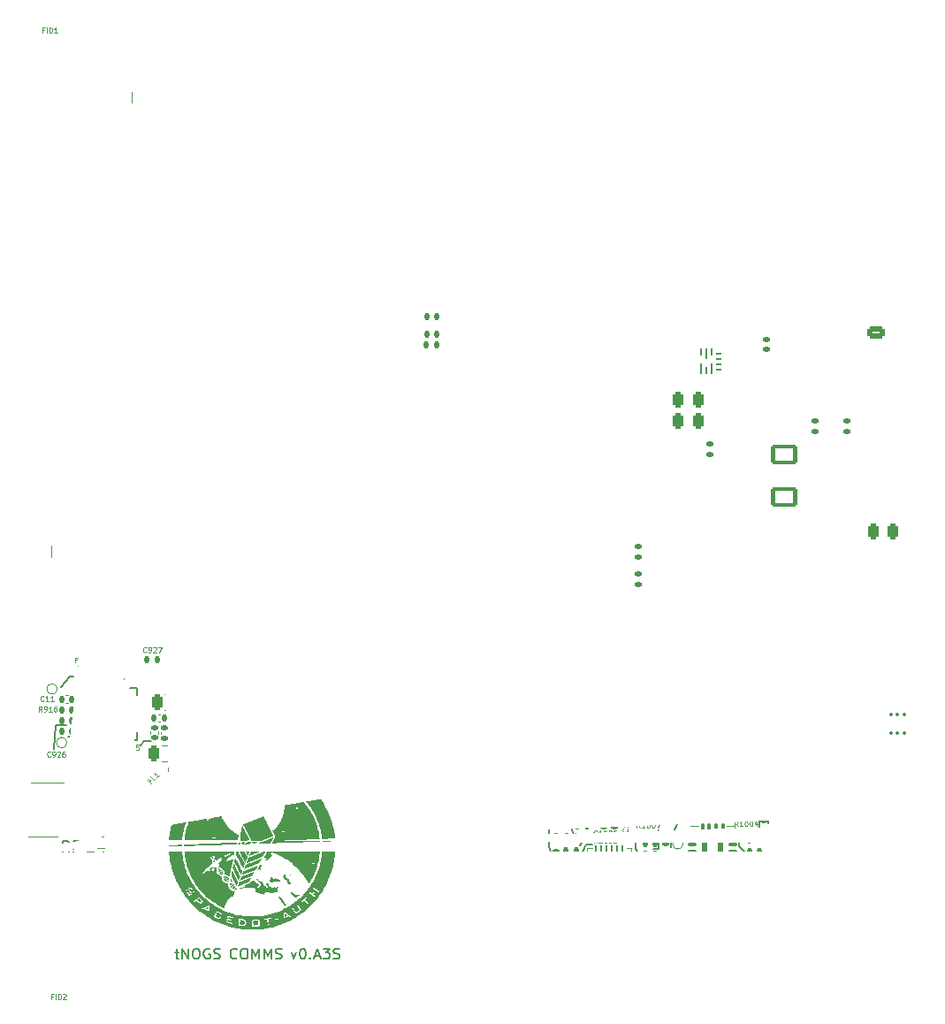
<source format=gto>
G04 #@! TF.GenerationSoftware,KiCad,Pcbnew,7.0.0-da2b9df05c~171~ubuntu22.04.1*
G04 #@! TF.CreationDate,2023-04-04T23:18:37+03:00*
G04 #@! TF.ProjectId,satnogs-comms,7361746e-6f67-4732-9d63-6f6d6d732e6b,rev?*
G04 #@! TF.SameCoordinates,PX4eb9cf0PY82ce540*
G04 #@! TF.FileFunction,Legend,Top*
G04 #@! TF.FilePolarity,Positive*
%FSLAX46Y46*%
G04 Gerber Fmt 4.6, Leading zero omitted, Abs format (unit mm)*
G04 Created by KiCad (PCBNEW 7.0.0-da2b9df05c~171~ubuntu22.04.1) date 2023-04-04 23:18:37*
%MOMM*%
%LPD*%
G01*
G04 APERTURE LIST*
G04 Aperture macros list*
%AMRoundRect*
0 Rectangle with rounded corners*
0 $1 Rounding radius*
0 $2 $3 $4 $5 $6 $7 $8 $9 X,Y pos of 4 corners*
0 Add a 4 corners polygon primitive as box body*
4,1,4,$2,$3,$4,$5,$6,$7,$8,$9,$2,$3,0*
0 Add four circle primitives for the rounded corners*
1,1,$1+$1,$2,$3*
1,1,$1+$1,$4,$5*
1,1,$1+$1,$6,$7*
1,1,$1+$1,$8,$9*
0 Add four rect primitives between the rounded corners*
20,1,$1+$1,$2,$3,$4,$5,0*
20,1,$1+$1,$4,$5,$6,$7,0*
20,1,$1+$1,$6,$7,$8,$9,0*
20,1,$1+$1,$8,$9,$2,$3,0*%
%AMRotRect*
0 Rectangle, with rotation*
0 The origin of the aperture is its center*
0 $1 length*
0 $2 width*
0 $3 Rotation angle, in degrees counterclockwise*
0 Add horizontal line*
21,1,$1,$2,0,0,$3*%
%AMFreePoly0*
4,1,7,1.500000,-0.775000,-1.500000,-0.775000,-1.500000,0.225000,-6.000000,0.225000,-6.000000,0.775000,1.500000,0.775000,1.500000,-0.775000,1.500000,-0.775000,$1*%
%AMFreePoly1*
4,1,8,1.500000,-0.775000,-1.500000,-0.775000,-6.000000,-0.775000,-6.000000,-0.225000,-1.500000,-0.225000,-1.500000,0.775000,1.500000,0.775000,1.500000,-0.775000,1.500000,-0.775000,$1*%
%AMFreePoly2*
4,1,6,0.125000,-0.099500,-0.013000,-0.237500,-0.125000,-0.237500,-0.125000,0.237500,0.125000,0.237500,0.125000,-0.099500,0.125000,-0.099500,$1*%
%AMFreePoly3*
4,1,6,0.125000,0.099500,0.125000,-0.237500,-0.125000,-0.237500,-0.125000,0.237500,-0.013000,0.237500,0.125000,0.099500,0.125000,0.099500,$1*%
%AMFreePoly4*
4,1,36,0.462941,0.544983,0.479174,0.544983,0.492307,0.535440,0.507748,0.530424,0.517290,0.517290,0.530424,0.507748,0.535440,0.492307,0.544983,0.479174,0.544983,0.462941,0.550000,0.447500,0.550000,-0.447500,0.544983,-0.462941,0.544983,-0.479174,0.535440,-0.492307,0.530424,-0.507748,0.517290,-0.517290,0.507748,-0.530424,0.492307,-0.535440,0.479174,-0.544983,0.462941,-0.544983,
0.447500,-0.550000,-0.447500,-0.550000,-0.462941,-0.544983,-0.479174,-0.544983,-0.492307,-0.535440,-0.507748,-0.530424,-0.517290,-0.517290,-0.530424,-0.507748,-0.535440,-0.492307,-0.544983,-0.479174,-0.544983,-0.462941,-0.550000,-0.447500,-0.550000,0.350000,-0.350000,0.550000,0.447500,0.550000,0.462941,0.544983,0.462941,0.544983,$1*%
%AMFreePoly5*
4,1,14,0.155252,0.089749,0.264749,-0.019748,0.275000,-0.044497,0.275000,-0.065000,0.264749,-0.089749,0.240000,-0.100000,-0.240000,-0.100000,-0.264749,-0.089749,-0.275000,-0.065000,-0.275000,0.065000,-0.264749,0.089749,-0.240000,0.100000,0.130503,0.100000,0.155252,0.089749,0.155252,0.089749,$1*%
%AMFreePoly6*
4,1,14,0.264749,0.089749,0.275000,0.065000,0.275000,0.044497,0.264749,0.019748,0.155252,-0.089749,0.130503,-0.100000,-0.240000,-0.100000,-0.264749,-0.089749,-0.275000,-0.065000,-0.275000,0.065000,-0.264749,0.089749,-0.240000,0.100000,0.240000,0.100000,0.264749,0.089749,0.264749,0.089749,$1*%
%AMFreePoly7*
4,1,14,0.089749,0.264749,0.100000,0.240000,0.100000,-0.240000,0.089749,-0.264749,0.065000,-0.275000,-0.065000,-0.275000,-0.089749,-0.264749,-0.100000,-0.240000,-0.100000,0.130503,-0.089749,0.155252,0.019748,0.264749,0.044497,0.275000,0.065000,0.275000,0.089749,0.264749,0.089749,0.264749,$1*%
%AMFreePoly8*
4,1,14,-0.019748,0.264749,0.089749,0.155252,0.100000,0.130503,0.100000,-0.240000,0.089749,-0.264749,0.065000,-0.275000,-0.065000,-0.275000,-0.089749,-0.264749,-0.100000,-0.240000,-0.100000,0.240000,-0.089749,0.264749,-0.065000,0.275000,-0.044497,0.275000,-0.019748,0.264749,-0.019748,0.264749,$1*%
%AMFreePoly9*
4,1,14,0.264749,0.089749,0.275000,0.065000,0.275000,-0.065000,0.264749,-0.089749,0.240000,-0.100000,-0.130503,-0.100000,-0.155252,-0.089749,-0.264749,0.019748,-0.275000,0.044497,-0.275000,0.065000,-0.264749,0.089749,-0.240000,0.100000,0.240000,0.100000,0.264749,0.089749,0.264749,0.089749,$1*%
%AMFreePoly10*
4,1,14,0.264749,0.089749,0.275000,0.065000,0.275000,-0.065000,0.264749,-0.089749,0.240000,-0.100000,-0.240000,-0.100000,-0.264749,-0.089749,-0.275000,-0.065000,-0.275000,-0.044497,-0.264749,-0.019747,-0.155252,0.089749,-0.130503,0.100000,0.240000,0.100000,0.264749,0.089749,0.264749,0.089749,$1*%
%AMFreePoly11*
4,1,14,0.089749,0.264749,0.100000,0.240000,0.100000,-0.130503,0.089749,-0.155252,-0.019748,-0.264749,-0.044497,-0.275000,-0.065000,-0.275000,-0.089749,-0.264749,-0.100000,-0.240000,-0.100000,0.240000,-0.089749,0.264749,-0.065000,0.275000,0.065000,0.275000,0.089749,0.264749,0.089749,0.264749,$1*%
%AMFreePoly12*
4,1,14,0.089749,0.264749,0.100000,0.240000,0.100000,-0.240000,0.089749,-0.264749,0.065000,-0.275000,0.044497,-0.275000,0.019748,-0.264749,-0.089749,-0.155252,-0.100000,-0.130503,-0.100000,0.240000,-0.089749,0.264749,-0.065000,0.275000,0.065000,0.275000,0.089749,0.264749,0.089749,0.264749,$1*%
%AMFreePoly13*
4,1,176,10.669000,63.765000,10.669000,58.081000,2.729000,58.081000,2.468000,58.063000,2.211000,58.012000,1.964000,57.928000,1.729000,57.813000,1.512000,57.667000,1.315000,57.495000,1.142000,57.298000,0.997000,57.081000,0.881000,56.846000,0.797000,56.598000,0.746000,56.342000,0.729000,56.081000,0.729000,37.284000,0.744000,37.037000,0.790000,36.794000,0.866000,36.558000,0.970000,36.333000,
1.101000,36.123000,1.257000,35.930000,1.436000,35.759000,1.634000,35.611000,1.634000,15.882000,1.651000,15.621000,1.702000,15.365000,1.786000,15.117000,1.902000,14.882000,2.047000,14.665000,2.220000,14.468000,2.417000,14.296000,2.634000,14.150000,2.869000,14.035000,3.116000,13.950000,3.373000,13.899000,3.634000,13.882000,35.127000,13.882000,35.257000,13.865000,35.377000,13.815000,
35.481000,13.736000,35.560000,13.632000,35.610000,13.512000,35.627000,13.382000,35.627000,9.262000,35.645000,8.994000,35.699000,8.732000,35.787000,8.478000,35.909000,8.239000,36.061000,8.018000,36.242000,7.820000,36.448000,7.647000,36.674000,7.504000,38.425000,6.555000,38.645000,6.414000,38.842000,6.241000,39.010000,6.041000,39.147000,5.818000,39.249000,5.577000,39.314000,5.324000,
39.341000,5.064000,39.328000,4.802000,39.277000,4.546000,39.188000,4.300000,39.063000,4.070000,38.906000,3.861000,38.719000,3.678000,38.507000,3.525000,38.274000,3.405000,38.027000,3.322000,37.769000,3.276000,37.508000,3.269000,37.248000,3.301000,36.996000,3.371000,36.758000,3.478000,33.889000,5.032000,33.781000,5.111000,33.698000,5.216000,33.645000,5.339000,33.627000,5.472000,
33.627000,9.882000,33.610000,10.143000,33.559000,10.400000,33.475000,10.648000,33.359000,10.882000,33.214000,11.100000,33.042000,11.297000,32.845000,11.469000,32.627000,11.614000,32.393000,11.730000,32.145000,11.814000,31.888000,11.865000,31.627000,11.882000,2.729000,11.882000,2.468000,11.865000,2.211000,11.814000,1.964000,11.730000,1.729000,11.614000,1.512000,11.469000,1.315000,11.297000,
1.142000,11.100000,0.997000,10.882000,0.881000,10.648000,0.797000,10.400000,0.746000,10.143000,0.729000,9.882000,0.729000,6.643000,0.747000,6.374000,0.801000,6.110000,0.891000,5.855000,1.013000,5.615000,1.167000,5.394000,1.349000,5.195000,1.557000,5.022000,1.785000,4.880000,2.031000,4.769000,2.289000,4.692000,2.538000,4.616000,2.773000,4.503000,2.989000,4.358000,
3.181000,4.181000,3.344000,3.979000,3.476000,3.754000,3.573000,3.512000,3.633000,3.259000,3.654000,2.999000,3.637000,2.739000,3.581000,2.485000,3.489000,2.241000,3.361000,2.015000,3.201000,1.809000,3.047000,1.618000,2.919000,1.409000,2.817000,1.186000,2.742000,0.952000,2.698000,0.711000,2.683000,0.466000,2.683000,-1.080000,-1.271000,-1.080000,-1.271000,13.411000,
-1.253000,13.597000,-1.198000,13.776000,-1.110000,13.940000,-0.992000,14.085000,-0.848000,14.203000,-0.683000,14.291000,-0.504000,14.345000,-0.318000,14.364000,-0.133000,14.382000,0.046000,14.436000,0.211000,14.524000,0.355000,14.642000,0.474000,14.787000,0.562000,14.952000,0.616000,15.130000,0.634000,15.316000,0.634000,33.706000,0.616000,33.891000,0.562000,34.070000,0.474000,34.235000,
0.355000,34.379000,0.211000,34.498000,0.046000,34.586000,-0.133000,34.640000,-0.318000,34.658000,-0.504000,34.676000,-0.683000,34.731000,-0.848000,34.819000,-0.992000,34.937000,-1.110000,35.081000,-1.198000,35.246000,-1.253000,35.425000,-1.271000,35.611000,-1.271000,64.922000,3.819000,64.922000,10.669000,63.765000,10.669000,63.765000,$1*%
%AMFreePoly14*
4,1,313,37.697000,6.512000,37.886000,6.447000,38.058000,6.346000,38.207000,6.213000,38.326000,6.054000,38.836000,5.206000,38.983000,4.995000,39.155000,4.804000,39.350000,4.637000,39.566000,4.497000,39.797000,4.385000,40.041000,4.304000,40.293000,4.254000,40.550000,4.238000,50.368000,4.238000,50.497000,4.221000,50.618000,4.171000,50.721000,4.091000,50.801000,3.988000,50.851000,3.867000,
50.868000,3.738000,50.868000,-9.240000,50.885000,-9.501000,50.936000,-9.758000,51.020000,-10.006000,51.136000,-10.240000,51.281000,-10.458000,51.453000,-10.655000,51.650000,-10.827000,51.868000,-10.972000,52.102000,-11.088000,52.350000,-11.172000,52.607000,-11.223000,52.868000,-11.240000,56.003000,-11.240000,56.003000,-11.345000,56.020000,-11.606000,56.071000,-11.863000,56.155000,-12.111000,56.271000,-12.345000,
56.416000,-12.563000,56.589000,-12.760000,56.786000,-12.932000,57.003000,-13.077000,57.238000,-13.193000,57.485000,-13.277000,57.742000,-13.328000,58.003000,-13.345000,75.475000,-13.345000,75.737000,-13.328000,75.995000,-13.276000,76.244000,-13.191000,76.480000,-13.074000,76.698000,-12.927000,76.895000,-12.753000,77.068000,-12.554000,77.213000,-12.335000,77.328000,-12.098000,78.932000,-8.146000,79.112000,-7.754000,
79.323000,-7.378000,79.566000,-7.021000,79.838000,-6.686000,80.137000,-6.375000,80.462000,-6.091000,80.810000,-5.835000,81.177000,-5.609000,81.563000,-5.415000,81.964000,-5.255000,82.376000,-5.129000,82.798000,-5.038000,83.226000,-4.984000,83.658000,-4.965000,84.738000,-4.965000,84.999000,-4.948000,85.255000,-4.897000,85.503000,-4.813000,85.738000,-4.697000,85.955000,-4.552000,86.152000,-4.380000,
86.324000,-4.183000,86.470000,-3.965000,86.585000,-3.731000,86.669000,-3.483000,86.720000,-3.226000,86.738000,-2.965000,86.738000,-2.165000,86.719000,-1.895000,86.665000,-1.630000,86.575000,-1.374000,86.451000,-1.134000,86.296000,-0.912000,86.112000,-0.713000,85.903000,-0.540000,85.673000,-0.398000,85.426000,-0.287000,85.166000,-0.212000,85.039000,-0.165000,84.929000,-0.086000,84.844000,0.019000,
84.791000,0.143000,84.773000,0.277000,84.773000,0.806000,88.738000,0.806000,88.738000,-7.015000,83.658000,-7.015000,83.331000,-7.033000,83.008000,-7.085000,82.692000,-7.172000,82.388000,-7.292000,82.098000,-7.444000,81.826000,-7.626000,81.575000,-7.837000,81.349000,-8.072000,81.148000,-8.331000,80.977000,-8.610000,80.837000,-8.906000,80.729000,-9.215000,80.654000,-9.533000,80.615000,-9.858000,
80.610000,-10.185000,80.723000,-13.065000,80.723000,-15.145000,55.908000,-15.145000,55.722000,-15.127000,55.544000,-15.073000,55.379000,-14.985000,55.235000,-14.866000,55.116000,-14.722000,55.028000,-14.557000,54.974000,-14.379000,54.956000,-14.193000,54.937000,-14.007000,54.883000,-13.828000,54.795000,-13.664000,54.677000,-13.519000,54.532000,-13.401000,54.368000,-13.313000,54.189000,-13.259000,54.003000,-13.240000,
48.868000,-13.240000,48.868000,-2.512000,48.850000,-2.251000,48.799000,-1.995000,48.715000,-1.747000,48.600000,-1.512000,48.454000,-1.295000,48.282000,-1.098000,48.085000,-0.925000,47.868000,-0.780000,47.633000,-0.664000,47.385000,-0.580000,47.129000,-0.529000,46.868000,-0.512000,42.470000,-0.512000,42.209000,-0.529000,41.952000,-0.580000,41.704000,-0.664000,41.470000,-0.780000,41.252000,-0.925000,
41.055000,-1.098000,40.883000,-1.295000,40.738000,-1.512000,40.622000,-1.747000,40.538000,-1.995000,40.487000,-2.251000,40.470000,-2.512000,40.470000,-13.240000,35.588000,-13.240000,35.402000,-13.259000,35.224000,-13.313000,35.059000,-13.401000,34.915000,-13.519000,34.796000,-13.664000,34.708000,-13.828000,34.654000,-14.007000,34.636000,-14.193000,34.617000,-14.379000,34.563000,-14.557000,34.475000,-14.722000,
34.357000,-14.866000,34.212000,-14.985000,34.048000,-15.073000,33.869000,-15.127000,33.683000,-15.145000,6.582000,-15.145000,6.582000,-13.065000,6.695000,-10.185000,6.690000,-9.858000,6.651000,-9.533000,6.576000,-9.214000,6.468000,-8.905000,6.328000,-8.610000,6.157000,-8.331000,5.956000,-8.072000,5.730000,-7.836000,5.479000,-7.626000,5.207000,-7.444000,4.917000,-7.292000,4.613000,-7.172000,
4.297000,-7.085000,3.974000,-7.033000,3.648000,-7.015000,-1.432000,-7.015000,-1.432000,0.806000,2.521000,0.806000,2.521000,0.274000,2.503000,0.141000,2.450000,0.017000,2.366000,-0.088000,2.257000,-0.167000,2.130000,-0.214000,1.872000,-0.290000,1.625000,-0.401000,1.397000,-0.544000,1.189000,-0.716000,1.006000,-0.915000,0.852000,-1.137000,0.729000,-1.377000,0.640000,-1.632000,
0.586000,-1.896000,0.568000,-2.165000,0.568000,-2.965000,0.585000,-3.226000,0.636000,-3.483000,0.720000,-3.731000,0.836000,-3.965000,0.981000,-4.183000,1.153000,-4.380000,1.350000,-4.552000,1.568000,-4.697000,1.802000,-4.813000,2.050000,-4.897000,2.307000,-4.948000,2.568000,-4.965000,3.648000,-4.965000,4.079000,-4.984000,4.507000,-5.038000,4.929000,-5.129000,5.341000,-5.255000,
5.742000,-5.415000,6.128000,-5.609000,6.495000,-5.835000,6.843000,-6.090000,7.168000,-6.375000,7.467000,-6.686000,7.739000,-7.021000,7.982000,-7.377000,8.193000,-7.753000,8.373000,-8.146000,9.978000,-12.098000,10.093000,-12.335000,10.238000,-12.554000,10.410000,-12.753000,10.607000,-12.927000,10.826000,-13.074000,11.061000,-13.191000,11.310000,-13.276000,11.568000,-13.328000,11.831000,-13.345000,
31.588000,-13.345000,31.849000,-13.328000,32.106000,-13.277000,32.353000,-13.193000,32.588000,-13.077000,32.806000,-12.932000,33.002000,-12.760000,33.175000,-12.563000,33.320000,-12.345000,33.436000,-12.111000,33.520000,-11.863000,33.571000,-11.606000,33.588000,-11.345000,33.588000,-11.240000,36.470000,-11.240000,36.731000,-11.223000,36.987000,-11.172000,37.235000,-11.088000,37.470000,-10.972000,37.687000,-10.827000,
37.884000,-10.655000,38.056000,-10.458000,38.202000,-10.240000,38.317000,-10.006000,38.401000,-9.758000,38.452000,-9.501000,38.470000,-9.240000,38.470000,-1.017000,38.451000,-0.744000,38.395000,-0.476000,38.303000,-0.218000,38.177000,0.025000,38.019000,0.248000,37.832000,0.448000,37.619000,0.620000,37.385000,0.761000,37.133000,0.870000,36.870000,0.943000,36.741000,0.988000,36.629000,1.066000,
36.543000,1.172000,36.488000,1.297000,36.470000,1.433000,36.470000,5.538000,36.490000,5.736000,36.549000,5.927000,36.644000,6.102000,36.773000,6.255000,36.929000,6.379000,37.107000,6.470000,37.299000,6.523000,37.499000,6.537000,37.697000,6.512000,37.697000,6.512000,$1*%
%AMFreePoly15*
4,1,260,16.714000,-0.156000,16.696000,-0.342000,16.642000,-0.521000,16.554000,-0.685000,16.435000,-0.830000,16.291000,-0.948000,16.126000,-1.036000,15.948000,-1.090000,15.762000,-1.109000,15.576000,-1.127000,15.397000,-1.181000,15.233000,-1.269000,15.088000,-1.388000,14.970000,-1.532000,14.882000,-1.697000,14.828000,-1.875000,14.809000,-2.061000,14.809000,-20.451000,14.828000,-20.636000,14.882000,-20.815000,
14.970000,-20.980000,15.088000,-21.124000,15.233000,-21.243000,15.397000,-21.331000,15.576000,-21.385000,15.948000,-21.421000,16.126000,-21.476000,16.291000,-21.564000,16.435000,-21.682000,16.554000,-21.826000,16.642000,-21.991000,16.696000,-22.170000,16.714000,-22.356000,16.714000,-36.846000,12.749000,-36.846000,12.749000,-36.418000,12.768000,-36.284000,12.821000,-36.160000,12.906000,-36.055000,13.016000,-35.976000,
13.142000,-35.930000,13.402000,-35.854000,13.650000,-35.744000,13.880000,-35.601000,14.089000,-35.429000,14.273000,-35.230000,14.428000,-35.008000,14.551000,-34.767000,14.641000,-34.512000,14.696000,-34.246000,14.714000,-33.976000,14.714000,-26.773000,14.697000,-26.512000,14.646000,-26.256000,14.562000,-26.008000,14.446000,-25.773000,14.301000,-25.556000,14.129000,-25.359000,13.932000,-25.187000,13.714000,-25.041000,
13.480000,-24.926000,13.232000,-24.842000,12.975000,-24.790000,12.714000,-24.773000,-6.205000,-24.773000,-6.466000,-24.790000,-6.723000,-24.842000,-6.971000,-24.926000,-7.205000,-25.041000,-7.423000,-25.187000,-7.620000,-25.359000,-7.792000,-25.556000,-7.937000,-25.773000,-8.053000,-26.008000,-8.137000,-26.256000,-8.188000,-26.512000,-8.205000,-26.773000,-8.205000,-29.099000,-8.223000,-29.348000,-8.276000,-29.592000,
-8.364000,-29.826000,-8.483000,-30.045000,-8.633000,-30.245000,-8.809000,-30.422000,-9.009000,-30.571000,-9.228000,-30.691000,-9.462000,-30.778000,-9.706000,-30.831000,-9.955000,-30.849000,-10.928000,-30.849000,-11.189000,-30.866000,-11.445000,-30.917000,-11.693000,-31.001000,-11.928000,-31.117000,-12.145000,-31.262000,-12.342000,-31.435000,-12.514000,-31.632000,-12.660000,-31.849000,-12.775000,-32.084000,-12.859000,-32.332000,
-12.910000,-32.588000,-12.928000,-32.849000,-12.928000,-33.190000,-12.945000,-33.320000,-12.995000,-33.440000,-13.074000,-33.544000,-13.178000,-33.623000,-13.298000,-33.673000,-13.428000,-33.690000,-14.428000,-33.690000,-14.557000,-33.673000,-14.678000,-33.623000,-14.781000,-33.544000,-14.861000,-33.440000,-14.911000,-33.320000,-14.928000,-33.190000,-14.928000,-28.599000,-14.911000,-28.470000,-14.861000,-28.349000,-14.781000,-28.246000,
-14.678000,-28.166000,-14.557000,-28.116000,-14.428000,-28.099000,-12.456000,-28.099000,-12.195000,-28.082000,-11.938000,-28.031000,-11.690000,-27.947000,-11.456000,-27.831000,-11.238000,-27.686000,-11.041000,-27.513000,-10.869000,-27.317000,-10.724000,-27.099000,-10.608000,-26.865000,-10.524000,-26.617000,-10.473000,-26.360000,-10.456000,-26.099000,-10.456000,-23.273000,-10.439000,-23.144000,-10.389000,-23.023000,-10.309000,-22.920000,
-10.206000,-22.840000,-10.085000,-22.790000,-9.956000,-22.773000,-5.328000,-22.773000,-5.067000,-22.756000,-4.810000,-22.705000,-4.562000,-22.621000,-4.328000,-22.505000,-4.110000,-22.360000,-3.913000,-22.188000,-3.741000,-21.991000,-3.596000,-21.773000,-3.480000,-21.539000,-3.396000,-21.291000,-3.345000,-21.034000,-3.328000,-20.773000,-3.328000,-4.130000,-3.343000,-3.886000,-3.387000,-3.645000,-3.461000,-3.412000,
-3.563000,-3.189000,-3.652000,-2.995000,-3.716000,-2.790000,-3.755000,-2.580000,-3.768000,-2.366000,-3.768000,0.793000,-3.751000,0.923000,-3.701000,1.043000,-3.622000,1.147000,-3.518000,1.226000,-3.398000,1.276000,-3.268000,1.293000,2.309000,1.293000,2.309000,-0.707000,2.035000,-0.726000,1.765000,-0.782000,1.506000,-0.875000,1.262000,-1.003000,1.038000,-1.163000,0.838000,-1.352000,
0.666000,-1.567000,-0.971000,-3.926000,-1.097000,-4.133000,-1.197000,-4.354000,-1.269000,-4.586000,-1.313000,-4.824000,-1.328000,-5.066000,-1.328000,-20.773000,-1.310000,-21.034000,-1.259000,-21.291000,-1.175000,-21.539000,-1.060000,-21.773000,-0.914000,-21.991000,-0.742000,-22.188000,-0.545000,-22.360000,-0.328000,-22.505000,-0.093000,-22.621000,0.155000,-22.705000,0.411000,-22.756000,0.672000,-22.773000,
10.809000,-22.773000,11.070000,-22.756000,11.327000,-22.705000,11.575000,-22.621000,11.809000,-22.505000,12.027000,-22.360000,12.224000,-22.188000,12.396000,-21.991000,12.541000,-21.773000,12.657000,-21.539000,12.741000,-21.291000,12.792000,-21.034000,12.809000,-20.773000,12.809000,-2.707000,12.792000,-2.446000,12.741000,-2.189000,12.657000,-1.941000,12.541000,-1.707000,12.396000,-1.489000,12.224000,-1.293000,
12.027000,-1.120000,11.809000,-0.975000,11.575000,-0.859000,11.327000,-0.775000,11.070000,-0.724000,10.809000,-0.707000,2.409000,-0.707000,2.409000,1.293000,11.658000,1.293000,11.913000,1.310000,12.165000,1.359000,12.408000,1.439000,12.639000,1.550000,12.854000,1.690000,13.910000,2.479000,14.112000,2.651000,14.289000,2.849000,14.439000,3.068000,14.558000,3.306000,14.644000,3.557000,
14.697000,3.817000,14.714000,4.082000,14.714000,20.314000,14.697000,20.575000,14.646000,20.831000,14.562000,21.079000,14.446000,21.314000,14.301000,21.531000,14.129000,21.728000,13.932000,21.901000,13.714000,22.046000,13.480000,22.162000,13.232000,22.246000,12.975000,22.297000,12.714000,22.314000,6.044000,22.314000,6.044000,27.998000,12.894000,29.156000,16.714000,29.156000,16.714000,-0.156000,
16.714000,-0.156000,$1*%
G04 Aperture macros list end*
%ADD10C,0.153000*%
%ADD11C,0.100000*%
%ADD12C,0.150000*%
%ADD13C,0.254000*%
%ADD14C,0.120000*%
%ADD15C,0.200000*%
%ADD16C,0.574782*%
%ADD17C,0.600000*%
%ADD18R,1.524000X1.524000*%
%ADD19C,1.524000*%
%ADD20C,5.600000*%
%ADD21RoundRect,0.243750X-0.243750X-0.456250X0.243750X-0.456250X0.243750X0.456250X-0.243750X0.456250X0*%
%ADD22RoundRect,0.243750X0.456250X-0.243750X0.456250X0.243750X-0.456250X0.243750X-0.456250X-0.243750X0*%
%ADD23R,2.350000X5.100000*%
%ADD24RoundRect,0.218750X0.256250X-0.218750X0.256250X0.218750X-0.256250X0.218750X-0.256250X-0.218750X0*%
%ADD25RoundRect,0.218750X-0.256250X0.218750X-0.256250X-0.218750X0.256250X-0.218750X0.256250X0.218750X0*%
%ADD26R,2.600000X1.100000*%
%ADD27FreePoly0,180.000000*%
%ADD28FreePoly1,180.000000*%
%ADD29RoundRect,0.147500X-0.147500X-0.172500X0.147500X-0.172500X0.147500X0.172500X-0.147500X0.172500X0*%
%ADD30RoundRect,0.147500X0.017678X-0.226274X0.226274X-0.017678X-0.017678X0.226274X-0.226274X0.017678X0*%
%ADD31FreePoly0,0.000000*%
%ADD32FreePoly1,0.000000*%
%ADD33RoundRect,0.147500X0.172500X-0.147500X0.172500X0.147500X-0.172500X0.147500X-0.172500X-0.147500X0*%
%ADD34RotRect,0.350000X1.000000X45.000000*%
%ADD35RotRect,0.350000X1.000000X315.000000*%
%ADD36RoundRect,0.147500X-0.017678X0.226274X-0.226274X0.017678X0.017678X-0.226274X0.226274X-0.017678X0*%
%ADD37FreePoly2,270.000000*%
%ADD38R,0.475000X0.250000*%
%ADD39FreePoly3,90.000000*%
%ADD40FreePoly2,0.000000*%
%ADD41R,0.250000X0.475000*%
%ADD42FreePoly3,180.000000*%
%ADD43FreePoly2,90.000000*%
%ADD44FreePoly3,270.000000*%
%ADD45FreePoly2,180.000000*%
%ADD46FreePoly3,0.000000*%
%ADD47FreePoly4,180.000000*%
%ADD48RoundRect,0.062500X-0.062500X0.325000X-0.062500X-0.325000X0.062500X-0.325000X0.062500X0.325000X0*%
%ADD49R,1.600000X0.700000*%
%ADD50RoundRect,0.147500X0.147500X0.172500X-0.147500X0.172500X-0.147500X-0.172500X0.147500X-0.172500X0*%
%ADD51C,0.050000*%
%ADD52R,0.750000X0.400000*%
%ADD53RoundRect,0.147500X-0.172500X0.147500X-0.172500X-0.147500X0.172500X-0.147500X0.172500X0.147500X0*%
%ADD54RoundRect,0.075000X0.075000X-0.725000X0.075000X0.725000X-0.075000X0.725000X-0.075000X-0.725000X0*%
%ADD55RoundRect,0.075000X0.725000X-0.075000X0.725000X0.075000X-0.725000X0.075000X-0.725000X-0.075000X0*%
%ADD56R,2.370000X2.430000*%
%ADD57R,1.060000X0.650000*%
%ADD58R,0.410000X0.330000*%
%ADD59RoundRect,0.140000X-0.140000X-0.170000X0.140000X-0.170000X0.140000X0.170000X-0.140000X0.170000X0*%
%ADD60RoundRect,0.218750X0.218750X0.256250X-0.218750X0.256250X-0.218750X-0.256250X0.218750X-0.256250X0*%
%ADD61RoundRect,0.225000X-0.250000X0.225000X-0.250000X-0.225000X0.250000X-0.225000X0.250000X0.225000X0*%
%ADD62RotRect,0.750000X0.400000X135.000000*%
%ADD63RotRect,0.750000X0.400000X315.000000*%
%ADD64RoundRect,0.062500X-0.350000X-0.062500X0.350000X-0.062500X0.350000X0.062500X-0.350000X0.062500X0*%
%ADD65RoundRect,0.062500X-0.062500X-0.350000X0.062500X-0.350000X0.062500X0.350000X-0.062500X0.350000X0*%
%ADD66RoundRect,0.250001X-1.099999X-1.099999X1.099999X-1.099999X1.099999X1.099999X-1.099999X1.099999X0*%
%ADD67FreePoly5,180.000000*%
%ADD68RoundRect,0.050000X0.225000X0.050000X-0.225000X0.050000X-0.225000X-0.050000X0.225000X-0.050000X0*%
%ADD69FreePoly6,180.000000*%
%ADD70FreePoly7,180.000000*%
%ADD71RoundRect,0.050000X0.050000X0.225000X-0.050000X0.225000X-0.050000X-0.225000X0.050000X-0.225000X0*%
%ADD72FreePoly8,180.000000*%
%ADD73FreePoly9,180.000000*%
%ADD74FreePoly10,180.000000*%
%ADD75FreePoly11,180.000000*%
%ADD76FreePoly12,180.000000*%
%ADD77R,0.740000X0.740000*%
%ADD78RotRect,0.350000X1.000000X135.000000*%
%ADD79RoundRect,0.062500X0.062500X-0.375000X0.062500X0.375000X-0.062500X0.375000X-0.062500X-0.375000X0*%
%ADD80RoundRect,0.062500X0.375000X-0.062500X0.375000X0.062500X-0.375000X0.062500X-0.375000X-0.062500X0*%
%ADD81RoundRect,0.250001X2.549999X-2.549999X2.549999X2.549999X-2.549999X2.549999X-2.549999X-2.549999X0*%
%ADD82RoundRect,0.100000X-0.275000X0.250000X-0.275000X-0.250000X0.275000X-0.250000X0.275000X0.250000X0*%
%ADD83RoundRect,0.250001X0.899999X-0.899999X0.899999X0.899999X-0.899999X0.899999X-0.899999X-0.899999X0*%
%ADD84RoundRect,0.140000X-0.170000X0.140000X-0.170000X-0.140000X0.170000X-0.140000X0.170000X0.140000X0*%
%ADD85RoundRect,0.140000X0.140000X0.170000X-0.140000X0.170000X-0.140000X-0.170000X0.140000X-0.170000X0*%
%ADD86RoundRect,0.135000X-0.185000X0.135000X-0.185000X-0.135000X0.185000X-0.135000X0.185000X0.135000X0*%
%ADD87RoundRect,0.135000X0.185000X-0.135000X0.185000X0.135000X-0.185000X0.135000X-0.185000X-0.135000X0*%
%ADD88RoundRect,0.135000X0.135000X0.185000X-0.135000X0.185000X-0.135000X-0.185000X0.135000X-0.185000X0*%
%ADD89R,0.500000X0.400000*%
%ADD90R,0.500000X0.300000*%
%ADD91RoundRect,0.075000X-0.350000X-0.075000X0.350000X-0.075000X0.350000X0.075000X-0.350000X0.075000X0*%
%ADD92RoundRect,0.075000X-0.075000X-0.350000X0.075000X-0.350000X0.075000X0.350000X-0.075000X0.350000X0*%
%ADD93RoundRect,0.250001X-0.799999X-0.799999X0.799999X-0.799999X0.799999X0.799999X-0.799999X0.799999X0*%
%ADD94RoundRect,0.250000X0.450000X-0.262500X0.450000X0.262500X-0.450000X0.262500X-0.450000X-0.262500X0*%
%ADD95R,0.300000X0.350000*%
%ADD96RoundRect,0.250000X-0.475000X0.250000X-0.475000X-0.250000X0.475000X-0.250000X0.475000X0.250000X0*%
%ADD97C,2.000000*%
%ADD98RoundRect,0.250000X-0.250000X-0.475000X0.250000X-0.475000X0.250000X0.475000X-0.250000X0.475000X0*%
%ADD99RoundRect,0.140000X0.170000X-0.140000X0.170000X0.140000X-0.170000X0.140000X-0.170000X-0.140000X0*%
%ADD100R,0.410000X0.720000*%
%ADD101R,1.730000X3.990000*%
%ADD102R,0.470000X0.410000*%
%ADD103R,0.585000X0.510000*%
%ADD104C,3.500000*%
%ADD105R,0.600000X0.770000*%
%ADD106R,0.770000X0.600000*%
%ADD107R,2.875000X2.875000*%
%ADD108RoundRect,0.135000X-0.135000X-0.185000X0.135000X-0.185000X0.135000X0.185000X-0.135000X0.185000X0*%
%ADD109R,3.400000X1.800000*%
%ADD110RoundRect,0.189500X0.758000X1.060500X-0.758000X1.060500X-0.758000X-1.060500X0.758000X-1.060500X0*%
%ADD111RoundRect,0.050000X0.275000X-0.050000X0.275000X0.050000X-0.275000X0.050000X-0.275000X-0.050000X0*%
%ADD112RoundRect,0.050000X0.450000X-0.050000X0.450000X0.050000X-0.450000X0.050000X-0.450000X-0.050000X0*%
%ADD113RoundRect,0.062500X0.062500X0.212500X-0.062500X0.212500X-0.062500X-0.212500X0.062500X-0.212500X0*%
%ADD114RoundRect,0.062500X-0.062500X-0.212500X0.062500X-0.212500X0.062500X0.212500X-0.062500X0.212500X0*%
%ADD115R,1.700000X1.700000*%
%ADD116O,1.700000X1.700000*%
%ADD117RoundRect,0.250000X0.250000X0.475000X-0.250000X0.475000X-0.250000X-0.475000X0.250000X-0.475000X0*%
%ADD118RoundRect,0.218750X-0.218750X-0.381250X0.218750X-0.381250X0.218750X0.381250X-0.218750X0.381250X0*%
%ADD119C,0.800000*%
%ADD120R,2.300000X0.750000*%
%ADD121R,2.300000X0.250000*%
%ADD122R,0.400000X0.500000*%
%ADD123R,0.300000X0.500000*%
%ADD124R,1.700000X0.810000*%
%ADD125R,1.050000X0.810000*%
%ADD126R,0.330000X0.270000*%
%ADD127RoundRect,0.250000X-0.575000X0.350000X-0.575000X-0.350000X0.575000X-0.350000X0.575000X0.350000X0*%
%ADD128O,1.650000X1.200000*%
%ADD129FreePoly13,0.000000*%
%ADD130FreePoly14,0.000000*%
%ADD131FreePoly15,0.000000*%
%ADD132RoundRect,0.093750X-0.106250X0.093750X-0.106250X-0.093750X0.106250X-0.093750X0.106250X0.093750X0*%
%ADD133R,1.600000X1.000000*%
%ADD134RoundRect,0.250000X0.575000X-0.350000X0.575000X0.350000X-0.575000X0.350000X-0.575000X-0.350000X0*%
%ADD135RoundRect,0.189500X-1.060500X0.758000X-1.060500X-0.758000X1.060500X-0.758000X1.060500X0.758000X0*%
%ADD136RoundRect,0.050000X-0.050000X-0.275000X0.050000X-0.275000X0.050000X0.275000X-0.050000X0.275000X0*%
%ADD137RoundRect,0.050000X-0.050000X-0.450000X0.050000X-0.450000X0.050000X0.450000X-0.050000X0.450000X0*%
%ADD138RoundRect,0.062500X0.212500X-0.062500X0.212500X0.062500X-0.212500X0.062500X-0.212500X-0.062500X0*%
%ADD139RoundRect,0.062500X-0.212500X0.062500X-0.212500X-0.062500X0.212500X-0.062500X0.212500X0.062500X0*%
%ADD140C,1.000000*%
G04 APERTURE END LIST*
D10*
X70125000Y27750000D02*
X70750000Y28150000D01*
X56025000Y29500000D02*
X56025000Y30150000D01*
X80619600Y27400000D02*
X81900000Y27400000D01*
X65525000Y22275000D02*
X64350000Y20700000D01*
X68173600Y54991000D02*
X68732400Y54457600D01*
X63275000Y58775000D02*
X64400000Y59425000D01*
X60750000Y64025000D02*
X61350000Y63525000D01*
X56292000Y38800709D02*
X56292000Y39800709D01*
X55325000Y8700000D02*
X55600000Y9250000D01*
X75175000Y24275000D02*
X75500000Y24125000D01*
X82550000Y48825000D02*
X83675000Y48825000D01*
X77550000Y56925000D02*
X78100000Y56925000D01*
X72525000Y18275000D02*
X72525000Y17225000D01*
X75500000Y21825000D02*
X75775000Y22350000D01*
X58150000Y18950000D02*
X58150000Y18300000D01*
X59300000Y44900000D02*
X60000000Y44900000D01*
X52600000Y19650000D02*
X52600000Y18150000D01*
X81350000Y50475000D02*
X81100000Y49700000D01*
X41400000Y45160547D02*
X40400000Y45160547D01*
X49289453Y57510206D02*
X49289453Y58510206D01*
X52600000Y18150000D02*
X52725000Y17900000D01*
X64650000Y17800000D02*
X64025000Y16425000D01*
X5655400Y30917800D02*
X6450000Y31925000D01*
X42875200Y65176400D02*
X42367200Y64668400D01*
X4950000Y24925000D02*
X5100000Y27225000D01*
X85000000Y41100000D02*
X84200000Y41100000D01*
X75775000Y22350000D02*
X75775000Y23175000D01*
X63300000Y57450000D02*
X64800000Y57450000D01*
X60550000Y9400000D02*
X61050000Y10325000D01*
X13600000Y25700000D02*
X14250000Y25700000D01*
X74975000Y25475000D02*
X74600000Y25700000D01*
X65250000Y73175000D02*
X64600000Y73625000D01*
X62525000Y64075000D02*
X63325000Y63850000D01*
X42824400Y62115700D02*
X42291000Y62649100D01*
X62900000Y15425000D02*
X62400000Y15425000D01*
X82300000Y51525000D02*
X82150000Y52025000D01*
X85050000Y39200000D02*
X84775000Y39200000D01*
X56575000Y16625000D02*
X56275000Y16200000D01*
X67325000Y20675000D02*
X67950000Y20675000D01*
X72525000Y17225000D02*
X72225000Y16750000D01*
X46292000Y38800709D02*
X46292000Y39800709D01*
X60875000Y8725000D02*
X60875000Y9325000D01*
X74600000Y25700000D02*
X73800000Y25700000D01*
X59766200Y47879000D02*
X60299600Y47879000D01*
X60875000Y9325000D02*
X61075000Y9650000D01*
X52400000Y19275000D02*
X52400000Y15525000D01*
X57850000Y8400000D02*
X58150000Y8725000D01*
X58025000Y7825000D02*
X59200000Y9000000D01*
X46360900Y26400000D02*
X46360900Y25800000D01*
X56275000Y16200000D02*
X55650000Y16200000D01*
X70575000Y15625000D02*
X71100000Y15175000D01*
X59200000Y9000000D02*
X59200000Y9675000D01*
X84250000Y28800000D02*
X85525000Y28800000D01*
X53525000Y9650000D02*
X53525000Y10475000D01*
X60750000Y64025000D02*
X60025000Y64025000D01*
X41554400Y67259200D02*
X41554400Y67005200D01*
X58400000Y31025000D02*
X58400000Y30350000D01*
X61075000Y9650000D02*
X61350000Y9650000D01*
X66275000Y22275000D02*
X65525000Y22275000D01*
X62975000Y55350000D02*
X63775000Y54550000D01*
X42875200Y67259200D02*
X42875200Y65176400D01*
X78737500Y12175000D02*
X78112500Y12175000D01*
X13275000Y25300000D02*
X13600000Y25700000D01*
X78225000Y24950000D02*
X77925000Y24950000D01*
X71825000Y32037500D02*
X70225000Y33650000D01*
X61475000Y80625000D02*
X62150000Y79275000D01*
X61200000Y10575000D02*
X61525000Y10575000D01*
X55575000Y29425000D02*
X54075000Y29425000D01*
X52375000Y8250000D02*
X52375000Y7125000D01*
X70675000Y31825000D02*
X70675000Y30975000D01*
X65875000Y21550000D02*
X65175000Y20750000D01*
X55600000Y9250000D02*
X55600000Y9875000D01*
X73075000Y14450000D02*
X72550000Y14450000D01*
X54289453Y57510206D02*
X54289453Y58510206D01*
X77575000Y28825000D02*
X76900000Y28625000D01*
X60675000Y16325000D02*
X60675000Y15375000D01*
X53025000Y25825000D02*
X53725000Y27475000D01*
X55800000Y28425000D02*
X55150000Y28425000D01*
X59300000Y47141000D02*
X59766200Y47879000D01*
X53525000Y10475000D02*
X53650000Y10675000D01*
X40000000Y30525000D02*
X42250000Y30525000D01*
X48360900Y26400000D02*
X48360900Y25800000D01*
X46860900Y35200000D02*
X46860900Y34600000D01*
X71825000Y32037500D02*
X71825000Y31475000D01*
X81100000Y49700000D02*
X79925000Y49700000D01*
X85475000Y38050000D02*
X85050000Y39200000D01*
X68732400Y54457600D02*
X68732400Y54305200D01*
X74125000Y24275000D02*
X75175000Y24275000D01*
X80050000Y12075000D02*
X79450000Y11500000D01*
X72225000Y33550000D02*
X72225000Y30875000D01*
X52025000Y19625000D02*
X52400000Y19275000D01*
X82150000Y52025000D02*
X82150000Y52850000D01*
X61050000Y10325000D02*
X61200000Y10575000D01*
X81900000Y27400000D02*
X84100000Y31200000D01*
X77800000Y47150000D02*
X78125000Y47575000D01*
X78125000Y47575000D02*
X80100000Y47575000D01*
X80975000Y57000000D02*
X80475000Y57000000D01*
X73325000Y13875000D02*
X73075000Y14450000D01*
X64400000Y59425000D02*
X65975000Y59425000D01*
X78100000Y56925000D02*
X78400000Y56575000D01*
X5100000Y27225000D02*
X6150000Y27225000D01*
X41400000Y50150000D02*
X40400000Y50150000D01*
X64600000Y73625000D02*
X63675000Y73625000D01*
X60675000Y15375000D02*
X61150000Y14650000D01*
X62900000Y17250000D02*
X62900000Y15425000D01*
X70225000Y33650000D02*
X68950000Y33650000D01*
X69600000Y32925000D02*
X70675000Y31825000D01*
X62975000Y12875000D02*
X63650000Y12875000D01*
X53725000Y27475000D02*
X55025000Y27475000D01*
X79825000Y13250000D02*
X78737500Y12175000D01*
X78525000Y25300000D02*
X78225000Y24950000D01*
X17075000Y25650000D02*
X16100000Y25650000D01*
X74750000Y26900000D02*
X74950000Y27100000D01*
X80475000Y57000000D02*
X80200000Y56525000D01*
X71125000Y12625000D02*
X71125000Y13200000D01*
X67725000Y28925000D02*
X67875000Y28925000D01*
X59025000Y31400000D02*
X58400000Y31025000D01*
X58500000Y19525000D02*
X58150000Y18950000D01*
X82500000Y46775000D02*
X83700000Y46775000D01*
X83800000Y28125000D02*
X84250000Y28800000D01*
X59690000Y43459400D02*
X59690000Y42300000D01*
X6450000Y31925000D02*
X6850000Y31925000D01*
X44300000Y57510206D02*
X44300000Y58510206D01*
X84200000Y41100000D02*
X83925000Y40175000D01*
X53200000Y28755400D02*
X53800000Y28755400D01*
X63325000Y63850000D02*
X63325000Y62200000D01*
X42824400Y60248800D02*
X42824400Y62115700D01*
X63775000Y54550000D02*
X64375000Y54550000D01*
X52375000Y8250000D02*
X52375000Y12025000D01*
X39175000Y31450000D02*
X40000000Y30525000D01*
X52400000Y15525000D02*
X52575000Y15175000D01*
X51860900Y35200000D02*
X51860900Y34600000D01*
X52375000Y7125000D02*
X52850000Y6650000D01*
X61350000Y63525000D02*
X61350000Y62500000D01*
X60550000Y7375000D02*
X60550000Y9400000D01*
X56800000Y19475000D02*
X56800000Y18150000D01*
X54550000Y17200000D02*
X54750000Y16875000D01*
X74750000Y26300000D02*
X74750000Y26900000D01*
X56500000Y28775000D02*
X55575000Y29425000D01*
X55650000Y16200000D02*
X55325000Y15750000D01*
X69600000Y32925000D02*
X68950000Y32925000D01*
X56525000Y15850000D02*
X55900000Y15850000D01*
X62525000Y64075000D02*
X61600000Y64075000D01*
X73375000Y18550000D02*
X73375000Y17850000D01*
X75075000Y27600000D02*
X75775000Y27600000D01*
X67075000Y74500000D02*
X67075000Y75125000D01*
X56500000Y29150000D02*
X56025000Y29500000D01*
X53575000Y18300000D02*
X53700000Y17950000D01*
X56625000Y27825000D02*
X55800000Y28425000D01*
X82500000Y44750000D02*
X83725000Y44750000D01*
X55900000Y15850000D02*
X55350000Y14525000D01*
X62975000Y54475000D02*
X63350000Y54100000D01*
X76775000Y7775000D02*
X78000000Y7775000D01*
X59300000Y52141000D02*
X60300000Y52141000D01*
X64375000Y54550000D02*
X64825000Y54100000D01*
X67950000Y20675000D02*
X66875000Y19275000D01*
X52575000Y8325000D02*
X52575000Y10750000D01*
X64025000Y16425000D02*
X64025000Y15575000D01*
X67675000Y27750000D02*
X70125000Y27750000D01*
X56800000Y18150000D02*
X56375000Y17800000D01*
X46360900Y26400000D02*
X46200000Y26400000D01*
X70575000Y17375000D02*
X70575000Y15625000D01*
X72475000Y19250000D02*
X73375000Y18550000D01*
X49675000Y19625000D02*
X52025000Y19625000D01*
X54075000Y29425000D02*
X54075000Y29750000D01*
X44400000Y29255400D02*
X45000000Y29255400D01*
X44475000Y35400000D02*
X45200000Y34750000D01*
X79450000Y11500000D02*
X79450000Y10875000D01*
X52900000Y7900000D02*
X52575000Y8325000D01*
X7175000Y26175000D02*
X6325000Y26175000D01*
X50860900Y26400000D02*
X50860900Y25800000D01*
X7300000Y24575000D02*
X7175000Y26175000D01*
X76900000Y28625000D02*
X76200000Y28625000D01*
X58150000Y8725000D02*
X58150000Y8975000D01*
X49360900Y35200000D02*
X49360900Y34600000D01*
X44400000Y31755400D02*
X45000000Y31755400D01*
X64725000Y8675000D02*
X63850000Y8675000D01*
X51292000Y38800709D02*
X51292000Y39800709D01*
X54550000Y18200000D02*
X54550000Y17200000D01*
X62950000Y11800000D02*
X63650000Y11800000D01*
X53200000Y31255400D02*
X53800000Y31255400D01*
X53575000Y20725000D02*
X53575000Y18300000D01*
X59005538Y44643734D02*
X59300000Y44900000D01*
X73200000Y12625000D02*
X71125000Y12625000D01*
X52375000Y12025000D02*
X52575000Y12325000D01*
D11*
X48975690Y39205472D02*
X48975690Y38919758D01*
X48975690Y39062615D02*
X48475690Y39062615D01*
X48475690Y39062615D02*
X48547119Y39014996D01*
X48547119Y39014996D02*
X48594738Y38967377D01*
X48594738Y38967377D02*
X48618547Y38919758D01*
X48475690Y39514995D02*
X48475690Y39562614D01*
X48475690Y39562614D02*
X48499500Y39610233D01*
X48499500Y39610233D02*
X48523309Y39634043D01*
X48523309Y39634043D02*
X48570928Y39657852D01*
X48570928Y39657852D02*
X48666166Y39681662D01*
X48666166Y39681662D02*
X48785214Y39681662D01*
X48785214Y39681662D02*
X48880452Y39657852D01*
X48880452Y39657852D02*
X48928071Y39634043D01*
X48928071Y39634043D02*
X48951880Y39610233D01*
X48951880Y39610233D02*
X48975690Y39562614D01*
X48975690Y39562614D02*
X48975690Y39514995D01*
X48975690Y39514995D02*
X48951880Y39467376D01*
X48951880Y39467376D02*
X48928071Y39443567D01*
X48928071Y39443567D02*
X48880452Y39419757D01*
X48880452Y39419757D02*
X48785214Y39395948D01*
X48785214Y39395948D02*
X48666166Y39395948D01*
X48666166Y39395948D02*
X48570928Y39419757D01*
X48570928Y39419757D02*
X48523309Y39443567D01*
X48523309Y39443567D02*
X48499500Y39467376D01*
X48499500Y39467376D02*
X48475690Y39514995D01*
X61041667Y55316310D02*
X61041667Y55816310D01*
X61041667Y55816310D02*
X61232143Y55816310D01*
X61232143Y55816310D02*
X61279762Y55792500D01*
X61279762Y55792500D02*
X61303572Y55768691D01*
X61303572Y55768691D02*
X61327381Y55721072D01*
X61327381Y55721072D02*
X61327381Y55649643D01*
X61327381Y55649643D02*
X61303572Y55602024D01*
X61303572Y55602024D02*
X61279762Y55578215D01*
X61279762Y55578215D02*
X61232143Y55554405D01*
X61232143Y55554405D02*
X61041667Y55554405D01*
X61541667Y55578215D02*
X61708334Y55578215D01*
X61779762Y55316310D02*
X61541667Y55316310D01*
X61541667Y55316310D02*
X61541667Y55816310D01*
X61541667Y55816310D02*
X61779762Y55816310D01*
X62255953Y55316310D02*
X61970239Y55316310D01*
X62113096Y55316310D02*
X62113096Y55816310D01*
X62113096Y55816310D02*
X62065477Y55744881D01*
X62065477Y55744881D02*
X62017858Y55697262D01*
X62017858Y55697262D02*
X61970239Y55673453D01*
X62684524Y55649643D02*
X62684524Y55316310D01*
X62565476Y55840120D02*
X62446429Y55482977D01*
X62446429Y55482977D02*
X62755952Y55482977D01*
X64627143Y93367643D02*
X64627143Y93034310D01*
X64508095Y93558120D02*
X64389048Y93200977D01*
X64389048Y93200977D02*
X64698571Y93200977D01*
X64865238Y93486691D02*
X64889047Y93510500D01*
X64889047Y93510500D02*
X64936666Y93534310D01*
X64936666Y93534310D02*
X65055714Y93534310D01*
X65055714Y93534310D02*
X65103333Y93510500D01*
X65103333Y93510500D02*
X65127142Y93486691D01*
X65127142Y93486691D02*
X65150952Y93439072D01*
X65150952Y93439072D02*
X65150952Y93391453D01*
X65150952Y93391453D02*
X65127142Y93320024D01*
X65127142Y93320024D02*
X64841428Y93034310D01*
X64841428Y93034310D02*
X65150952Y93034310D01*
X7154762Y33483215D02*
X6988095Y33483215D01*
X6988095Y33221310D02*
X6988095Y33721310D01*
X6988095Y33721310D02*
X7226190Y33721310D01*
X7654761Y33221310D02*
X7416666Y33221310D01*
X7416666Y33221310D02*
X7416666Y33721310D01*
X7797619Y33364167D02*
X8035714Y33364167D01*
X7750000Y33221310D02*
X7916666Y33721310D01*
X7916666Y33721310D02*
X8083333Y33221310D01*
X8511904Y33697500D02*
X8464285Y33721310D01*
X8464285Y33721310D02*
X8392856Y33721310D01*
X8392856Y33721310D02*
X8321428Y33697500D01*
X8321428Y33697500D02*
X8273809Y33649881D01*
X8273809Y33649881D02*
X8249999Y33602262D01*
X8249999Y33602262D02*
X8226190Y33507024D01*
X8226190Y33507024D02*
X8226190Y33435596D01*
X8226190Y33435596D02*
X8249999Y33340358D01*
X8249999Y33340358D02*
X8273809Y33292739D01*
X8273809Y33292739D02*
X8321428Y33245120D01*
X8321428Y33245120D02*
X8392856Y33221310D01*
X8392856Y33221310D02*
X8440475Y33221310D01*
X8440475Y33221310D02*
X8511904Y33245120D01*
X8511904Y33245120D02*
X8535713Y33268929D01*
X8535713Y33268929D02*
X8535713Y33435596D01*
X8535713Y33435596D02*
X8440475Y33435596D01*
X8916666Y33483215D02*
X8988094Y33459405D01*
X8988094Y33459405D02*
X9011904Y33435596D01*
X9011904Y33435596D02*
X9035713Y33387977D01*
X9035713Y33387977D02*
X9035713Y33316548D01*
X9035713Y33316548D02*
X9011904Y33268929D01*
X9011904Y33268929D02*
X8988094Y33245120D01*
X8988094Y33245120D02*
X8940475Y33221310D01*
X8940475Y33221310D02*
X8749999Y33221310D01*
X8749999Y33221310D02*
X8749999Y33721310D01*
X8749999Y33721310D02*
X8916666Y33721310D01*
X8916666Y33721310D02*
X8964285Y33697500D01*
X8964285Y33697500D02*
X8988094Y33673691D01*
X8988094Y33673691D02*
X9011904Y33626072D01*
X9011904Y33626072D02*
X9011904Y33578453D01*
X9011904Y33578453D02*
X8988094Y33530834D01*
X8988094Y33530834D02*
X8964285Y33507024D01*
X8964285Y33507024D02*
X8916666Y33483215D01*
X8916666Y33483215D02*
X8749999Y33483215D01*
X7230953Y32911310D02*
X7516667Y32911310D01*
X7373810Y32411310D02*
X7373810Y32911310D01*
X7635714Y32911310D02*
X7969047Y32411310D01*
X7969047Y32911310D02*
X7635714Y32411310D01*
X8435714Y32435120D02*
X8507142Y32411310D01*
X8507142Y32411310D02*
X8626190Y32411310D01*
X8626190Y32411310D02*
X8673809Y32435120D01*
X8673809Y32435120D02*
X8697618Y32458929D01*
X8697618Y32458929D02*
X8721428Y32506548D01*
X8721428Y32506548D02*
X8721428Y32554167D01*
X8721428Y32554167D02*
X8697618Y32601786D01*
X8697618Y32601786D02*
X8673809Y32625596D01*
X8673809Y32625596D02*
X8626190Y32649405D01*
X8626190Y32649405D02*
X8530952Y32673215D01*
X8530952Y32673215D02*
X8483333Y32697024D01*
X8483333Y32697024D02*
X8459523Y32720834D01*
X8459523Y32720834D02*
X8435714Y32768453D01*
X8435714Y32768453D02*
X8435714Y32816072D01*
X8435714Y32816072D02*
X8459523Y32863691D01*
X8459523Y32863691D02*
X8483333Y32887500D01*
X8483333Y32887500D02*
X8530952Y32911310D01*
X8530952Y32911310D02*
X8649999Y32911310D01*
X8649999Y32911310D02*
X8721428Y32887500D01*
X54510714Y5447500D02*
X54463095Y5471310D01*
X54463095Y5471310D02*
X54391666Y5471310D01*
X54391666Y5471310D02*
X54320238Y5447500D01*
X54320238Y5447500D02*
X54272619Y5399881D01*
X54272619Y5399881D02*
X54248809Y5352262D01*
X54248809Y5352262D02*
X54225000Y5257024D01*
X54225000Y5257024D02*
X54225000Y5185596D01*
X54225000Y5185596D02*
X54248809Y5090358D01*
X54248809Y5090358D02*
X54272619Y5042739D01*
X54272619Y5042739D02*
X54320238Y4995120D01*
X54320238Y4995120D02*
X54391666Y4971310D01*
X54391666Y4971310D02*
X54439285Y4971310D01*
X54439285Y4971310D02*
X54510714Y4995120D01*
X54510714Y4995120D02*
X54534523Y5018929D01*
X54534523Y5018929D02*
X54534523Y5185596D01*
X54534523Y5185596D02*
X54439285Y5185596D01*
X54725000Y5114167D02*
X54963095Y5114167D01*
X54677381Y4971310D02*
X54844047Y5471310D01*
X54844047Y5471310D02*
X55010714Y4971310D01*
X55177380Y4971310D02*
X55177380Y5471310D01*
X55415475Y4971310D02*
X55415475Y5471310D01*
X55415475Y5471310D02*
X55701189Y4971310D01*
X55701189Y4971310D02*
X55701189Y5471310D01*
X54415477Y4185120D02*
X54486905Y4161310D01*
X54486905Y4161310D02*
X54605953Y4161310D01*
X54605953Y4161310D02*
X54653572Y4185120D01*
X54653572Y4185120D02*
X54677381Y4208929D01*
X54677381Y4208929D02*
X54701191Y4256548D01*
X54701191Y4256548D02*
X54701191Y4304167D01*
X54701191Y4304167D02*
X54677381Y4351786D01*
X54677381Y4351786D02*
X54653572Y4375596D01*
X54653572Y4375596D02*
X54605953Y4399405D01*
X54605953Y4399405D02*
X54510715Y4423215D01*
X54510715Y4423215D02*
X54463096Y4447024D01*
X54463096Y4447024D02*
X54439286Y4470834D01*
X54439286Y4470834D02*
X54415477Y4518453D01*
X54415477Y4518453D02*
X54415477Y4566072D01*
X54415477Y4566072D02*
X54439286Y4613691D01*
X54439286Y4613691D02*
X54463096Y4637500D01*
X54463096Y4637500D02*
X54510715Y4661310D01*
X54510715Y4661310D02*
X54629762Y4661310D01*
X54629762Y4661310D02*
X54701191Y4637500D01*
X54915476Y4423215D02*
X55082143Y4423215D01*
X55153571Y4161310D02*
X54915476Y4161310D01*
X54915476Y4161310D02*
X54915476Y4661310D01*
X54915476Y4661310D02*
X55153571Y4661310D01*
X55296429Y4661310D02*
X55582143Y4661310D01*
X55439286Y4161310D02*
X55439286Y4661310D01*
X58453572Y41996310D02*
X58620238Y41496310D01*
X58620238Y41496310D02*
X58786905Y41996310D01*
X58929762Y41520120D02*
X59001190Y41496310D01*
X59001190Y41496310D02*
X59120238Y41496310D01*
X59120238Y41496310D02*
X59167857Y41520120D01*
X59167857Y41520120D02*
X59191666Y41543929D01*
X59191666Y41543929D02*
X59215476Y41591548D01*
X59215476Y41591548D02*
X59215476Y41639167D01*
X59215476Y41639167D02*
X59191666Y41686786D01*
X59191666Y41686786D02*
X59167857Y41710596D01*
X59167857Y41710596D02*
X59120238Y41734405D01*
X59120238Y41734405D02*
X59025000Y41758215D01*
X59025000Y41758215D02*
X58977381Y41782024D01*
X58977381Y41782024D02*
X58953571Y41805834D01*
X58953571Y41805834D02*
X58929762Y41853453D01*
X58929762Y41853453D02*
X58929762Y41901072D01*
X58929762Y41901072D02*
X58953571Y41948691D01*
X58953571Y41948691D02*
X58977381Y41972500D01*
X58977381Y41972500D02*
X59025000Y41996310D01*
X59025000Y41996310D02*
X59144047Y41996310D01*
X59144047Y41996310D02*
X59215476Y41972500D01*
X59429761Y41758215D02*
X59596428Y41758215D01*
X59667856Y41496310D02*
X59429761Y41496310D01*
X59429761Y41496310D02*
X59429761Y41996310D01*
X59429761Y41996310D02*
X59667856Y41996310D01*
X59810714Y41996310D02*
X60096428Y41996310D01*
X59953571Y41496310D02*
X59953571Y41996310D01*
X58244048Y40829167D02*
X58482143Y40829167D01*
X58196429Y40686310D02*
X58363095Y41186310D01*
X58363095Y41186310D02*
X58529762Y40686310D01*
X58958333Y41162500D02*
X58910714Y41186310D01*
X58910714Y41186310D02*
X58839285Y41186310D01*
X58839285Y41186310D02*
X58767857Y41162500D01*
X58767857Y41162500D02*
X58720238Y41114881D01*
X58720238Y41114881D02*
X58696428Y41067262D01*
X58696428Y41067262D02*
X58672619Y40972024D01*
X58672619Y40972024D02*
X58672619Y40900596D01*
X58672619Y40900596D02*
X58696428Y40805358D01*
X58696428Y40805358D02*
X58720238Y40757739D01*
X58720238Y40757739D02*
X58767857Y40710120D01*
X58767857Y40710120D02*
X58839285Y40686310D01*
X58839285Y40686310D02*
X58886904Y40686310D01*
X58886904Y40686310D02*
X58958333Y40710120D01*
X58958333Y40710120D02*
X58982142Y40733929D01*
X58982142Y40733929D02*
X58982142Y40900596D01*
X58982142Y40900596D02*
X58886904Y40900596D01*
X59482142Y40733929D02*
X59458333Y40710120D01*
X59458333Y40710120D02*
X59386904Y40686310D01*
X59386904Y40686310D02*
X59339285Y40686310D01*
X59339285Y40686310D02*
X59267857Y40710120D01*
X59267857Y40710120D02*
X59220238Y40757739D01*
X59220238Y40757739D02*
X59196428Y40805358D01*
X59196428Y40805358D02*
X59172619Y40900596D01*
X59172619Y40900596D02*
X59172619Y40972024D01*
X59172619Y40972024D02*
X59196428Y41067262D01*
X59196428Y41067262D02*
X59220238Y41114881D01*
X59220238Y41114881D02*
X59267857Y41162500D01*
X59267857Y41162500D02*
X59339285Y41186310D01*
X59339285Y41186310D02*
X59386904Y41186310D01*
X59386904Y41186310D02*
X59458333Y41162500D01*
X59458333Y41162500D02*
X59482142Y41138691D01*
X59996428Y41186310D02*
X59996428Y40781548D01*
X59996428Y40781548D02*
X60020238Y40733929D01*
X60020238Y40733929D02*
X60044047Y40710120D01*
X60044047Y40710120D02*
X60091666Y40686310D01*
X60091666Y40686310D02*
X60186904Y40686310D01*
X60186904Y40686310D02*
X60234523Y40710120D01*
X60234523Y40710120D02*
X60258333Y40733929D01*
X60258333Y40733929D02*
X60282142Y40781548D01*
X60282142Y40781548D02*
X60282142Y41186310D01*
X60045238Y45616310D02*
X60354762Y45616310D01*
X60354762Y45616310D02*
X60188095Y45425834D01*
X60188095Y45425834D02*
X60259524Y45425834D01*
X60259524Y45425834D02*
X60307143Y45402024D01*
X60307143Y45402024D02*
X60330952Y45378215D01*
X60330952Y45378215D02*
X60354762Y45330596D01*
X60354762Y45330596D02*
X60354762Y45211548D01*
X60354762Y45211548D02*
X60330952Y45163929D01*
X60330952Y45163929D02*
X60307143Y45140120D01*
X60307143Y45140120D02*
X60259524Y45116310D01*
X60259524Y45116310D02*
X60116667Y45116310D01*
X60116667Y45116310D02*
X60069048Y45140120D01*
X60069048Y45140120D02*
X60045238Y45163929D01*
X60664285Y45616310D02*
X60711904Y45616310D01*
X60711904Y45616310D02*
X60759523Y45592500D01*
X60759523Y45592500D02*
X60783333Y45568691D01*
X60783333Y45568691D02*
X60807142Y45521072D01*
X60807142Y45521072D02*
X60830952Y45425834D01*
X60830952Y45425834D02*
X60830952Y45306786D01*
X60830952Y45306786D02*
X60807142Y45211548D01*
X60807142Y45211548D02*
X60783333Y45163929D01*
X60783333Y45163929D02*
X60759523Y45140120D01*
X60759523Y45140120D02*
X60711904Y45116310D01*
X60711904Y45116310D02*
X60664285Y45116310D01*
X60664285Y45116310D02*
X60616666Y45140120D01*
X60616666Y45140120D02*
X60592857Y45163929D01*
X60592857Y45163929D02*
X60569047Y45211548D01*
X60569047Y45211548D02*
X60545238Y45306786D01*
X60545238Y45306786D02*
X60545238Y45425834D01*
X60545238Y45425834D02*
X60569047Y45521072D01*
X60569047Y45521072D02*
X60592857Y45568691D01*
X60592857Y45568691D02*
X60616666Y45592500D01*
X60616666Y45592500D02*
X60664285Y45616310D01*
X24034762Y93034310D02*
X23749048Y93034310D01*
X23891905Y93034310D02*
X23891905Y93534310D01*
X23891905Y93534310D02*
X23844286Y93462881D01*
X23844286Y93462881D02*
X23796667Y93415262D01*
X23796667Y93415262D02*
X23749048Y93391453D01*
X24344285Y93534310D02*
X24391904Y93534310D01*
X24391904Y93534310D02*
X24439523Y93510500D01*
X24439523Y93510500D02*
X24463333Y93486691D01*
X24463333Y93486691D02*
X24487142Y93439072D01*
X24487142Y93439072D02*
X24510952Y93343834D01*
X24510952Y93343834D02*
X24510952Y93224786D01*
X24510952Y93224786D02*
X24487142Y93129548D01*
X24487142Y93129548D02*
X24463333Y93081929D01*
X24463333Y93081929D02*
X24439523Y93058120D01*
X24439523Y93058120D02*
X24391904Y93034310D01*
X24391904Y93034310D02*
X24344285Y93034310D01*
X24344285Y93034310D02*
X24296666Y93058120D01*
X24296666Y93058120D02*
X24272857Y93081929D01*
X24272857Y93081929D02*
X24249047Y93129548D01*
X24249047Y93129548D02*
X24225238Y93224786D01*
X24225238Y93224786D02*
X24225238Y93343834D01*
X24225238Y93343834D02*
X24249047Y93439072D01*
X24249047Y93439072D02*
X24272857Y93486691D01*
X24272857Y93486691D02*
X24296666Y93510500D01*
X24296666Y93510500D02*
X24344285Y93534310D01*
X54205238Y93534310D02*
X54514762Y93534310D01*
X54514762Y93534310D02*
X54348095Y93343834D01*
X54348095Y93343834D02*
X54419524Y93343834D01*
X54419524Y93343834D02*
X54467143Y93320024D01*
X54467143Y93320024D02*
X54490952Y93296215D01*
X54490952Y93296215D02*
X54514762Y93248596D01*
X54514762Y93248596D02*
X54514762Y93129548D01*
X54514762Y93129548D02*
X54490952Y93081929D01*
X54490952Y93081929D02*
X54467143Y93058120D01*
X54467143Y93058120D02*
X54419524Y93034310D01*
X54419524Y93034310D02*
X54276667Y93034310D01*
X54276667Y93034310D02*
X54229048Y93058120D01*
X54229048Y93058120D02*
X54205238Y93081929D01*
X54943333Y93367643D02*
X54943333Y93034310D01*
X54824285Y93558120D02*
X54705238Y93200977D01*
X54705238Y93200977D02*
X55014761Y93200977D01*
X84004762Y32483215D02*
X83838095Y32483215D01*
X83838095Y32221310D02*
X83838095Y32721310D01*
X83838095Y32721310D02*
X84076190Y32721310D01*
X84504761Y32221310D02*
X84266666Y32221310D01*
X84266666Y32221310D02*
X84266666Y32721310D01*
X84647619Y32364167D02*
X84885714Y32364167D01*
X84600000Y32221310D02*
X84766666Y32721310D01*
X84766666Y32721310D02*
X84933333Y32221310D01*
X85361904Y32697500D02*
X85314285Y32721310D01*
X85314285Y32721310D02*
X85242856Y32721310D01*
X85242856Y32721310D02*
X85171428Y32697500D01*
X85171428Y32697500D02*
X85123809Y32649881D01*
X85123809Y32649881D02*
X85099999Y32602262D01*
X85099999Y32602262D02*
X85076190Y32507024D01*
X85076190Y32507024D02*
X85076190Y32435596D01*
X85076190Y32435596D02*
X85099999Y32340358D01*
X85099999Y32340358D02*
X85123809Y32292739D01*
X85123809Y32292739D02*
X85171428Y32245120D01*
X85171428Y32245120D02*
X85242856Y32221310D01*
X85242856Y32221310D02*
X85290475Y32221310D01*
X85290475Y32221310D02*
X85361904Y32245120D01*
X85361904Y32245120D02*
X85385713Y32268929D01*
X85385713Y32268929D02*
X85385713Y32435596D01*
X85385713Y32435596D02*
X85290475Y32435596D01*
X85766666Y32483215D02*
X85838094Y32459405D01*
X85838094Y32459405D02*
X85861904Y32435596D01*
X85861904Y32435596D02*
X85885713Y32387977D01*
X85885713Y32387977D02*
X85885713Y32316548D01*
X85885713Y32316548D02*
X85861904Y32268929D01*
X85861904Y32268929D02*
X85838094Y32245120D01*
X85838094Y32245120D02*
X85790475Y32221310D01*
X85790475Y32221310D02*
X85599999Y32221310D01*
X85599999Y32221310D02*
X85599999Y32721310D01*
X85599999Y32721310D02*
X85766666Y32721310D01*
X85766666Y32721310D02*
X85814285Y32697500D01*
X85814285Y32697500D02*
X85838094Y32673691D01*
X85838094Y32673691D02*
X85861904Y32626072D01*
X85861904Y32626072D02*
X85861904Y32578453D01*
X85861904Y32578453D02*
X85838094Y32530834D01*
X85838094Y32530834D02*
X85814285Y32507024D01*
X85814285Y32507024D02*
X85766666Y32483215D01*
X85766666Y32483215D02*
X85599999Y32483215D01*
X84057143Y31911310D02*
X84342857Y31911310D01*
X84200000Y31411310D02*
X84200000Y31911310D01*
X84461904Y31911310D02*
X84795237Y31411310D01*
X84795237Y31911310D02*
X84461904Y31411310D01*
X85285713Y31911310D02*
X85285713Y31506548D01*
X85285713Y31506548D02*
X85309523Y31458929D01*
X85309523Y31458929D02*
X85333332Y31435120D01*
X85333332Y31435120D02*
X85380951Y31411310D01*
X85380951Y31411310D02*
X85476189Y31411310D01*
X85476189Y31411310D02*
X85523808Y31435120D01*
X85523808Y31435120D02*
X85547618Y31458929D01*
X85547618Y31458929D02*
X85571427Y31506548D01*
X85571427Y31506548D02*
X85571427Y31911310D01*
X46523143Y57705445D02*
X46523143Y58038778D01*
X46523143Y58038778D02*
X47023143Y57824493D01*
X46523143Y58324492D02*
X46523143Y58372111D01*
X46523143Y58372111D02*
X46546953Y58419730D01*
X46546953Y58419730D02*
X46570762Y58443540D01*
X46570762Y58443540D02*
X46618381Y58467349D01*
X46618381Y58467349D02*
X46713619Y58491159D01*
X46713619Y58491159D02*
X46832667Y58491159D01*
X46832667Y58491159D02*
X46927905Y58467349D01*
X46927905Y58467349D02*
X46975524Y58443540D01*
X46975524Y58443540D02*
X46999333Y58419730D01*
X46999333Y58419730D02*
X47023143Y58372111D01*
X47023143Y58372111D02*
X47023143Y58324492D01*
X47023143Y58324492D02*
X46999333Y58276873D01*
X46999333Y58276873D02*
X46975524Y58253064D01*
X46975524Y58253064D02*
X46927905Y58229254D01*
X46927905Y58229254D02*
X46832667Y58205445D01*
X46832667Y58205445D02*
X46713619Y58205445D01*
X46713619Y58205445D02*
X46618381Y58229254D01*
X46618381Y58229254D02*
X46570762Y58253064D01*
X46570762Y58253064D02*
X46546953Y58276873D01*
X46546953Y58276873D02*
X46523143Y58324492D01*
D12*
X14783333Y4905239D02*
X14926190Y4857620D01*
X14926190Y4857620D02*
X15164285Y4857620D01*
X15164285Y4857620D02*
X15259523Y4905239D01*
X15259523Y4905239D02*
X15307142Y4952858D01*
X15307142Y4952858D02*
X15354761Y5048096D01*
X15354761Y5048096D02*
X15354761Y5143334D01*
X15354761Y5143334D02*
X15307142Y5238572D01*
X15307142Y5238572D02*
X15259523Y5286191D01*
X15259523Y5286191D02*
X15164285Y5333810D01*
X15164285Y5333810D02*
X14973809Y5381429D01*
X14973809Y5381429D02*
X14878571Y5429048D01*
X14878571Y5429048D02*
X14830952Y5476667D01*
X14830952Y5476667D02*
X14783333Y5571905D01*
X14783333Y5571905D02*
X14783333Y5667143D01*
X14783333Y5667143D02*
X14830952Y5762381D01*
X14830952Y5762381D02*
X14878571Y5810000D01*
X14878571Y5810000D02*
X14973809Y5857620D01*
X14973809Y5857620D02*
X15211904Y5857620D01*
X15211904Y5857620D02*
X15354761Y5810000D01*
X16211904Y4857620D02*
X16211904Y5381429D01*
X16211904Y5381429D02*
X16164285Y5476667D01*
X16164285Y5476667D02*
X16069047Y5524286D01*
X16069047Y5524286D02*
X15878571Y5524286D01*
X15878571Y5524286D02*
X15783333Y5476667D01*
X16211904Y4905239D02*
X16116666Y4857620D01*
X16116666Y4857620D02*
X15878571Y4857620D01*
X15878571Y4857620D02*
X15783333Y4905239D01*
X15783333Y4905239D02*
X15735714Y5000477D01*
X15735714Y5000477D02*
X15735714Y5095715D01*
X15735714Y5095715D02*
X15783333Y5190953D01*
X15783333Y5190953D02*
X15878571Y5238572D01*
X15878571Y5238572D02*
X16116666Y5238572D01*
X16116666Y5238572D02*
X16211904Y5286191D01*
X16545238Y5524286D02*
X16926190Y5524286D01*
X16688095Y5857620D02*
X16688095Y5000477D01*
X16688095Y5000477D02*
X16735714Y4905239D01*
X16735714Y4905239D02*
X16830952Y4857620D01*
X16830952Y4857620D02*
X16926190Y4857620D01*
X17259524Y4857620D02*
X17259524Y5857620D01*
X17259524Y5857620D02*
X17830952Y4857620D01*
X17830952Y4857620D02*
X17830952Y5857620D01*
X18497619Y5857620D02*
X18688095Y5857620D01*
X18688095Y5857620D02*
X18783333Y5810000D01*
X18783333Y5810000D02*
X18878571Y5714762D01*
X18878571Y5714762D02*
X18926190Y5524286D01*
X18926190Y5524286D02*
X18926190Y5190953D01*
X18926190Y5190953D02*
X18878571Y5000477D01*
X18878571Y5000477D02*
X18783333Y4905239D01*
X18783333Y4905239D02*
X18688095Y4857620D01*
X18688095Y4857620D02*
X18497619Y4857620D01*
X18497619Y4857620D02*
X18402381Y4905239D01*
X18402381Y4905239D02*
X18307143Y5000477D01*
X18307143Y5000477D02*
X18259524Y5190953D01*
X18259524Y5190953D02*
X18259524Y5524286D01*
X18259524Y5524286D02*
X18307143Y5714762D01*
X18307143Y5714762D02*
X18402381Y5810000D01*
X18402381Y5810000D02*
X18497619Y5857620D01*
X19878571Y5810000D02*
X19783333Y5857620D01*
X19783333Y5857620D02*
X19640476Y5857620D01*
X19640476Y5857620D02*
X19497619Y5810000D01*
X19497619Y5810000D02*
X19402381Y5714762D01*
X19402381Y5714762D02*
X19354762Y5619524D01*
X19354762Y5619524D02*
X19307143Y5429048D01*
X19307143Y5429048D02*
X19307143Y5286191D01*
X19307143Y5286191D02*
X19354762Y5095715D01*
X19354762Y5095715D02*
X19402381Y5000477D01*
X19402381Y5000477D02*
X19497619Y4905239D01*
X19497619Y4905239D02*
X19640476Y4857620D01*
X19640476Y4857620D02*
X19735714Y4857620D01*
X19735714Y4857620D02*
X19878571Y4905239D01*
X19878571Y4905239D02*
X19926190Y4952858D01*
X19926190Y4952858D02*
X19926190Y5286191D01*
X19926190Y5286191D02*
X19735714Y5286191D01*
X20307143Y4905239D02*
X20450000Y4857620D01*
X20450000Y4857620D02*
X20688095Y4857620D01*
X20688095Y4857620D02*
X20783333Y4905239D01*
X20783333Y4905239D02*
X20830952Y4952858D01*
X20830952Y4952858D02*
X20878571Y5048096D01*
X20878571Y5048096D02*
X20878571Y5143334D01*
X20878571Y5143334D02*
X20830952Y5238572D01*
X20830952Y5238572D02*
X20783333Y5286191D01*
X20783333Y5286191D02*
X20688095Y5333810D01*
X20688095Y5333810D02*
X20497619Y5381429D01*
X20497619Y5381429D02*
X20402381Y5429048D01*
X20402381Y5429048D02*
X20354762Y5476667D01*
X20354762Y5476667D02*
X20307143Y5571905D01*
X20307143Y5571905D02*
X20307143Y5667143D01*
X20307143Y5667143D02*
X20354762Y5762381D01*
X20354762Y5762381D02*
X20402381Y5810000D01*
X20402381Y5810000D02*
X20497619Y5857620D01*
X20497619Y5857620D02*
X20735714Y5857620D01*
X20735714Y5857620D02*
X20878571Y5810000D01*
X22478571Y4952858D02*
X22430952Y4905239D01*
X22430952Y4905239D02*
X22288095Y4857620D01*
X22288095Y4857620D02*
X22192857Y4857620D01*
X22192857Y4857620D02*
X22050000Y4905239D01*
X22050000Y4905239D02*
X21954762Y5000477D01*
X21954762Y5000477D02*
X21907143Y5095715D01*
X21907143Y5095715D02*
X21859524Y5286191D01*
X21859524Y5286191D02*
X21859524Y5429048D01*
X21859524Y5429048D02*
X21907143Y5619524D01*
X21907143Y5619524D02*
X21954762Y5714762D01*
X21954762Y5714762D02*
X22050000Y5810000D01*
X22050000Y5810000D02*
X22192857Y5857620D01*
X22192857Y5857620D02*
X22288095Y5857620D01*
X22288095Y5857620D02*
X22430952Y5810000D01*
X22430952Y5810000D02*
X22478571Y5762381D01*
X23097619Y5857620D02*
X23288095Y5857620D01*
X23288095Y5857620D02*
X23383333Y5810000D01*
X23383333Y5810000D02*
X23478571Y5714762D01*
X23478571Y5714762D02*
X23526190Y5524286D01*
X23526190Y5524286D02*
X23526190Y5190953D01*
X23526190Y5190953D02*
X23478571Y5000477D01*
X23478571Y5000477D02*
X23383333Y4905239D01*
X23383333Y4905239D02*
X23288095Y4857620D01*
X23288095Y4857620D02*
X23097619Y4857620D01*
X23097619Y4857620D02*
X23002381Y4905239D01*
X23002381Y4905239D02*
X22907143Y5000477D01*
X22907143Y5000477D02*
X22859524Y5190953D01*
X22859524Y5190953D02*
X22859524Y5524286D01*
X22859524Y5524286D02*
X22907143Y5714762D01*
X22907143Y5714762D02*
X23002381Y5810000D01*
X23002381Y5810000D02*
X23097619Y5857620D01*
X23954762Y4857620D02*
X23954762Y5857620D01*
X23954762Y5857620D02*
X24288095Y5143334D01*
X24288095Y5143334D02*
X24621428Y5857620D01*
X24621428Y5857620D02*
X24621428Y4857620D01*
X25097619Y4857620D02*
X25097619Y5857620D01*
X25097619Y5857620D02*
X25430952Y5143334D01*
X25430952Y5143334D02*
X25764285Y5857620D01*
X25764285Y5857620D02*
X25764285Y4857620D01*
X26192857Y4905239D02*
X26335714Y4857620D01*
X26335714Y4857620D02*
X26573809Y4857620D01*
X26573809Y4857620D02*
X26669047Y4905239D01*
X26669047Y4905239D02*
X26716666Y4952858D01*
X26716666Y4952858D02*
X26764285Y5048096D01*
X26764285Y5048096D02*
X26764285Y5143334D01*
X26764285Y5143334D02*
X26716666Y5238572D01*
X26716666Y5238572D02*
X26669047Y5286191D01*
X26669047Y5286191D02*
X26573809Y5333810D01*
X26573809Y5333810D02*
X26383333Y5381429D01*
X26383333Y5381429D02*
X26288095Y5429048D01*
X26288095Y5429048D02*
X26240476Y5476667D01*
X26240476Y5476667D02*
X26192857Y5571905D01*
X26192857Y5571905D02*
X26192857Y5667143D01*
X26192857Y5667143D02*
X26240476Y5762381D01*
X26240476Y5762381D02*
X26288095Y5810000D01*
X26288095Y5810000D02*
X26383333Y5857620D01*
X26383333Y5857620D02*
X26621428Y5857620D01*
X26621428Y5857620D02*
X26764285Y5810000D01*
X27697619Y5524286D02*
X27935714Y4857620D01*
X27935714Y4857620D02*
X28173809Y5524286D01*
X28745238Y5857620D02*
X28840476Y5857620D01*
X28840476Y5857620D02*
X28935714Y5810000D01*
X28935714Y5810000D02*
X28983333Y5762381D01*
X28983333Y5762381D02*
X29030952Y5667143D01*
X29030952Y5667143D02*
X29078571Y5476667D01*
X29078571Y5476667D02*
X29078571Y5238572D01*
X29078571Y5238572D02*
X29030952Y5048096D01*
X29030952Y5048096D02*
X28983333Y4952858D01*
X28983333Y4952858D02*
X28935714Y4905239D01*
X28935714Y4905239D02*
X28840476Y4857620D01*
X28840476Y4857620D02*
X28745238Y4857620D01*
X28745238Y4857620D02*
X28650000Y4905239D01*
X28650000Y4905239D02*
X28602381Y4952858D01*
X28602381Y4952858D02*
X28554762Y5048096D01*
X28554762Y5048096D02*
X28507143Y5238572D01*
X28507143Y5238572D02*
X28507143Y5476667D01*
X28507143Y5476667D02*
X28554762Y5667143D01*
X28554762Y5667143D02*
X28602381Y5762381D01*
X28602381Y5762381D02*
X28650000Y5810000D01*
X28650000Y5810000D02*
X28745238Y5857620D01*
X29507143Y4952858D02*
X29554762Y4905239D01*
X29554762Y4905239D02*
X29507143Y4857620D01*
X29507143Y4857620D02*
X29459524Y4905239D01*
X29459524Y4905239D02*
X29507143Y4952858D01*
X29507143Y4952858D02*
X29507143Y4857620D01*
X29935714Y5143334D02*
X30411904Y5143334D01*
X29840476Y4857620D02*
X30173809Y5857620D01*
X30173809Y5857620D02*
X30507142Y4857620D01*
X30745238Y5857620D02*
X31364285Y5857620D01*
X31364285Y5857620D02*
X31030952Y5476667D01*
X31030952Y5476667D02*
X31173809Y5476667D01*
X31173809Y5476667D02*
X31269047Y5429048D01*
X31269047Y5429048D02*
X31316666Y5381429D01*
X31316666Y5381429D02*
X31364285Y5286191D01*
X31364285Y5286191D02*
X31364285Y5048096D01*
X31364285Y5048096D02*
X31316666Y4952858D01*
X31316666Y4952858D02*
X31269047Y4905239D01*
X31269047Y4905239D02*
X31173809Y4857620D01*
X31173809Y4857620D02*
X30888095Y4857620D01*
X30888095Y4857620D02*
X30792857Y4905239D01*
X30792857Y4905239D02*
X30745238Y4952858D01*
X31745238Y4905239D02*
X31888095Y4857620D01*
X31888095Y4857620D02*
X32126190Y4857620D01*
X32126190Y4857620D02*
X32221428Y4905239D01*
X32221428Y4905239D02*
X32269047Y4952858D01*
X32269047Y4952858D02*
X32316666Y5048096D01*
X32316666Y5048096D02*
X32316666Y5143334D01*
X32316666Y5143334D02*
X32269047Y5238572D01*
X32269047Y5238572D02*
X32221428Y5286191D01*
X32221428Y5286191D02*
X32126190Y5333810D01*
X32126190Y5333810D02*
X31935714Y5381429D01*
X31935714Y5381429D02*
X31840476Y5429048D01*
X31840476Y5429048D02*
X31792857Y5476667D01*
X31792857Y5476667D02*
X31745238Y5571905D01*
X31745238Y5571905D02*
X31745238Y5667143D01*
X31745238Y5667143D02*
X31792857Y5762381D01*
X31792857Y5762381D02*
X31840476Y5810000D01*
X31840476Y5810000D02*
X31935714Y5857620D01*
X31935714Y5857620D02*
X32173809Y5857620D01*
X32173809Y5857620D02*
X32316666Y5810000D01*
D11*
X44069048Y93486691D02*
X44092857Y93510500D01*
X44092857Y93510500D02*
X44140476Y93534310D01*
X44140476Y93534310D02*
X44259524Y93534310D01*
X44259524Y93534310D02*
X44307143Y93510500D01*
X44307143Y93510500D02*
X44330952Y93486691D01*
X44330952Y93486691D02*
X44354762Y93439072D01*
X44354762Y93439072D02*
X44354762Y93391453D01*
X44354762Y93391453D02*
X44330952Y93320024D01*
X44330952Y93320024D02*
X44045238Y93034310D01*
X44045238Y93034310D02*
X44354762Y93034310D01*
X44783333Y93534310D02*
X44688095Y93534310D01*
X44688095Y93534310D02*
X44640476Y93510500D01*
X44640476Y93510500D02*
X44616666Y93486691D01*
X44616666Y93486691D02*
X44569047Y93415262D01*
X44569047Y93415262D02*
X44545238Y93320024D01*
X44545238Y93320024D02*
X44545238Y93129548D01*
X44545238Y93129548D02*
X44569047Y93081929D01*
X44569047Y93081929D02*
X44592857Y93058120D01*
X44592857Y93058120D02*
X44640476Y93034310D01*
X44640476Y93034310D02*
X44735714Y93034310D01*
X44735714Y93034310D02*
X44783333Y93058120D01*
X44783333Y93058120D02*
X44807142Y93081929D01*
X44807142Y93081929D02*
X44830952Y93129548D01*
X44830952Y93129548D02*
X44830952Y93248596D01*
X44830952Y93248596D02*
X44807142Y93296215D01*
X44807142Y93296215D02*
X44783333Y93320024D01*
X44783333Y93320024D02*
X44735714Y93343834D01*
X44735714Y93343834D02*
X44640476Y93343834D01*
X44640476Y93343834D02*
X44592857Y93320024D01*
X44592857Y93320024D02*
X44569047Y93296215D01*
X44569047Y93296215D02*
X44545238Y93248596D01*
X34194762Y93034310D02*
X33909048Y93034310D01*
X34051905Y93034310D02*
X34051905Y93534310D01*
X34051905Y93534310D02*
X34004286Y93462881D01*
X34004286Y93462881D02*
X33956667Y93415262D01*
X33956667Y93415262D02*
X33909048Y93391453D01*
X34480476Y93320024D02*
X34432857Y93343834D01*
X34432857Y93343834D02*
X34409047Y93367643D01*
X34409047Y93367643D02*
X34385238Y93415262D01*
X34385238Y93415262D02*
X34385238Y93439072D01*
X34385238Y93439072D02*
X34409047Y93486691D01*
X34409047Y93486691D02*
X34432857Y93510500D01*
X34432857Y93510500D02*
X34480476Y93534310D01*
X34480476Y93534310D02*
X34575714Y93534310D01*
X34575714Y93534310D02*
X34623333Y93510500D01*
X34623333Y93510500D02*
X34647142Y93486691D01*
X34647142Y93486691D02*
X34670952Y93439072D01*
X34670952Y93439072D02*
X34670952Y93415262D01*
X34670952Y93415262D02*
X34647142Y93367643D01*
X34647142Y93367643D02*
X34623333Y93343834D01*
X34623333Y93343834D02*
X34575714Y93320024D01*
X34575714Y93320024D02*
X34480476Y93320024D01*
X34480476Y93320024D02*
X34432857Y93296215D01*
X34432857Y93296215D02*
X34409047Y93272405D01*
X34409047Y93272405D02*
X34385238Y93224786D01*
X34385238Y93224786D02*
X34385238Y93129548D01*
X34385238Y93129548D02*
X34409047Y93081929D01*
X34409047Y93081929D02*
X34432857Y93058120D01*
X34432857Y93058120D02*
X34480476Y93034310D01*
X34480476Y93034310D02*
X34575714Y93034310D01*
X34575714Y93034310D02*
X34623333Y93058120D01*
X34623333Y93058120D02*
X34647142Y93081929D01*
X34647142Y93081929D02*
X34670952Y93129548D01*
X34670952Y93129548D02*
X34670952Y93224786D01*
X34670952Y93224786D02*
X34647142Y93272405D01*
X34647142Y93272405D02*
X34623333Y93296215D01*
X34623333Y93296215D02*
X34575714Y93320024D01*
X67919047Y81592500D02*
X67871428Y81616310D01*
X67871428Y81616310D02*
X67799999Y81616310D01*
X67799999Y81616310D02*
X67728571Y81592500D01*
X67728571Y81592500D02*
X67680952Y81544881D01*
X67680952Y81544881D02*
X67657142Y81497262D01*
X67657142Y81497262D02*
X67633333Y81402024D01*
X67633333Y81402024D02*
X67633333Y81330596D01*
X67633333Y81330596D02*
X67657142Y81235358D01*
X67657142Y81235358D02*
X67680952Y81187739D01*
X67680952Y81187739D02*
X67728571Y81140120D01*
X67728571Y81140120D02*
X67799999Y81116310D01*
X67799999Y81116310D02*
X67847618Y81116310D01*
X67847618Y81116310D02*
X67919047Y81140120D01*
X67919047Y81140120D02*
X67942856Y81163929D01*
X67942856Y81163929D02*
X67942856Y81330596D01*
X67942856Y81330596D02*
X67847618Y81330596D01*
X68157142Y81116310D02*
X68157142Y81616310D01*
X68157142Y81616310D02*
X68442856Y81116310D01*
X68442856Y81116310D02*
X68442856Y81616310D01*
X68680952Y81116310D02*
X68680952Y81616310D01*
X68680952Y81616310D02*
X68800000Y81616310D01*
X68800000Y81616310D02*
X68871428Y81592500D01*
X68871428Y81592500D02*
X68919047Y81544881D01*
X68919047Y81544881D02*
X68942857Y81497262D01*
X68942857Y81497262D02*
X68966666Y81402024D01*
X68966666Y81402024D02*
X68966666Y81330596D01*
X68966666Y81330596D02*
X68942857Y81235358D01*
X68942857Y81235358D02*
X68919047Y81187739D01*
X68919047Y81187739D02*
X68871428Y81140120D01*
X68871428Y81140120D02*
X68800000Y81116310D01*
X68800000Y81116310D02*
X68680952Y81116310D01*
X53523309Y38919758D02*
X53499500Y38943567D01*
X53499500Y38943567D02*
X53475690Y38991186D01*
X53475690Y38991186D02*
X53475690Y39110234D01*
X53475690Y39110234D02*
X53499500Y39157853D01*
X53499500Y39157853D02*
X53523309Y39181662D01*
X53523309Y39181662D02*
X53570928Y39205472D01*
X53570928Y39205472D02*
X53618547Y39205472D01*
X53618547Y39205472D02*
X53689976Y39181662D01*
X53689976Y39181662D02*
X53975690Y38895948D01*
X53975690Y38895948D02*
X53975690Y39205472D01*
X53475690Y39514995D02*
X53475690Y39562614D01*
X53475690Y39562614D02*
X53499500Y39610233D01*
X53499500Y39610233D02*
X53523309Y39634043D01*
X53523309Y39634043D02*
X53570928Y39657852D01*
X53570928Y39657852D02*
X53666166Y39681662D01*
X53666166Y39681662D02*
X53785214Y39681662D01*
X53785214Y39681662D02*
X53880452Y39657852D01*
X53880452Y39657852D02*
X53928071Y39634043D01*
X53928071Y39634043D02*
X53951880Y39610233D01*
X53951880Y39610233D02*
X53975690Y39562614D01*
X53975690Y39562614D02*
X53975690Y39514995D01*
X53975690Y39514995D02*
X53951880Y39467376D01*
X53951880Y39467376D02*
X53928071Y39443567D01*
X53928071Y39443567D02*
X53880452Y39419757D01*
X53880452Y39419757D02*
X53785214Y39395948D01*
X53785214Y39395948D02*
X53666166Y39395948D01*
X53666166Y39395948D02*
X53570928Y39419757D01*
X53570928Y39419757D02*
X53523309Y39443567D01*
X53523309Y39443567D02*
X53499500Y39467376D01*
X53499500Y39467376D02*
X53475690Y39514995D01*
X40614286Y52702024D02*
X40566667Y52725834D01*
X40566667Y52725834D02*
X40542857Y52749643D01*
X40542857Y52749643D02*
X40519048Y52797262D01*
X40519048Y52797262D02*
X40519048Y52821072D01*
X40519048Y52821072D02*
X40542857Y52868691D01*
X40542857Y52868691D02*
X40566667Y52892500D01*
X40566667Y52892500D02*
X40614286Y52916310D01*
X40614286Y52916310D02*
X40709524Y52916310D01*
X40709524Y52916310D02*
X40757143Y52892500D01*
X40757143Y52892500D02*
X40780952Y52868691D01*
X40780952Y52868691D02*
X40804762Y52821072D01*
X40804762Y52821072D02*
X40804762Y52797262D01*
X40804762Y52797262D02*
X40780952Y52749643D01*
X40780952Y52749643D02*
X40757143Y52725834D01*
X40757143Y52725834D02*
X40709524Y52702024D01*
X40709524Y52702024D02*
X40614286Y52702024D01*
X40614286Y52702024D02*
X40566667Y52678215D01*
X40566667Y52678215D02*
X40542857Y52654405D01*
X40542857Y52654405D02*
X40519048Y52606786D01*
X40519048Y52606786D02*
X40519048Y52511548D01*
X40519048Y52511548D02*
X40542857Y52463929D01*
X40542857Y52463929D02*
X40566667Y52440120D01*
X40566667Y52440120D02*
X40614286Y52416310D01*
X40614286Y52416310D02*
X40709524Y52416310D01*
X40709524Y52416310D02*
X40757143Y52440120D01*
X40757143Y52440120D02*
X40780952Y52463929D01*
X40780952Y52463929D02*
X40804762Y52511548D01*
X40804762Y52511548D02*
X40804762Y52606786D01*
X40804762Y52606786D02*
X40780952Y52654405D01*
X40780952Y52654405D02*
X40757143Y52678215D01*
X40757143Y52678215D02*
X40709524Y52702024D01*
X41114285Y52916310D02*
X41161904Y52916310D01*
X41161904Y52916310D02*
X41209523Y52892500D01*
X41209523Y52892500D02*
X41233333Y52868691D01*
X41233333Y52868691D02*
X41257142Y52821072D01*
X41257142Y52821072D02*
X41280952Y52725834D01*
X41280952Y52725834D02*
X41280952Y52606786D01*
X41280952Y52606786D02*
X41257142Y52511548D01*
X41257142Y52511548D02*
X41233333Y52463929D01*
X41233333Y52463929D02*
X41209523Y52440120D01*
X41209523Y52440120D02*
X41161904Y52416310D01*
X41161904Y52416310D02*
X41114285Y52416310D01*
X41114285Y52416310D02*
X41066666Y52440120D01*
X41066666Y52440120D02*
X41042857Y52463929D01*
X41042857Y52463929D02*
X41019047Y52511548D01*
X41019047Y52511548D02*
X40995238Y52606786D01*
X40995238Y52606786D02*
X40995238Y52725834D01*
X40995238Y52725834D02*
X41019047Y52821072D01*
X41019047Y52821072D02*
X41042857Y52868691D01*
X41042857Y52868691D02*
X41066666Y52892500D01*
X41066666Y52892500D02*
X41114285Y52916310D01*
X13827143Y93486691D02*
X13850952Y93510500D01*
X13850952Y93510500D02*
X13898571Y93534310D01*
X13898571Y93534310D02*
X14017619Y93534310D01*
X14017619Y93534310D02*
X14065238Y93510500D01*
X14065238Y93510500D02*
X14089047Y93486691D01*
X14089047Y93486691D02*
X14112857Y93439072D01*
X14112857Y93439072D02*
X14112857Y93391453D01*
X14112857Y93391453D02*
X14089047Y93320024D01*
X14089047Y93320024D02*
X13803333Y93034310D01*
X13803333Y93034310D02*
X14112857Y93034310D01*
X59680952Y54957310D02*
X59442857Y54957310D01*
X59442857Y54957310D02*
X59419048Y54719215D01*
X59419048Y54719215D02*
X59442857Y54743024D01*
X59442857Y54743024D02*
X59490476Y54766834D01*
X59490476Y54766834D02*
X59609524Y54766834D01*
X59609524Y54766834D02*
X59657143Y54743024D01*
X59657143Y54743024D02*
X59680952Y54719215D01*
X59680952Y54719215D02*
X59704762Y54671596D01*
X59704762Y54671596D02*
X59704762Y54552548D01*
X59704762Y54552548D02*
X59680952Y54504929D01*
X59680952Y54504929D02*
X59657143Y54481120D01*
X59657143Y54481120D02*
X59609524Y54457310D01*
X59609524Y54457310D02*
X59490476Y54457310D01*
X59490476Y54457310D02*
X59442857Y54481120D01*
X59442857Y54481120D02*
X59419048Y54504929D01*
X60014285Y54957310D02*
X60061904Y54957310D01*
X60061904Y54957310D02*
X60109523Y54933500D01*
X60109523Y54933500D02*
X60133333Y54909691D01*
X60133333Y54909691D02*
X60157142Y54862072D01*
X60157142Y54862072D02*
X60180952Y54766834D01*
X60180952Y54766834D02*
X60180952Y54647786D01*
X60180952Y54647786D02*
X60157142Y54552548D01*
X60157142Y54552548D02*
X60133333Y54504929D01*
X60133333Y54504929D02*
X60109523Y54481120D01*
X60109523Y54481120D02*
X60061904Y54457310D01*
X60061904Y54457310D02*
X60014285Y54457310D01*
X60014285Y54457310D02*
X59966666Y54481120D01*
X59966666Y54481120D02*
X59942857Y54504929D01*
X59942857Y54504929D02*
X59919047Y54552548D01*
X59919047Y54552548D02*
X59895238Y54647786D01*
X59895238Y54647786D02*
X59895238Y54766834D01*
X59895238Y54766834D02*
X59919047Y54862072D01*
X59919047Y54862072D02*
X59942857Y54909691D01*
X59942857Y54909691D02*
X59966666Y54933500D01*
X59966666Y54933500D02*
X60014285Y54957310D01*
X51423143Y57967350D02*
X51423143Y57872112D01*
X51423143Y57872112D02*
X51446953Y57824493D01*
X51446953Y57824493D02*
X51470762Y57800683D01*
X51470762Y57800683D02*
X51542191Y57753064D01*
X51542191Y57753064D02*
X51637429Y57729255D01*
X51637429Y57729255D02*
X51827905Y57729255D01*
X51827905Y57729255D02*
X51875524Y57753064D01*
X51875524Y57753064D02*
X51899333Y57776874D01*
X51899333Y57776874D02*
X51923143Y57824493D01*
X51923143Y57824493D02*
X51923143Y57919731D01*
X51923143Y57919731D02*
X51899333Y57967350D01*
X51899333Y57967350D02*
X51875524Y57991159D01*
X51875524Y57991159D02*
X51827905Y58014969D01*
X51827905Y58014969D02*
X51708857Y58014969D01*
X51708857Y58014969D02*
X51661238Y57991159D01*
X51661238Y57991159D02*
X51637429Y57967350D01*
X51637429Y57967350D02*
X51613619Y57919731D01*
X51613619Y57919731D02*
X51613619Y57824493D01*
X51613619Y57824493D02*
X51637429Y57776874D01*
X51637429Y57776874D02*
X51661238Y57753064D01*
X51661238Y57753064D02*
X51708857Y57729255D01*
X51423143Y58324492D02*
X51423143Y58372111D01*
X51423143Y58372111D02*
X51446953Y58419730D01*
X51446953Y58419730D02*
X51470762Y58443540D01*
X51470762Y58443540D02*
X51518381Y58467349D01*
X51518381Y58467349D02*
X51613619Y58491159D01*
X51613619Y58491159D02*
X51732667Y58491159D01*
X51732667Y58491159D02*
X51827905Y58467349D01*
X51827905Y58467349D02*
X51875524Y58443540D01*
X51875524Y58443540D02*
X51899333Y58419730D01*
X51899333Y58419730D02*
X51923143Y58372111D01*
X51923143Y58372111D02*
X51923143Y58324492D01*
X51923143Y58324492D02*
X51899333Y58276873D01*
X51899333Y58276873D02*
X51875524Y58253064D01*
X51875524Y58253064D02*
X51827905Y58229254D01*
X51827905Y58229254D02*
X51732667Y58205445D01*
X51732667Y58205445D02*
X51613619Y58205445D01*
X51613619Y58205445D02*
X51518381Y58229254D01*
X51518381Y58229254D02*
X51470762Y58253064D01*
X51470762Y58253064D02*
X51446953Y58276873D01*
X51446953Y58276873D02*
X51423143Y58324492D01*
X41054761Y42463929D02*
X41030952Y42440120D01*
X41030952Y42440120D02*
X40959523Y42416310D01*
X40959523Y42416310D02*
X40911904Y42416310D01*
X40911904Y42416310D02*
X40840476Y42440120D01*
X40840476Y42440120D02*
X40792857Y42487739D01*
X40792857Y42487739D02*
X40769047Y42535358D01*
X40769047Y42535358D02*
X40745238Y42630596D01*
X40745238Y42630596D02*
X40745238Y42702024D01*
X40745238Y42702024D02*
X40769047Y42797262D01*
X40769047Y42797262D02*
X40792857Y42844881D01*
X40792857Y42844881D02*
X40840476Y42892500D01*
X40840476Y42892500D02*
X40911904Y42916310D01*
X40911904Y42916310D02*
X40959523Y42916310D01*
X40959523Y42916310D02*
X41030952Y42892500D01*
X41030952Y42892500D02*
X41054761Y42868691D01*
X59657143Y49790643D02*
X59657143Y49457310D01*
X59538095Y49981120D02*
X59419048Y49623977D01*
X59419048Y49623977D02*
X59728571Y49623977D01*
X60014285Y49957310D02*
X60061904Y49957310D01*
X60061904Y49957310D02*
X60109523Y49933500D01*
X60109523Y49933500D02*
X60133333Y49909691D01*
X60133333Y49909691D02*
X60157142Y49862072D01*
X60157142Y49862072D02*
X60180952Y49766834D01*
X60180952Y49766834D02*
X60180952Y49647786D01*
X60180952Y49647786D02*
X60157142Y49552548D01*
X60157142Y49552548D02*
X60133333Y49504929D01*
X60133333Y49504929D02*
X60109523Y49481120D01*
X60109523Y49481120D02*
X60061904Y49457310D01*
X60061904Y49457310D02*
X60014285Y49457310D01*
X60014285Y49457310D02*
X59966666Y49481120D01*
X59966666Y49481120D02*
X59942857Y49504929D01*
X59942857Y49504929D02*
X59919047Y49552548D01*
X59919047Y49552548D02*
X59895238Y49647786D01*
X59895238Y49647786D02*
X59895238Y49766834D01*
X59895238Y49766834D02*
X59919047Y49862072D01*
X59919047Y49862072D02*
X59942857Y49909691D01*
X59942857Y49909691D02*
X59966666Y49933500D01*
X59966666Y49933500D02*
X60014285Y49957310D01*
X40566667Y47416310D02*
X40661905Y47416310D01*
X40661905Y47416310D02*
X40709524Y47440120D01*
X40709524Y47440120D02*
X40733333Y47463929D01*
X40733333Y47463929D02*
X40780952Y47535358D01*
X40780952Y47535358D02*
X40804762Y47630596D01*
X40804762Y47630596D02*
X40804762Y47821072D01*
X40804762Y47821072D02*
X40780952Y47868691D01*
X40780952Y47868691D02*
X40757143Y47892500D01*
X40757143Y47892500D02*
X40709524Y47916310D01*
X40709524Y47916310D02*
X40614286Y47916310D01*
X40614286Y47916310D02*
X40566667Y47892500D01*
X40566667Y47892500D02*
X40542857Y47868691D01*
X40542857Y47868691D02*
X40519048Y47821072D01*
X40519048Y47821072D02*
X40519048Y47702024D01*
X40519048Y47702024D02*
X40542857Y47654405D01*
X40542857Y47654405D02*
X40566667Y47630596D01*
X40566667Y47630596D02*
X40614286Y47606786D01*
X40614286Y47606786D02*
X40709524Y47606786D01*
X40709524Y47606786D02*
X40757143Y47630596D01*
X40757143Y47630596D02*
X40780952Y47654405D01*
X40780952Y47654405D02*
X40804762Y47702024D01*
X41114285Y47916310D02*
X41161904Y47916310D01*
X41161904Y47916310D02*
X41209523Y47892500D01*
X41209523Y47892500D02*
X41233333Y47868691D01*
X41233333Y47868691D02*
X41257142Y47821072D01*
X41257142Y47821072D02*
X41280952Y47725834D01*
X41280952Y47725834D02*
X41280952Y47606786D01*
X41280952Y47606786D02*
X41257142Y47511548D01*
X41257142Y47511548D02*
X41233333Y47463929D01*
X41233333Y47463929D02*
X41209523Y47440120D01*
X41209523Y47440120D02*
X41161904Y47416310D01*
X41161904Y47416310D02*
X41114285Y47416310D01*
X41114285Y47416310D02*
X41066666Y47440120D01*
X41066666Y47440120D02*
X41042857Y47463929D01*
X41042857Y47463929D02*
X41019047Y47511548D01*
X41019047Y47511548D02*
X40995238Y47606786D01*
X40995238Y47606786D02*
X40995238Y47725834D01*
X40995238Y47725834D02*
X41019047Y47821072D01*
X41019047Y47821072D02*
X41042857Y47868691D01*
X41042857Y47868691D02*
X41066666Y47892500D01*
X41066666Y47892500D02*
X41114285Y47916310D01*
X74810952Y93534310D02*
X74572857Y93534310D01*
X74572857Y93534310D02*
X74549048Y93296215D01*
X74549048Y93296215D02*
X74572857Y93320024D01*
X74572857Y93320024D02*
X74620476Y93343834D01*
X74620476Y93343834D02*
X74739524Y93343834D01*
X74739524Y93343834D02*
X74787143Y93320024D01*
X74787143Y93320024D02*
X74810952Y93296215D01*
X74810952Y93296215D02*
X74834762Y93248596D01*
X74834762Y93248596D02*
X74834762Y93129548D01*
X74834762Y93129548D02*
X74810952Y93081929D01*
X74810952Y93081929D02*
X74787143Y93058120D01*
X74787143Y93058120D02*
X74739524Y93034310D01*
X74739524Y93034310D02*
X74620476Y93034310D01*
X74620476Y93034310D02*
X74572857Y93058120D01*
X74572857Y93058120D02*
X74549048Y93081929D01*
X75144285Y93534310D02*
X75191904Y93534310D01*
X75191904Y93534310D02*
X75239523Y93510500D01*
X75239523Y93510500D02*
X75263333Y93486691D01*
X75263333Y93486691D02*
X75287142Y93439072D01*
X75287142Y93439072D02*
X75310952Y93343834D01*
X75310952Y93343834D02*
X75310952Y93224786D01*
X75310952Y93224786D02*
X75287142Y93129548D01*
X75287142Y93129548D02*
X75263333Y93081929D01*
X75263333Y93081929D02*
X75239523Y93058120D01*
X75239523Y93058120D02*
X75191904Y93034310D01*
X75191904Y93034310D02*
X75144285Y93034310D01*
X75144285Y93034310D02*
X75096666Y93058120D01*
X75096666Y93058120D02*
X75072857Y93081929D01*
X75072857Y93081929D02*
X75049047Y93129548D01*
X75049047Y93129548D02*
X75025238Y93224786D01*
X75025238Y93224786D02*
X75025238Y93343834D01*
X75025238Y93343834D02*
X75049047Y93439072D01*
X75049047Y93439072D02*
X75072857Y93486691D01*
X75072857Y93486691D02*
X75096666Y93510500D01*
X75096666Y93510500D02*
X75144285Y93534310D01*
D12*
X77876476Y80732096D02*
X77876476Y81532096D01*
X77876476Y81151143D02*
X78333619Y81151143D01*
X78333619Y80732096D02*
X78333619Y81532096D01*
X79133618Y80732096D02*
X78676475Y80732096D01*
X78905047Y80732096D02*
X78905047Y81532096D01*
X78905047Y81532096D02*
X78828856Y81417810D01*
X78828856Y81417810D02*
X78752666Y81341620D01*
X78752666Y81341620D02*
X78676475Y81303524D01*
X77876476Y92924096D02*
X77876476Y93724096D01*
X77876476Y93343143D02*
X78333619Y93343143D01*
X78333619Y92924096D02*
X78333619Y93724096D01*
X78676475Y93647905D02*
X78714571Y93686000D01*
X78714571Y93686000D02*
X78790761Y93724096D01*
X78790761Y93724096D02*
X78981237Y93724096D01*
X78981237Y93724096D02*
X79057428Y93686000D01*
X79057428Y93686000D02*
X79095523Y93647905D01*
X79095523Y93647905D02*
X79133618Y93571715D01*
X79133618Y93571715D02*
X79133618Y93495524D01*
X79133618Y93495524D02*
X79095523Y93381239D01*
X79095523Y93381239D02*
X78638380Y92924096D01*
X78638380Y92924096D02*
X79133618Y92924096D01*
D11*
X61136071Y72140477D02*
X61159880Y72116668D01*
X61159880Y72116668D02*
X61183690Y72045239D01*
X61183690Y72045239D02*
X61183690Y71997620D01*
X61183690Y71997620D02*
X61159880Y71926192D01*
X61159880Y71926192D02*
X61112261Y71878573D01*
X61112261Y71878573D02*
X61064642Y71854763D01*
X61064642Y71854763D02*
X60969404Y71830954D01*
X60969404Y71830954D02*
X60897976Y71830954D01*
X60897976Y71830954D02*
X60802738Y71854763D01*
X60802738Y71854763D02*
X60755119Y71878573D01*
X60755119Y71878573D02*
X60707500Y71926192D01*
X60707500Y71926192D02*
X60683690Y71997620D01*
X60683690Y71997620D02*
X60683690Y72045239D01*
X60683690Y72045239D02*
X60707500Y72116668D01*
X60707500Y72116668D02*
X60731309Y72140477D01*
X60683690Y72592858D02*
X60683690Y72354763D01*
X60683690Y72354763D02*
X60921785Y72330954D01*
X60921785Y72330954D02*
X60897976Y72354763D01*
X60897976Y72354763D02*
X60874166Y72402382D01*
X60874166Y72402382D02*
X60874166Y72521430D01*
X60874166Y72521430D02*
X60897976Y72569049D01*
X60897976Y72569049D02*
X60921785Y72592858D01*
X60921785Y72592858D02*
X60969404Y72616668D01*
X60969404Y72616668D02*
X61088452Y72616668D01*
X61088452Y72616668D02*
X61136071Y72592858D01*
X61136071Y72592858D02*
X61159880Y72569049D01*
X61159880Y72569049D02*
X61183690Y72521430D01*
X61183690Y72521430D02*
X61183690Y72402382D01*
X61183690Y72402382D02*
X61159880Y72354763D01*
X61159880Y72354763D02*
X61136071Y72330954D01*
X60683690Y72926191D02*
X60683690Y72973810D01*
X60683690Y72973810D02*
X60707500Y73021429D01*
X60707500Y73021429D02*
X60731309Y73045239D01*
X60731309Y73045239D02*
X60778928Y73069048D01*
X60778928Y73069048D02*
X60874166Y73092858D01*
X60874166Y73092858D02*
X60993214Y73092858D01*
X60993214Y73092858D02*
X61088452Y73069048D01*
X61088452Y73069048D02*
X61136071Y73045239D01*
X61136071Y73045239D02*
X61159880Y73021429D01*
X61159880Y73021429D02*
X61183690Y72973810D01*
X61183690Y72973810D02*
X61183690Y72926191D01*
X61183690Y72926191D02*
X61159880Y72878572D01*
X61159880Y72878572D02*
X61136071Y72854763D01*
X61136071Y72854763D02*
X61088452Y72830953D01*
X61088452Y72830953D02*
X60993214Y72807144D01*
X60993214Y72807144D02*
X60874166Y72807144D01*
X60874166Y72807144D02*
X60778928Y72830953D01*
X60778928Y72830953D02*
X60731309Y72854763D01*
X60731309Y72854763D02*
X60707500Y72878572D01*
X60707500Y72878572D02*
X60683690Y72926191D01*
X60850357Y73521429D02*
X61183690Y73521429D01*
X60659880Y73402381D02*
X61017023Y73283334D01*
X61017023Y73283334D02*
X61017023Y73592857D01*
X65740476Y72863929D02*
X65716667Y72840120D01*
X65716667Y72840120D02*
X65645238Y72816310D01*
X65645238Y72816310D02*
X65597619Y72816310D01*
X65597619Y72816310D02*
X65526191Y72840120D01*
X65526191Y72840120D02*
X65478572Y72887739D01*
X65478572Y72887739D02*
X65454762Y72935358D01*
X65454762Y72935358D02*
X65430953Y73030596D01*
X65430953Y73030596D02*
X65430953Y73102024D01*
X65430953Y73102024D02*
X65454762Y73197262D01*
X65454762Y73197262D02*
X65478572Y73244881D01*
X65478572Y73244881D02*
X65526191Y73292500D01*
X65526191Y73292500D02*
X65597619Y73316310D01*
X65597619Y73316310D02*
X65645238Y73316310D01*
X65645238Y73316310D02*
X65716667Y73292500D01*
X65716667Y73292500D02*
X65740476Y73268691D01*
X66192857Y73316310D02*
X65954762Y73316310D01*
X65954762Y73316310D02*
X65930953Y73078215D01*
X65930953Y73078215D02*
X65954762Y73102024D01*
X65954762Y73102024D02*
X66002381Y73125834D01*
X66002381Y73125834D02*
X66121429Y73125834D01*
X66121429Y73125834D02*
X66169048Y73102024D01*
X66169048Y73102024D02*
X66192857Y73078215D01*
X66192857Y73078215D02*
X66216667Y73030596D01*
X66216667Y73030596D02*
X66216667Y72911548D01*
X66216667Y72911548D02*
X66192857Y72863929D01*
X66192857Y72863929D02*
X66169048Y72840120D01*
X66169048Y72840120D02*
X66121429Y72816310D01*
X66121429Y72816310D02*
X66002381Y72816310D01*
X66002381Y72816310D02*
X65954762Y72840120D01*
X65954762Y72840120D02*
X65930953Y72863929D01*
X66526190Y73316310D02*
X66573809Y73316310D01*
X66573809Y73316310D02*
X66621428Y73292500D01*
X66621428Y73292500D02*
X66645238Y73268691D01*
X66645238Y73268691D02*
X66669047Y73221072D01*
X66669047Y73221072D02*
X66692857Y73125834D01*
X66692857Y73125834D02*
X66692857Y73006786D01*
X66692857Y73006786D02*
X66669047Y72911548D01*
X66669047Y72911548D02*
X66645238Y72863929D01*
X66645238Y72863929D02*
X66621428Y72840120D01*
X66621428Y72840120D02*
X66573809Y72816310D01*
X66573809Y72816310D02*
X66526190Y72816310D01*
X66526190Y72816310D02*
X66478571Y72840120D01*
X66478571Y72840120D02*
X66454762Y72863929D01*
X66454762Y72863929D02*
X66430952Y72911548D01*
X66430952Y72911548D02*
X66407143Y73006786D01*
X66407143Y73006786D02*
X66407143Y73125834D01*
X66407143Y73125834D02*
X66430952Y73221072D01*
X66430952Y73221072D02*
X66454762Y73268691D01*
X66454762Y73268691D02*
X66478571Y73292500D01*
X66478571Y73292500D02*
X66526190Y73316310D01*
X67121428Y73316310D02*
X67026190Y73316310D01*
X67026190Y73316310D02*
X66978571Y73292500D01*
X66978571Y73292500D02*
X66954761Y73268691D01*
X66954761Y73268691D02*
X66907142Y73197262D01*
X66907142Y73197262D02*
X66883333Y73102024D01*
X66883333Y73102024D02*
X66883333Y72911548D01*
X66883333Y72911548D02*
X66907142Y72863929D01*
X66907142Y72863929D02*
X66930952Y72840120D01*
X66930952Y72840120D02*
X66978571Y72816310D01*
X66978571Y72816310D02*
X67073809Y72816310D01*
X67073809Y72816310D02*
X67121428Y72840120D01*
X67121428Y72840120D02*
X67145237Y72863929D01*
X67145237Y72863929D02*
X67169047Y72911548D01*
X67169047Y72911548D02*
X67169047Y73030596D01*
X67169047Y73030596D02*
X67145237Y73078215D01*
X67145237Y73078215D02*
X67121428Y73102024D01*
X67121428Y73102024D02*
X67073809Y73125834D01*
X67073809Y73125834D02*
X66978571Y73125834D01*
X66978571Y73125834D02*
X66930952Y73102024D01*
X66930952Y73102024D02*
X66907142Y73078215D01*
X66907142Y73078215D02*
X66883333Y73030596D01*
X63140476Y81288929D02*
X63116667Y81265120D01*
X63116667Y81265120D02*
X63045238Y81241310D01*
X63045238Y81241310D02*
X62997619Y81241310D01*
X62997619Y81241310D02*
X62926191Y81265120D01*
X62926191Y81265120D02*
X62878572Y81312739D01*
X62878572Y81312739D02*
X62854762Y81360358D01*
X62854762Y81360358D02*
X62830953Y81455596D01*
X62830953Y81455596D02*
X62830953Y81527024D01*
X62830953Y81527024D02*
X62854762Y81622262D01*
X62854762Y81622262D02*
X62878572Y81669881D01*
X62878572Y81669881D02*
X62926191Y81717500D01*
X62926191Y81717500D02*
X62997619Y81741310D01*
X62997619Y81741310D02*
X63045238Y81741310D01*
X63045238Y81741310D02*
X63116667Y81717500D01*
X63116667Y81717500D02*
X63140476Y81693691D01*
X63592857Y81741310D02*
X63354762Y81741310D01*
X63354762Y81741310D02*
X63330953Y81503215D01*
X63330953Y81503215D02*
X63354762Y81527024D01*
X63354762Y81527024D02*
X63402381Y81550834D01*
X63402381Y81550834D02*
X63521429Y81550834D01*
X63521429Y81550834D02*
X63569048Y81527024D01*
X63569048Y81527024D02*
X63592857Y81503215D01*
X63592857Y81503215D02*
X63616667Y81455596D01*
X63616667Y81455596D02*
X63616667Y81336548D01*
X63616667Y81336548D02*
X63592857Y81288929D01*
X63592857Y81288929D02*
X63569048Y81265120D01*
X63569048Y81265120D02*
X63521429Y81241310D01*
X63521429Y81241310D02*
X63402381Y81241310D01*
X63402381Y81241310D02*
X63354762Y81265120D01*
X63354762Y81265120D02*
X63330953Y81288929D01*
X64092857Y81241310D02*
X63807143Y81241310D01*
X63950000Y81241310D02*
X63950000Y81741310D01*
X63950000Y81741310D02*
X63902381Y81669881D01*
X63902381Y81669881D02*
X63854762Y81622262D01*
X63854762Y81622262D02*
X63807143Y81598453D01*
X64283333Y81693691D02*
X64307142Y81717500D01*
X64307142Y81717500D02*
X64354761Y81741310D01*
X64354761Y81741310D02*
X64473809Y81741310D01*
X64473809Y81741310D02*
X64521428Y81717500D01*
X64521428Y81717500D02*
X64545237Y81693691D01*
X64545237Y81693691D02*
X64569047Y81646072D01*
X64569047Y81646072D02*
X64569047Y81598453D01*
X64569047Y81598453D02*
X64545237Y81527024D01*
X64545237Y81527024D02*
X64259523Y81241310D01*
X64259523Y81241310D02*
X64569047Y81241310D01*
X57786071Y71865477D02*
X57809880Y71841668D01*
X57809880Y71841668D02*
X57833690Y71770239D01*
X57833690Y71770239D02*
X57833690Y71722620D01*
X57833690Y71722620D02*
X57809880Y71651192D01*
X57809880Y71651192D02*
X57762261Y71603573D01*
X57762261Y71603573D02*
X57714642Y71579763D01*
X57714642Y71579763D02*
X57619404Y71555954D01*
X57619404Y71555954D02*
X57547976Y71555954D01*
X57547976Y71555954D02*
X57452738Y71579763D01*
X57452738Y71579763D02*
X57405119Y71603573D01*
X57405119Y71603573D02*
X57357500Y71651192D01*
X57357500Y71651192D02*
X57333690Y71722620D01*
X57333690Y71722620D02*
X57333690Y71770239D01*
X57333690Y71770239D02*
X57357500Y71841668D01*
X57357500Y71841668D02*
X57381309Y71865477D01*
X57333690Y72317858D02*
X57333690Y72079763D01*
X57333690Y72079763D02*
X57571785Y72055954D01*
X57571785Y72055954D02*
X57547976Y72079763D01*
X57547976Y72079763D02*
X57524166Y72127382D01*
X57524166Y72127382D02*
X57524166Y72246430D01*
X57524166Y72246430D02*
X57547976Y72294049D01*
X57547976Y72294049D02*
X57571785Y72317858D01*
X57571785Y72317858D02*
X57619404Y72341668D01*
X57619404Y72341668D02*
X57738452Y72341668D01*
X57738452Y72341668D02*
X57786071Y72317858D01*
X57786071Y72317858D02*
X57809880Y72294049D01*
X57809880Y72294049D02*
X57833690Y72246430D01*
X57833690Y72246430D02*
X57833690Y72127382D01*
X57833690Y72127382D02*
X57809880Y72079763D01*
X57809880Y72079763D02*
X57786071Y72055954D01*
X57833690Y72817858D02*
X57833690Y72532144D01*
X57833690Y72675001D02*
X57333690Y72675001D01*
X57333690Y72675001D02*
X57405119Y72627382D01*
X57405119Y72627382D02*
X57452738Y72579763D01*
X57452738Y72579763D02*
X57476547Y72532144D01*
X57333690Y72984524D02*
X57333690Y73294048D01*
X57333690Y73294048D02*
X57524166Y73127381D01*
X57524166Y73127381D02*
X57524166Y73198810D01*
X57524166Y73198810D02*
X57547976Y73246429D01*
X57547976Y73246429D02*
X57571785Y73270238D01*
X57571785Y73270238D02*
X57619404Y73294048D01*
X57619404Y73294048D02*
X57738452Y73294048D01*
X57738452Y73294048D02*
X57786071Y73270238D01*
X57786071Y73270238D02*
X57809880Y73246429D01*
X57809880Y73246429D02*
X57833690Y73198810D01*
X57833690Y73198810D02*
X57833690Y73055953D01*
X57833690Y73055953D02*
X57809880Y73008334D01*
X57809880Y73008334D02*
X57786071Y72984524D01*
X53011071Y71940477D02*
X53034880Y71916668D01*
X53034880Y71916668D02*
X53058690Y71845239D01*
X53058690Y71845239D02*
X53058690Y71797620D01*
X53058690Y71797620D02*
X53034880Y71726192D01*
X53034880Y71726192D02*
X52987261Y71678573D01*
X52987261Y71678573D02*
X52939642Y71654763D01*
X52939642Y71654763D02*
X52844404Y71630954D01*
X52844404Y71630954D02*
X52772976Y71630954D01*
X52772976Y71630954D02*
X52677738Y71654763D01*
X52677738Y71654763D02*
X52630119Y71678573D01*
X52630119Y71678573D02*
X52582500Y71726192D01*
X52582500Y71726192D02*
X52558690Y71797620D01*
X52558690Y71797620D02*
X52558690Y71845239D01*
X52558690Y71845239D02*
X52582500Y71916668D01*
X52582500Y71916668D02*
X52606309Y71940477D01*
X52558690Y72392858D02*
X52558690Y72154763D01*
X52558690Y72154763D02*
X52796785Y72130954D01*
X52796785Y72130954D02*
X52772976Y72154763D01*
X52772976Y72154763D02*
X52749166Y72202382D01*
X52749166Y72202382D02*
X52749166Y72321430D01*
X52749166Y72321430D02*
X52772976Y72369049D01*
X52772976Y72369049D02*
X52796785Y72392858D01*
X52796785Y72392858D02*
X52844404Y72416668D01*
X52844404Y72416668D02*
X52963452Y72416668D01*
X52963452Y72416668D02*
X53011071Y72392858D01*
X53011071Y72392858D02*
X53034880Y72369049D01*
X53034880Y72369049D02*
X53058690Y72321430D01*
X53058690Y72321430D02*
X53058690Y72202382D01*
X53058690Y72202382D02*
X53034880Y72154763D01*
X53034880Y72154763D02*
X53011071Y72130954D01*
X53058690Y72892858D02*
X53058690Y72607144D01*
X53058690Y72750001D02*
X52558690Y72750001D01*
X52558690Y72750001D02*
X52630119Y72702382D01*
X52630119Y72702382D02*
X52677738Y72654763D01*
X52677738Y72654763D02*
X52701547Y72607144D01*
X52558690Y73321429D02*
X52558690Y73226191D01*
X52558690Y73226191D02*
X52582500Y73178572D01*
X52582500Y73178572D02*
X52606309Y73154762D01*
X52606309Y73154762D02*
X52677738Y73107143D01*
X52677738Y73107143D02*
X52772976Y73083334D01*
X52772976Y73083334D02*
X52963452Y73083334D01*
X52963452Y73083334D02*
X53011071Y73107143D01*
X53011071Y73107143D02*
X53034880Y73130953D01*
X53034880Y73130953D02*
X53058690Y73178572D01*
X53058690Y73178572D02*
X53058690Y73273810D01*
X53058690Y73273810D02*
X53034880Y73321429D01*
X53034880Y73321429D02*
X53011071Y73345238D01*
X53011071Y73345238D02*
X52963452Y73369048D01*
X52963452Y73369048D02*
X52844404Y73369048D01*
X52844404Y73369048D02*
X52796785Y73345238D01*
X52796785Y73345238D02*
X52772976Y73321429D01*
X52772976Y73321429D02*
X52749166Y73273810D01*
X52749166Y73273810D02*
X52749166Y73178572D01*
X52749166Y73178572D02*
X52772976Y73130953D01*
X52772976Y73130953D02*
X52796785Y73107143D01*
X52796785Y73107143D02*
X52844404Y73083334D01*
X57215476Y80891310D02*
X56977381Y80891310D01*
X56977381Y80891310D02*
X56977381Y81391310D01*
X57620238Y81391310D02*
X57382143Y81391310D01*
X57382143Y81391310D02*
X57358334Y81153215D01*
X57358334Y81153215D02*
X57382143Y81177024D01*
X57382143Y81177024D02*
X57429762Y81200834D01*
X57429762Y81200834D02*
X57548810Y81200834D01*
X57548810Y81200834D02*
X57596429Y81177024D01*
X57596429Y81177024D02*
X57620238Y81153215D01*
X57620238Y81153215D02*
X57644048Y81105596D01*
X57644048Y81105596D02*
X57644048Y80986548D01*
X57644048Y80986548D02*
X57620238Y80938929D01*
X57620238Y80938929D02*
X57596429Y80915120D01*
X57596429Y80915120D02*
X57548810Y80891310D01*
X57548810Y80891310D02*
X57429762Y80891310D01*
X57429762Y80891310D02*
X57382143Y80915120D01*
X57382143Y80915120D02*
X57358334Y80938929D01*
X57953571Y81391310D02*
X58001190Y81391310D01*
X58001190Y81391310D02*
X58048809Y81367500D01*
X58048809Y81367500D02*
X58072619Y81343691D01*
X58072619Y81343691D02*
X58096428Y81296072D01*
X58096428Y81296072D02*
X58120238Y81200834D01*
X58120238Y81200834D02*
X58120238Y81081786D01*
X58120238Y81081786D02*
X58096428Y80986548D01*
X58096428Y80986548D02*
X58072619Y80938929D01*
X58072619Y80938929D02*
X58048809Y80915120D01*
X58048809Y80915120D02*
X58001190Y80891310D01*
X58001190Y80891310D02*
X57953571Y80891310D01*
X57953571Y80891310D02*
X57905952Y80915120D01*
X57905952Y80915120D02*
X57882143Y80938929D01*
X57882143Y80938929D02*
X57858333Y80986548D01*
X57858333Y80986548D02*
X57834524Y81081786D01*
X57834524Y81081786D02*
X57834524Y81200834D01*
X57834524Y81200834D02*
X57858333Y81296072D01*
X57858333Y81296072D02*
X57882143Y81343691D01*
X57882143Y81343691D02*
X57905952Y81367500D01*
X57905952Y81367500D02*
X57953571Y81391310D01*
X58596428Y80891310D02*
X58310714Y80891310D01*
X58453571Y80891310D02*
X58453571Y81391310D01*
X58453571Y81391310D02*
X58405952Y81319881D01*
X58405952Y81319881D02*
X58358333Y81272262D01*
X58358333Y81272262D02*
X58310714Y81248453D01*
X65640476Y73791310D02*
X65473810Y74029405D01*
X65354762Y73791310D02*
X65354762Y74291310D01*
X65354762Y74291310D02*
X65545238Y74291310D01*
X65545238Y74291310D02*
X65592857Y74267500D01*
X65592857Y74267500D02*
X65616667Y74243691D01*
X65616667Y74243691D02*
X65640476Y74196072D01*
X65640476Y74196072D02*
X65640476Y74124643D01*
X65640476Y74124643D02*
X65616667Y74077024D01*
X65616667Y74077024D02*
X65592857Y74053215D01*
X65592857Y74053215D02*
X65545238Y74029405D01*
X65545238Y74029405D02*
X65354762Y74029405D01*
X66092857Y74291310D02*
X65854762Y74291310D01*
X65854762Y74291310D02*
X65830953Y74053215D01*
X65830953Y74053215D02*
X65854762Y74077024D01*
X65854762Y74077024D02*
X65902381Y74100834D01*
X65902381Y74100834D02*
X66021429Y74100834D01*
X66021429Y74100834D02*
X66069048Y74077024D01*
X66069048Y74077024D02*
X66092857Y74053215D01*
X66092857Y74053215D02*
X66116667Y74005596D01*
X66116667Y74005596D02*
X66116667Y73886548D01*
X66116667Y73886548D02*
X66092857Y73838929D01*
X66092857Y73838929D02*
X66069048Y73815120D01*
X66069048Y73815120D02*
X66021429Y73791310D01*
X66021429Y73791310D02*
X65902381Y73791310D01*
X65902381Y73791310D02*
X65854762Y73815120D01*
X65854762Y73815120D02*
X65830953Y73838929D01*
X66307143Y74243691D02*
X66330952Y74267500D01*
X66330952Y74267500D02*
X66378571Y74291310D01*
X66378571Y74291310D02*
X66497619Y74291310D01*
X66497619Y74291310D02*
X66545238Y74267500D01*
X66545238Y74267500D02*
X66569047Y74243691D01*
X66569047Y74243691D02*
X66592857Y74196072D01*
X66592857Y74196072D02*
X66592857Y74148453D01*
X66592857Y74148453D02*
X66569047Y74077024D01*
X66569047Y74077024D02*
X66283333Y73791310D01*
X66283333Y73791310D02*
X66592857Y73791310D01*
X67069047Y73791310D02*
X66783333Y73791310D01*
X66926190Y73791310D02*
X66926190Y74291310D01*
X66926190Y74291310D02*
X66878571Y74219881D01*
X66878571Y74219881D02*
X66830952Y74172262D01*
X66830952Y74172262D02*
X66783333Y74148453D01*
X67740476Y73841310D02*
X67573810Y74079405D01*
X67454762Y73841310D02*
X67454762Y74341310D01*
X67454762Y74341310D02*
X67645238Y74341310D01*
X67645238Y74341310D02*
X67692857Y74317500D01*
X67692857Y74317500D02*
X67716667Y74293691D01*
X67716667Y74293691D02*
X67740476Y74246072D01*
X67740476Y74246072D02*
X67740476Y74174643D01*
X67740476Y74174643D02*
X67716667Y74127024D01*
X67716667Y74127024D02*
X67692857Y74103215D01*
X67692857Y74103215D02*
X67645238Y74079405D01*
X67645238Y74079405D02*
X67454762Y74079405D01*
X68192857Y74341310D02*
X67954762Y74341310D01*
X67954762Y74341310D02*
X67930953Y74103215D01*
X67930953Y74103215D02*
X67954762Y74127024D01*
X67954762Y74127024D02*
X68002381Y74150834D01*
X68002381Y74150834D02*
X68121429Y74150834D01*
X68121429Y74150834D02*
X68169048Y74127024D01*
X68169048Y74127024D02*
X68192857Y74103215D01*
X68192857Y74103215D02*
X68216667Y74055596D01*
X68216667Y74055596D02*
X68216667Y73936548D01*
X68216667Y73936548D02*
X68192857Y73888929D01*
X68192857Y73888929D02*
X68169048Y73865120D01*
X68169048Y73865120D02*
X68121429Y73841310D01*
X68121429Y73841310D02*
X68002381Y73841310D01*
X68002381Y73841310D02*
X67954762Y73865120D01*
X67954762Y73865120D02*
X67930953Y73888929D01*
X68407143Y74293691D02*
X68430952Y74317500D01*
X68430952Y74317500D02*
X68478571Y74341310D01*
X68478571Y74341310D02*
X68597619Y74341310D01*
X68597619Y74341310D02*
X68645238Y74317500D01*
X68645238Y74317500D02*
X68669047Y74293691D01*
X68669047Y74293691D02*
X68692857Y74246072D01*
X68692857Y74246072D02*
X68692857Y74198453D01*
X68692857Y74198453D02*
X68669047Y74127024D01*
X68669047Y74127024D02*
X68383333Y73841310D01*
X68383333Y73841310D02*
X68692857Y73841310D01*
X68883333Y74293691D02*
X68907142Y74317500D01*
X68907142Y74317500D02*
X68954761Y74341310D01*
X68954761Y74341310D02*
X69073809Y74341310D01*
X69073809Y74341310D02*
X69121428Y74317500D01*
X69121428Y74317500D02*
X69145237Y74293691D01*
X69145237Y74293691D02*
X69169047Y74246072D01*
X69169047Y74246072D02*
X69169047Y74198453D01*
X69169047Y74198453D02*
X69145237Y74127024D01*
X69145237Y74127024D02*
X68859523Y73841310D01*
X68859523Y73841310D02*
X69169047Y73841310D01*
D12*
X80899171Y15240920D02*
X80565838Y15717110D01*
X80327743Y15240920D02*
X80327743Y16240920D01*
X80327743Y16240920D02*
X80708695Y16240920D01*
X80708695Y16240920D02*
X80803933Y16193300D01*
X80803933Y16193300D02*
X80851552Y16145681D01*
X80851552Y16145681D02*
X80899171Y16050443D01*
X80899171Y16050443D02*
X80899171Y15907586D01*
X80899171Y15907586D02*
X80851552Y15812348D01*
X80851552Y15812348D02*
X80803933Y15764729D01*
X80803933Y15764729D02*
X80708695Y15717110D01*
X80708695Y15717110D02*
X80327743Y15717110D01*
X81661076Y15764729D02*
X81327743Y15764729D01*
X81327743Y15240920D02*
X81327743Y16240920D01*
X81327743Y16240920D02*
X81803933Y16240920D01*
X82975362Y16240920D02*
X83070600Y16240920D01*
X83070600Y16240920D02*
X83165838Y16193300D01*
X83165838Y16193300D02*
X83213457Y16145681D01*
X83213457Y16145681D02*
X83261076Y16050443D01*
X83261076Y16050443D02*
X83308695Y15859967D01*
X83308695Y15859967D02*
X83308695Y15621872D01*
X83308695Y15621872D02*
X83261076Y15431396D01*
X83261076Y15431396D02*
X83213457Y15336158D01*
X83213457Y15336158D02*
X83165838Y15288539D01*
X83165838Y15288539D02*
X83070600Y15240920D01*
X83070600Y15240920D02*
X82975362Y15240920D01*
X82975362Y15240920D02*
X82880124Y15288539D01*
X82880124Y15288539D02*
X82832505Y15336158D01*
X82832505Y15336158D02*
X82784886Y15431396D01*
X82784886Y15431396D02*
X82737267Y15621872D01*
X82737267Y15621872D02*
X82737267Y15859967D01*
X82737267Y15859967D02*
X82784886Y16050443D01*
X82784886Y16050443D02*
X82832505Y16145681D01*
X82832505Y16145681D02*
X82880124Y16193300D01*
X82880124Y16193300D02*
X82975362Y16240920D01*
X83784886Y15240920D02*
X83975362Y15240920D01*
X83975362Y15240920D02*
X84070600Y15288539D01*
X84070600Y15288539D02*
X84118219Y15336158D01*
X84118219Y15336158D02*
X84213457Y15479015D01*
X84213457Y15479015D02*
X84261076Y15669491D01*
X84261076Y15669491D02*
X84261076Y16050443D01*
X84261076Y16050443D02*
X84213457Y16145681D01*
X84213457Y16145681D02*
X84165838Y16193300D01*
X84165838Y16193300D02*
X84070600Y16240920D01*
X84070600Y16240920D02*
X83880124Y16240920D01*
X83880124Y16240920D02*
X83784886Y16193300D01*
X83784886Y16193300D02*
X83737267Y16145681D01*
X83737267Y16145681D02*
X83689648Y16050443D01*
X83689648Y16050443D02*
X83689648Y15812348D01*
X83689648Y15812348D02*
X83737267Y15717110D01*
X83737267Y15717110D02*
X83784886Y15669491D01*
X83784886Y15669491D02*
X83880124Y15621872D01*
X83880124Y15621872D02*
X84070600Y15621872D01*
X84070600Y15621872D02*
X84165838Y15669491D01*
X84165838Y15669491D02*
X84213457Y15717110D01*
X84213457Y15717110D02*
X84261076Y15812348D01*
D11*
X66252381Y21613929D02*
X66228572Y21590120D01*
X66228572Y21590120D02*
X66157143Y21566310D01*
X66157143Y21566310D02*
X66109524Y21566310D01*
X66109524Y21566310D02*
X66038096Y21590120D01*
X66038096Y21590120D02*
X65990477Y21637739D01*
X65990477Y21637739D02*
X65966667Y21685358D01*
X65966667Y21685358D02*
X65942858Y21780596D01*
X65942858Y21780596D02*
X65942858Y21852024D01*
X65942858Y21852024D02*
X65966667Y21947262D01*
X65966667Y21947262D02*
X65990477Y21994881D01*
X65990477Y21994881D02*
X66038096Y22042500D01*
X66038096Y22042500D02*
X66109524Y22066310D01*
X66109524Y22066310D02*
X66157143Y22066310D01*
X66157143Y22066310D02*
X66228572Y22042500D01*
X66228572Y22042500D02*
X66252381Y22018691D01*
X66728572Y21566310D02*
X66442858Y21566310D01*
X66585715Y21566310D02*
X66585715Y22066310D01*
X66585715Y22066310D02*
X66538096Y21994881D01*
X66538096Y21994881D02*
X66490477Y21947262D01*
X66490477Y21947262D02*
X66442858Y21923453D01*
X67038095Y22066310D02*
X67085714Y22066310D01*
X67085714Y22066310D02*
X67133333Y22042500D01*
X67133333Y22042500D02*
X67157143Y22018691D01*
X67157143Y22018691D02*
X67180952Y21971072D01*
X67180952Y21971072D02*
X67204762Y21875834D01*
X67204762Y21875834D02*
X67204762Y21756786D01*
X67204762Y21756786D02*
X67180952Y21661548D01*
X67180952Y21661548D02*
X67157143Y21613929D01*
X67157143Y21613929D02*
X67133333Y21590120D01*
X67133333Y21590120D02*
X67085714Y21566310D01*
X67085714Y21566310D02*
X67038095Y21566310D01*
X67038095Y21566310D02*
X66990476Y21590120D01*
X66990476Y21590120D02*
X66966667Y21613929D01*
X66966667Y21613929D02*
X66942857Y21661548D01*
X66942857Y21661548D02*
X66919048Y21756786D01*
X66919048Y21756786D02*
X66919048Y21875834D01*
X66919048Y21875834D02*
X66942857Y21971072D01*
X66942857Y21971072D02*
X66966667Y22018691D01*
X66966667Y22018691D02*
X66990476Y22042500D01*
X66990476Y22042500D02*
X67038095Y22066310D01*
X67514285Y22066310D02*
X67561904Y22066310D01*
X67561904Y22066310D02*
X67609523Y22042500D01*
X67609523Y22042500D02*
X67633333Y22018691D01*
X67633333Y22018691D02*
X67657142Y21971072D01*
X67657142Y21971072D02*
X67680952Y21875834D01*
X67680952Y21875834D02*
X67680952Y21756786D01*
X67680952Y21756786D02*
X67657142Y21661548D01*
X67657142Y21661548D02*
X67633333Y21613929D01*
X67633333Y21613929D02*
X67609523Y21590120D01*
X67609523Y21590120D02*
X67561904Y21566310D01*
X67561904Y21566310D02*
X67514285Y21566310D01*
X67514285Y21566310D02*
X67466666Y21590120D01*
X67466666Y21590120D02*
X67442857Y21613929D01*
X67442857Y21613929D02*
X67419047Y21661548D01*
X67419047Y21661548D02*
X67395238Y21756786D01*
X67395238Y21756786D02*
X67395238Y21875834D01*
X67395238Y21875834D02*
X67419047Y21971072D01*
X67419047Y21971072D02*
X67442857Y22018691D01*
X67442857Y22018691D02*
X67466666Y22042500D01*
X67466666Y22042500D02*
X67514285Y22066310D01*
X67847618Y22066310D02*
X68180951Y22066310D01*
X68180951Y22066310D02*
X67966666Y21566310D01*
X62052381Y22088929D02*
X62028572Y22065120D01*
X62028572Y22065120D02*
X61957143Y22041310D01*
X61957143Y22041310D02*
X61909524Y22041310D01*
X61909524Y22041310D02*
X61838096Y22065120D01*
X61838096Y22065120D02*
X61790477Y22112739D01*
X61790477Y22112739D02*
X61766667Y22160358D01*
X61766667Y22160358D02*
X61742858Y22255596D01*
X61742858Y22255596D02*
X61742858Y22327024D01*
X61742858Y22327024D02*
X61766667Y22422262D01*
X61766667Y22422262D02*
X61790477Y22469881D01*
X61790477Y22469881D02*
X61838096Y22517500D01*
X61838096Y22517500D02*
X61909524Y22541310D01*
X61909524Y22541310D02*
X61957143Y22541310D01*
X61957143Y22541310D02*
X62028572Y22517500D01*
X62028572Y22517500D02*
X62052381Y22493691D01*
X62528572Y22041310D02*
X62242858Y22041310D01*
X62385715Y22041310D02*
X62385715Y22541310D01*
X62385715Y22541310D02*
X62338096Y22469881D01*
X62338096Y22469881D02*
X62290477Y22422262D01*
X62290477Y22422262D02*
X62242858Y22398453D01*
X62838095Y22541310D02*
X62885714Y22541310D01*
X62885714Y22541310D02*
X62933333Y22517500D01*
X62933333Y22517500D02*
X62957143Y22493691D01*
X62957143Y22493691D02*
X62980952Y22446072D01*
X62980952Y22446072D02*
X63004762Y22350834D01*
X63004762Y22350834D02*
X63004762Y22231786D01*
X63004762Y22231786D02*
X62980952Y22136548D01*
X62980952Y22136548D02*
X62957143Y22088929D01*
X62957143Y22088929D02*
X62933333Y22065120D01*
X62933333Y22065120D02*
X62885714Y22041310D01*
X62885714Y22041310D02*
X62838095Y22041310D01*
X62838095Y22041310D02*
X62790476Y22065120D01*
X62790476Y22065120D02*
X62766667Y22088929D01*
X62766667Y22088929D02*
X62742857Y22136548D01*
X62742857Y22136548D02*
X62719048Y22231786D01*
X62719048Y22231786D02*
X62719048Y22350834D01*
X62719048Y22350834D02*
X62742857Y22446072D01*
X62742857Y22446072D02*
X62766667Y22493691D01*
X62766667Y22493691D02*
X62790476Y22517500D01*
X62790476Y22517500D02*
X62838095Y22541310D01*
X63195238Y22493691D02*
X63219047Y22517500D01*
X63219047Y22517500D02*
X63266666Y22541310D01*
X63266666Y22541310D02*
X63385714Y22541310D01*
X63385714Y22541310D02*
X63433333Y22517500D01*
X63433333Y22517500D02*
X63457142Y22493691D01*
X63457142Y22493691D02*
X63480952Y22446072D01*
X63480952Y22446072D02*
X63480952Y22398453D01*
X63480952Y22398453D02*
X63457142Y22327024D01*
X63457142Y22327024D02*
X63171428Y22041310D01*
X63171428Y22041310D02*
X63480952Y22041310D01*
X63647618Y22541310D02*
X63980951Y22541310D01*
X63980951Y22541310D02*
X63766666Y22041310D01*
X64040887Y23831111D02*
X63872528Y23662752D01*
X63872528Y23662752D02*
X63518975Y24016305D01*
X64343933Y24134156D02*
X64141902Y23932126D01*
X64242918Y24033141D02*
X63889364Y24386694D01*
X63889364Y24386694D02*
X63906200Y24302515D01*
X63906200Y24302515D02*
X63906200Y24235172D01*
X63906200Y24235172D02*
X63889364Y24184664D01*
X64209246Y24706576D02*
X64242917Y24740248D01*
X64242917Y24740248D02*
X64293425Y24757083D01*
X64293425Y24757083D02*
X64327097Y24757083D01*
X64327097Y24757083D02*
X64377604Y24740248D01*
X64377604Y24740248D02*
X64461784Y24689740D01*
X64461784Y24689740D02*
X64545963Y24605561D01*
X64545963Y24605561D02*
X64596471Y24521381D01*
X64596471Y24521381D02*
X64613307Y24470874D01*
X64613307Y24470874D02*
X64613307Y24437202D01*
X64613307Y24437202D02*
X64596471Y24386694D01*
X64596471Y24386694D02*
X64562799Y24353022D01*
X64562799Y24353022D02*
X64512291Y24336187D01*
X64512291Y24336187D02*
X64478620Y24336187D01*
X64478620Y24336187D02*
X64428112Y24353022D01*
X64428112Y24353022D02*
X64343933Y24403530D01*
X64343933Y24403530D02*
X64259753Y24487709D01*
X64259753Y24487709D02*
X64209246Y24571889D01*
X64209246Y24571889D02*
X64192410Y24622396D01*
X64192410Y24622396D02*
X64192410Y24656068D01*
X64192410Y24656068D02*
X64209246Y24706576D01*
X64545963Y25043293D02*
X64579635Y25076965D01*
X64579635Y25076965D02*
X64630142Y25093801D01*
X64630142Y25093801D02*
X64663814Y25093801D01*
X64663814Y25093801D02*
X64714322Y25076965D01*
X64714322Y25076965D02*
X64798501Y25026457D01*
X64798501Y25026457D02*
X64882680Y24942278D01*
X64882680Y24942278D02*
X64933188Y24858098D01*
X64933188Y24858098D02*
X64950024Y24807591D01*
X64950024Y24807591D02*
X64950024Y24773919D01*
X64950024Y24773919D02*
X64933188Y24723411D01*
X64933188Y24723411D02*
X64899516Y24689740D01*
X64899516Y24689740D02*
X64849009Y24672904D01*
X64849009Y24672904D02*
X64815337Y24672904D01*
X64815337Y24672904D02*
X64764829Y24689740D01*
X64764829Y24689740D02*
X64680650Y24740247D01*
X64680650Y24740247D02*
X64596470Y24824427D01*
X64596470Y24824427D02*
X64545963Y24908606D01*
X64545963Y24908606D02*
X64529127Y24959114D01*
X64529127Y24959114D02*
X64529127Y24992785D01*
X64529127Y24992785D02*
X64545963Y25043293D01*
X64781665Y25278995D02*
X65000531Y25497861D01*
X65000531Y25497861D02*
X65017367Y25245323D01*
X65017367Y25245323D02*
X65067875Y25295831D01*
X65067875Y25295831D02*
X65118382Y25312667D01*
X65118382Y25312667D02*
X65152054Y25312667D01*
X65152054Y25312667D02*
X65202562Y25295831D01*
X65202562Y25295831D02*
X65286741Y25211651D01*
X65286741Y25211651D02*
X65303577Y25161144D01*
X65303577Y25161144D02*
X65303577Y25127472D01*
X65303577Y25127472D02*
X65286741Y25076964D01*
X65286741Y25076964D02*
X65185726Y24975949D01*
X65185726Y24975949D02*
X65135218Y24959113D01*
X65135218Y24959113D02*
X65101546Y24959113D01*
X55040476Y66616310D02*
X54873810Y66854405D01*
X54754762Y66616310D02*
X54754762Y67116310D01*
X54754762Y67116310D02*
X54945238Y67116310D01*
X54945238Y67116310D02*
X54992857Y67092500D01*
X54992857Y67092500D02*
X55016667Y67068691D01*
X55016667Y67068691D02*
X55040476Y67021072D01*
X55040476Y67021072D02*
X55040476Y66949643D01*
X55040476Y66949643D02*
X55016667Y66902024D01*
X55016667Y66902024D02*
X54992857Y66878215D01*
X54992857Y66878215D02*
X54945238Y66854405D01*
X54945238Y66854405D02*
X54754762Y66854405D01*
X55492857Y67116310D02*
X55254762Y67116310D01*
X55254762Y67116310D02*
X55230953Y66878215D01*
X55230953Y66878215D02*
X55254762Y66902024D01*
X55254762Y66902024D02*
X55302381Y66925834D01*
X55302381Y66925834D02*
X55421429Y66925834D01*
X55421429Y66925834D02*
X55469048Y66902024D01*
X55469048Y66902024D02*
X55492857Y66878215D01*
X55492857Y66878215D02*
X55516667Y66830596D01*
X55516667Y66830596D02*
X55516667Y66711548D01*
X55516667Y66711548D02*
X55492857Y66663929D01*
X55492857Y66663929D02*
X55469048Y66640120D01*
X55469048Y66640120D02*
X55421429Y66616310D01*
X55421429Y66616310D02*
X55302381Y66616310D01*
X55302381Y66616310D02*
X55254762Y66640120D01*
X55254762Y66640120D02*
X55230953Y66663929D01*
X55707143Y67068691D02*
X55730952Y67092500D01*
X55730952Y67092500D02*
X55778571Y67116310D01*
X55778571Y67116310D02*
X55897619Y67116310D01*
X55897619Y67116310D02*
X55945238Y67092500D01*
X55945238Y67092500D02*
X55969047Y67068691D01*
X55969047Y67068691D02*
X55992857Y67021072D01*
X55992857Y67021072D02*
X55992857Y66973453D01*
X55992857Y66973453D02*
X55969047Y66902024D01*
X55969047Y66902024D02*
X55683333Y66616310D01*
X55683333Y66616310D02*
X55992857Y66616310D01*
X56421428Y66949643D02*
X56421428Y66616310D01*
X56302380Y67140120D02*
X56183333Y66782977D01*
X56183333Y66782977D02*
X56492856Y66782977D01*
X58215476Y66616310D02*
X58048810Y66854405D01*
X57929762Y66616310D02*
X57929762Y67116310D01*
X57929762Y67116310D02*
X58120238Y67116310D01*
X58120238Y67116310D02*
X58167857Y67092500D01*
X58167857Y67092500D02*
X58191667Y67068691D01*
X58191667Y67068691D02*
X58215476Y67021072D01*
X58215476Y67021072D02*
X58215476Y66949643D01*
X58215476Y66949643D02*
X58191667Y66902024D01*
X58191667Y66902024D02*
X58167857Y66878215D01*
X58167857Y66878215D02*
X58120238Y66854405D01*
X58120238Y66854405D02*
X57929762Y66854405D01*
X58667857Y67116310D02*
X58429762Y67116310D01*
X58429762Y67116310D02*
X58405953Y66878215D01*
X58405953Y66878215D02*
X58429762Y66902024D01*
X58429762Y66902024D02*
X58477381Y66925834D01*
X58477381Y66925834D02*
X58596429Y66925834D01*
X58596429Y66925834D02*
X58644048Y66902024D01*
X58644048Y66902024D02*
X58667857Y66878215D01*
X58667857Y66878215D02*
X58691667Y66830596D01*
X58691667Y66830596D02*
X58691667Y66711548D01*
X58691667Y66711548D02*
X58667857Y66663929D01*
X58667857Y66663929D02*
X58644048Y66640120D01*
X58644048Y66640120D02*
X58596429Y66616310D01*
X58596429Y66616310D02*
X58477381Y66616310D01*
X58477381Y66616310D02*
X58429762Y66640120D01*
X58429762Y66640120D02*
X58405953Y66663929D01*
X58882143Y67068691D02*
X58905952Y67092500D01*
X58905952Y67092500D02*
X58953571Y67116310D01*
X58953571Y67116310D02*
X59072619Y67116310D01*
X59072619Y67116310D02*
X59120238Y67092500D01*
X59120238Y67092500D02*
X59144047Y67068691D01*
X59144047Y67068691D02*
X59167857Y67021072D01*
X59167857Y67021072D02*
X59167857Y66973453D01*
X59167857Y66973453D02*
X59144047Y66902024D01*
X59144047Y66902024D02*
X58858333Y66616310D01*
X58858333Y66616310D02*
X59167857Y66616310D01*
X59334523Y67116310D02*
X59644047Y67116310D01*
X59644047Y67116310D02*
X59477380Y66925834D01*
X59477380Y66925834D02*
X59548809Y66925834D01*
X59548809Y66925834D02*
X59596428Y66902024D01*
X59596428Y66902024D02*
X59620237Y66878215D01*
X59620237Y66878215D02*
X59644047Y66830596D01*
X59644047Y66830596D02*
X59644047Y66711548D01*
X59644047Y66711548D02*
X59620237Y66663929D01*
X59620237Y66663929D02*
X59596428Y66640120D01*
X59596428Y66640120D02*
X59548809Y66616310D01*
X59548809Y66616310D02*
X59405952Y66616310D01*
X59405952Y66616310D02*
X59358333Y66640120D01*
X59358333Y66640120D02*
X59334523Y66663929D01*
X80058690Y40490477D02*
X79820595Y40323811D01*
X80058690Y40204763D02*
X79558690Y40204763D01*
X79558690Y40204763D02*
X79558690Y40395239D01*
X79558690Y40395239D02*
X79582500Y40442858D01*
X79582500Y40442858D02*
X79606309Y40466668D01*
X79606309Y40466668D02*
X79653928Y40490477D01*
X79653928Y40490477D02*
X79725357Y40490477D01*
X79725357Y40490477D02*
X79772976Y40466668D01*
X79772976Y40466668D02*
X79796785Y40442858D01*
X79796785Y40442858D02*
X79820595Y40395239D01*
X79820595Y40395239D02*
X79820595Y40204763D01*
X79558690Y40942858D02*
X79558690Y40704763D01*
X79558690Y40704763D02*
X79796785Y40680954D01*
X79796785Y40680954D02*
X79772976Y40704763D01*
X79772976Y40704763D02*
X79749166Y40752382D01*
X79749166Y40752382D02*
X79749166Y40871430D01*
X79749166Y40871430D02*
X79772976Y40919049D01*
X79772976Y40919049D02*
X79796785Y40942858D01*
X79796785Y40942858D02*
X79844404Y40966668D01*
X79844404Y40966668D02*
X79963452Y40966668D01*
X79963452Y40966668D02*
X80011071Y40942858D01*
X80011071Y40942858D02*
X80034880Y40919049D01*
X80034880Y40919049D02*
X80058690Y40871430D01*
X80058690Y40871430D02*
X80058690Y40752382D01*
X80058690Y40752382D02*
X80034880Y40704763D01*
X80034880Y40704763D02*
X80011071Y40680954D01*
X79606309Y41157144D02*
X79582500Y41180953D01*
X79582500Y41180953D02*
X79558690Y41228572D01*
X79558690Y41228572D02*
X79558690Y41347620D01*
X79558690Y41347620D02*
X79582500Y41395239D01*
X79582500Y41395239D02*
X79606309Y41419048D01*
X79606309Y41419048D02*
X79653928Y41442858D01*
X79653928Y41442858D02*
X79701547Y41442858D01*
X79701547Y41442858D02*
X79772976Y41419048D01*
X79772976Y41419048D02*
X80058690Y41133334D01*
X80058690Y41133334D02*
X80058690Y41442858D01*
X80058690Y41680953D02*
X80058690Y41776191D01*
X80058690Y41776191D02*
X80034880Y41823810D01*
X80034880Y41823810D02*
X80011071Y41847619D01*
X80011071Y41847619D02*
X79939642Y41895238D01*
X79939642Y41895238D02*
X79844404Y41919048D01*
X79844404Y41919048D02*
X79653928Y41919048D01*
X79653928Y41919048D02*
X79606309Y41895238D01*
X79606309Y41895238D02*
X79582500Y41871429D01*
X79582500Y41871429D02*
X79558690Y41823810D01*
X79558690Y41823810D02*
X79558690Y41728572D01*
X79558690Y41728572D02*
X79582500Y41680953D01*
X79582500Y41680953D02*
X79606309Y41657143D01*
X79606309Y41657143D02*
X79653928Y41633334D01*
X79653928Y41633334D02*
X79772976Y41633334D01*
X79772976Y41633334D02*
X79820595Y41657143D01*
X79820595Y41657143D02*
X79844404Y41680953D01*
X79844404Y41680953D02*
X79868214Y41728572D01*
X79868214Y41728572D02*
X79868214Y41823810D01*
X79868214Y41823810D02*
X79844404Y41871429D01*
X79844404Y41871429D02*
X79820595Y41895238D01*
X79820595Y41895238D02*
X79772976Y41919048D01*
X84515476Y41241310D02*
X84348810Y41479405D01*
X84229762Y41241310D02*
X84229762Y41741310D01*
X84229762Y41741310D02*
X84420238Y41741310D01*
X84420238Y41741310D02*
X84467857Y41717500D01*
X84467857Y41717500D02*
X84491667Y41693691D01*
X84491667Y41693691D02*
X84515476Y41646072D01*
X84515476Y41646072D02*
X84515476Y41574643D01*
X84515476Y41574643D02*
X84491667Y41527024D01*
X84491667Y41527024D02*
X84467857Y41503215D01*
X84467857Y41503215D02*
X84420238Y41479405D01*
X84420238Y41479405D02*
X84229762Y41479405D01*
X84967857Y41741310D02*
X84729762Y41741310D01*
X84729762Y41741310D02*
X84705953Y41503215D01*
X84705953Y41503215D02*
X84729762Y41527024D01*
X84729762Y41527024D02*
X84777381Y41550834D01*
X84777381Y41550834D02*
X84896429Y41550834D01*
X84896429Y41550834D02*
X84944048Y41527024D01*
X84944048Y41527024D02*
X84967857Y41503215D01*
X84967857Y41503215D02*
X84991667Y41455596D01*
X84991667Y41455596D02*
X84991667Y41336548D01*
X84991667Y41336548D02*
X84967857Y41288929D01*
X84967857Y41288929D02*
X84944048Y41265120D01*
X84944048Y41265120D02*
X84896429Y41241310D01*
X84896429Y41241310D02*
X84777381Y41241310D01*
X84777381Y41241310D02*
X84729762Y41265120D01*
X84729762Y41265120D02*
X84705953Y41288929D01*
X85158333Y41741310D02*
X85467857Y41741310D01*
X85467857Y41741310D02*
X85301190Y41550834D01*
X85301190Y41550834D02*
X85372619Y41550834D01*
X85372619Y41550834D02*
X85420238Y41527024D01*
X85420238Y41527024D02*
X85444047Y41503215D01*
X85444047Y41503215D02*
X85467857Y41455596D01*
X85467857Y41455596D02*
X85467857Y41336548D01*
X85467857Y41336548D02*
X85444047Y41288929D01*
X85444047Y41288929D02*
X85420238Y41265120D01*
X85420238Y41265120D02*
X85372619Y41241310D01*
X85372619Y41241310D02*
X85229762Y41241310D01*
X85229762Y41241310D02*
X85182143Y41265120D01*
X85182143Y41265120D02*
X85158333Y41288929D01*
X85777380Y41741310D02*
X85824999Y41741310D01*
X85824999Y41741310D02*
X85872618Y41717500D01*
X85872618Y41717500D02*
X85896428Y41693691D01*
X85896428Y41693691D02*
X85920237Y41646072D01*
X85920237Y41646072D02*
X85944047Y41550834D01*
X85944047Y41550834D02*
X85944047Y41431786D01*
X85944047Y41431786D02*
X85920237Y41336548D01*
X85920237Y41336548D02*
X85896428Y41288929D01*
X85896428Y41288929D02*
X85872618Y41265120D01*
X85872618Y41265120D02*
X85824999Y41241310D01*
X85824999Y41241310D02*
X85777380Y41241310D01*
X85777380Y41241310D02*
X85729761Y41265120D01*
X85729761Y41265120D02*
X85705952Y41288929D01*
X85705952Y41288929D02*
X85682142Y41336548D01*
X85682142Y41336548D02*
X85658333Y41431786D01*
X85658333Y41431786D02*
X85658333Y41550834D01*
X85658333Y41550834D02*
X85682142Y41646072D01*
X85682142Y41646072D02*
X85705952Y41693691D01*
X85705952Y41693691D02*
X85729761Y41717500D01*
X85729761Y41717500D02*
X85777380Y41741310D01*
D12*
X6400971Y15177420D02*
X6067638Y15653610D01*
X5829543Y15177420D02*
X5829543Y16177420D01*
X5829543Y16177420D02*
X6210495Y16177420D01*
X6210495Y16177420D02*
X6305733Y16129800D01*
X6305733Y16129800D02*
X6353352Y16082181D01*
X6353352Y16082181D02*
X6400971Y15986943D01*
X6400971Y15986943D02*
X6400971Y15844086D01*
X6400971Y15844086D02*
X6353352Y15748848D01*
X6353352Y15748848D02*
X6305733Y15701229D01*
X6305733Y15701229D02*
X6210495Y15653610D01*
X6210495Y15653610D02*
X5829543Y15653610D01*
X7162876Y15701229D02*
X6829543Y15701229D01*
X6829543Y15177420D02*
X6829543Y16177420D01*
X6829543Y16177420D02*
X7305733Y16177420D01*
X8239067Y16082181D02*
X8286686Y16129800D01*
X8286686Y16129800D02*
X8381924Y16177420D01*
X8381924Y16177420D02*
X8620019Y16177420D01*
X8620019Y16177420D02*
X8715257Y16129800D01*
X8715257Y16129800D02*
X8762876Y16082181D01*
X8762876Y16082181D02*
X8810495Y15986943D01*
X8810495Y15986943D02*
X8810495Y15891705D01*
X8810495Y15891705D02*
X8762876Y15748848D01*
X8762876Y15748848D02*
X8191448Y15177420D01*
X8191448Y15177420D02*
X8810495Y15177420D01*
X9667638Y15844086D02*
X9667638Y15177420D01*
X9429543Y16225039D02*
X9191448Y15510753D01*
X9191448Y15510753D02*
X9810495Y15510753D01*
D11*
X4615476Y24263929D02*
X4591667Y24240120D01*
X4591667Y24240120D02*
X4520238Y24216310D01*
X4520238Y24216310D02*
X4472619Y24216310D01*
X4472619Y24216310D02*
X4401191Y24240120D01*
X4401191Y24240120D02*
X4353572Y24287739D01*
X4353572Y24287739D02*
X4329762Y24335358D01*
X4329762Y24335358D02*
X4305953Y24430596D01*
X4305953Y24430596D02*
X4305953Y24502024D01*
X4305953Y24502024D02*
X4329762Y24597262D01*
X4329762Y24597262D02*
X4353572Y24644881D01*
X4353572Y24644881D02*
X4401191Y24692500D01*
X4401191Y24692500D02*
X4472619Y24716310D01*
X4472619Y24716310D02*
X4520238Y24716310D01*
X4520238Y24716310D02*
X4591667Y24692500D01*
X4591667Y24692500D02*
X4615476Y24668691D01*
X4853572Y24216310D02*
X4948810Y24216310D01*
X4948810Y24216310D02*
X4996429Y24240120D01*
X4996429Y24240120D02*
X5020238Y24263929D01*
X5020238Y24263929D02*
X5067857Y24335358D01*
X5067857Y24335358D02*
X5091667Y24430596D01*
X5091667Y24430596D02*
X5091667Y24621072D01*
X5091667Y24621072D02*
X5067857Y24668691D01*
X5067857Y24668691D02*
X5044048Y24692500D01*
X5044048Y24692500D02*
X4996429Y24716310D01*
X4996429Y24716310D02*
X4901191Y24716310D01*
X4901191Y24716310D02*
X4853572Y24692500D01*
X4853572Y24692500D02*
X4829762Y24668691D01*
X4829762Y24668691D02*
X4805953Y24621072D01*
X4805953Y24621072D02*
X4805953Y24502024D01*
X4805953Y24502024D02*
X4829762Y24454405D01*
X4829762Y24454405D02*
X4853572Y24430596D01*
X4853572Y24430596D02*
X4901191Y24406786D01*
X4901191Y24406786D02*
X4996429Y24406786D01*
X4996429Y24406786D02*
X5044048Y24430596D01*
X5044048Y24430596D02*
X5067857Y24454405D01*
X5067857Y24454405D02*
X5091667Y24502024D01*
X5282143Y24668691D02*
X5305952Y24692500D01*
X5305952Y24692500D02*
X5353571Y24716310D01*
X5353571Y24716310D02*
X5472619Y24716310D01*
X5472619Y24716310D02*
X5520238Y24692500D01*
X5520238Y24692500D02*
X5544047Y24668691D01*
X5544047Y24668691D02*
X5567857Y24621072D01*
X5567857Y24621072D02*
X5567857Y24573453D01*
X5567857Y24573453D02*
X5544047Y24502024D01*
X5544047Y24502024D02*
X5258333Y24216310D01*
X5258333Y24216310D02*
X5567857Y24216310D01*
X5996428Y24716310D02*
X5901190Y24716310D01*
X5901190Y24716310D02*
X5853571Y24692500D01*
X5853571Y24692500D02*
X5829761Y24668691D01*
X5829761Y24668691D02*
X5782142Y24597262D01*
X5782142Y24597262D02*
X5758333Y24502024D01*
X5758333Y24502024D02*
X5758333Y24311548D01*
X5758333Y24311548D02*
X5782142Y24263929D01*
X5782142Y24263929D02*
X5805952Y24240120D01*
X5805952Y24240120D02*
X5853571Y24216310D01*
X5853571Y24216310D02*
X5948809Y24216310D01*
X5948809Y24216310D02*
X5996428Y24240120D01*
X5996428Y24240120D02*
X6020237Y24263929D01*
X6020237Y24263929D02*
X6044047Y24311548D01*
X6044047Y24311548D02*
X6044047Y24430596D01*
X6044047Y24430596D02*
X6020237Y24478215D01*
X6020237Y24478215D02*
X5996428Y24502024D01*
X5996428Y24502024D02*
X5948809Y24525834D01*
X5948809Y24525834D02*
X5853571Y24525834D01*
X5853571Y24525834D02*
X5805952Y24502024D01*
X5805952Y24502024D02*
X5782142Y24478215D01*
X5782142Y24478215D02*
X5758333Y24430596D01*
X75927381Y23913929D02*
X75903572Y23890120D01*
X75903572Y23890120D02*
X75832143Y23866310D01*
X75832143Y23866310D02*
X75784524Y23866310D01*
X75784524Y23866310D02*
X75713096Y23890120D01*
X75713096Y23890120D02*
X75665477Y23937739D01*
X75665477Y23937739D02*
X75641667Y23985358D01*
X75641667Y23985358D02*
X75617858Y24080596D01*
X75617858Y24080596D02*
X75617858Y24152024D01*
X75617858Y24152024D02*
X75641667Y24247262D01*
X75641667Y24247262D02*
X75665477Y24294881D01*
X75665477Y24294881D02*
X75713096Y24342500D01*
X75713096Y24342500D02*
X75784524Y24366310D01*
X75784524Y24366310D02*
X75832143Y24366310D01*
X75832143Y24366310D02*
X75903572Y24342500D01*
X75903572Y24342500D02*
X75927381Y24318691D01*
X76403572Y23866310D02*
X76117858Y23866310D01*
X76260715Y23866310D02*
X76260715Y24366310D01*
X76260715Y24366310D02*
X76213096Y24294881D01*
X76213096Y24294881D02*
X76165477Y24247262D01*
X76165477Y24247262D02*
X76117858Y24223453D01*
X76713095Y24366310D02*
X76760714Y24366310D01*
X76760714Y24366310D02*
X76808333Y24342500D01*
X76808333Y24342500D02*
X76832143Y24318691D01*
X76832143Y24318691D02*
X76855952Y24271072D01*
X76855952Y24271072D02*
X76879762Y24175834D01*
X76879762Y24175834D02*
X76879762Y24056786D01*
X76879762Y24056786D02*
X76855952Y23961548D01*
X76855952Y23961548D02*
X76832143Y23913929D01*
X76832143Y23913929D02*
X76808333Y23890120D01*
X76808333Y23890120D02*
X76760714Y23866310D01*
X76760714Y23866310D02*
X76713095Y23866310D01*
X76713095Y23866310D02*
X76665476Y23890120D01*
X76665476Y23890120D02*
X76641667Y23913929D01*
X76641667Y23913929D02*
X76617857Y23961548D01*
X76617857Y23961548D02*
X76594048Y24056786D01*
X76594048Y24056786D02*
X76594048Y24175834D01*
X76594048Y24175834D02*
X76617857Y24271072D01*
X76617857Y24271072D02*
X76641667Y24318691D01*
X76641667Y24318691D02*
X76665476Y24342500D01*
X76665476Y24342500D02*
X76713095Y24366310D01*
X77308333Y24199643D02*
X77308333Y23866310D01*
X77189285Y24390120D02*
X77070238Y24032977D01*
X77070238Y24032977D02*
X77379761Y24032977D01*
X77665475Y24366310D02*
X77713094Y24366310D01*
X77713094Y24366310D02*
X77760713Y24342500D01*
X77760713Y24342500D02*
X77784523Y24318691D01*
X77784523Y24318691D02*
X77808332Y24271072D01*
X77808332Y24271072D02*
X77832142Y24175834D01*
X77832142Y24175834D02*
X77832142Y24056786D01*
X77832142Y24056786D02*
X77808332Y23961548D01*
X77808332Y23961548D02*
X77784523Y23913929D01*
X77784523Y23913929D02*
X77760713Y23890120D01*
X77760713Y23890120D02*
X77713094Y23866310D01*
X77713094Y23866310D02*
X77665475Y23866310D01*
X77665475Y23866310D02*
X77617856Y23890120D01*
X77617856Y23890120D02*
X77594047Y23913929D01*
X77594047Y23913929D02*
X77570237Y23961548D01*
X77570237Y23961548D02*
X77546428Y24056786D01*
X77546428Y24056786D02*
X77546428Y24175834D01*
X77546428Y24175834D02*
X77570237Y24271072D01*
X77570237Y24271072D02*
X77594047Y24318691D01*
X77594047Y24318691D02*
X77617856Y24342500D01*
X77617856Y24342500D02*
X77665475Y24366310D01*
X66033690Y25527382D02*
X66033690Y25289287D01*
X66033690Y25289287D02*
X65533690Y25289287D01*
X66033690Y25955954D02*
X66033690Y25670240D01*
X66033690Y25813097D02*
X65533690Y25813097D01*
X65533690Y25813097D02*
X65605119Y25765478D01*
X65605119Y25765478D02*
X65652738Y25717859D01*
X65652738Y25717859D02*
X65676547Y25670240D01*
X65533690Y26265477D02*
X65533690Y26313096D01*
X65533690Y26313096D02*
X65557500Y26360715D01*
X65557500Y26360715D02*
X65581309Y26384525D01*
X65581309Y26384525D02*
X65628928Y26408334D01*
X65628928Y26408334D02*
X65724166Y26432144D01*
X65724166Y26432144D02*
X65843214Y26432144D01*
X65843214Y26432144D02*
X65938452Y26408334D01*
X65938452Y26408334D02*
X65986071Y26384525D01*
X65986071Y26384525D02*
X66009880Y26360715D01*
X66009880Y26360715D02*
X66033690Y26313096D01*
X66033690Y26313096D02*
X66033690Y26265477D01*
X66033690Y26265477D02*
X66009880Y26217858D01*
X66009880Y26217858D02*
X65986071Y26194049D01*
X65986071Y26194049D02*
X65938452Y26170239D01*
X65938452Y26170239D02*
X65843214Y26146430D01*
X65843214Y26146430D02*
X65724166Y26146430D01*
X65724166Y26146430D02*
X65628928Y26170239D01*
X65628928Y26170239D02*
X65581309Y26194049D01*
X65581309Y26194049D02*
X65557500Y26217858D01*
X65557500Y26217858D02*
X65533690Y26265477D01*
X65533690Y26741667D02*
X65533690Y26789286D01*
X65533690Y26789286D02*
X65557500Y26836905D01*
X65557500Y26836905D02*
X65581309Y26860715D01*
X65581309Y26860715D02*
X65628928Y26884524D01*
X65628928Y26884524D02*
X65724166Y26908334D01*
X65724166Y26908334D02*
X65843214Y26908334D01*
X65843214Y26908334D02*
X65938452Y26884524D01*
X65938452Y26884524D02*
X65986071Y26860715D01*
X65986071Y26860715D02*
X66009880Y26836905D01*
X66009880Y26836905D02*
X66033690Y26789286D01*
X66033690Y26789286D02*
X66033690Y26741667D01*
X66033690Y26741667D02*
X66009880Y26694048D01*
X66009880Y26694048D02*
X65986071Y26670239D01*
X65986071Y26670239D02*
X65938452Y26646429D01*
X65938452Y26646429D02*
X65843214Y26622620D01*
X65843214Y26622620D02*
X65724166Y26622620D01*
X65724166Y26622620D02*
X65628928Y26646429D01*
X65628928Y26646429D02*
X65581309Y26670239D01*
X65581309Y26670239D02*
X65557500Y26694048D01*
X65557500Y26694048D02*
X65533690Y26741667D01*
X65700357Y27336905D02*
X66033690Y27336905D01*
X65509880Y27217857D02*
X65867023Y27098810D01*
X65867023Y27098810D02*
X65867023Y27408333D01*
X77201885Y18949215D02*
X77488095Y18663005D01*
X77488095Y18663005D02*
X77538603Y18646170D01*
X77538603Y18646170D02*
X77572274Y18646170D01*
X77572274Y18646170D02*
X77622782Y18663005D01*
X77622782Y18663005D02*
X77690126Y18730349D01*
X77690126Y18730349D02*
X77706961Y18780857D01*
X77706961Y18780857D02*
X77706961Y18814528D01*
X77706961Y18814528D02*
X77690126Y18865036D01*
X77690126Y18865036D02*
X77403916Y19151246D01*
X78111023Y19151246D02*
X77908992Y18949216D01*
X78010007Y19050231D02*
X77656454Y19403784D01*
X77656454Y19403784D02*
X77673290Y19319605D01*
X77673290Y19319605D02*
X77673290Y19252261D01*
X77673290Y19252261D02*
X77656454Y19201754D01*
X77976335Y19723666D02*
X78010007Y19757337D01*
X78010007Y19757337D02*
X78060515Y19774173D01*
X78060515Y19774173D02*
X78094187Y19774173D01*
X78094187Y19774173D02*
X78144694Y19757337D01*
X78144694Y19757337D02*
X78228874Y19706830D01*
X78228874Y19706830D02*
X78313053Y19622650D01*
X78313053Y19622650D02*
X78363561Y19538471D01*
X78363561Y19538471D02*
X78380396Y19487963D01*
X78380396Y19487963D02*
X78380396Y19454292D01*
X78380396Y19454292D02*
X78363561Y19403784D01*
X78363561Y19403784D02*
X78329889Y19370112D01*
X78329889Y19370112D02*
X78279381Y19353276D01*
X78279381Y19353276D02*
X78245709Y19353276D01*
X78245709Y19353276D02*
X78195202Y19370112D01*
X78195202Y19370112D02*
X78111022Y19420620D01*
X78111022Y19420620D02*
X78026843Y19504799D01*
X78026843Y19504799D02*
X77976335Y19588979D01*
X77976335Y19588979D02*
X77959500Y19639486D01*
X77959500Y19639486D02*
X77959500Y19673158D01*
X77959500Y19673158D02*
X77976335Y19723666D01*
X78784457Y19824681D02*
X78582427Y19622650D01*
X78683442Y19723665D02*
X78329888Y20077219D01*
X78329888Y20077219D02*
X78346724Y19993039D01*
X78346724Y19993039D02*
X78346724Y19925696D01*
X78346724Y19925696D02*
X78329888Y19875188D01*
X78599262Y20279249D02*
X78599262Y20312921D01*
X78599262Y20312921D02*
X78616098Y20363428D01*
X78616098Y20363428D02*
X78700277Y20447608D01*
X78700277Y20447608D02*
X78750785Y20464443D01*
X78750785Y20464443D02*
X78784457Y20464443D01*
X78784457Y20464443D02*
X78834964Y20447608D01*
X78834964Y20447608D02*
X78868636Y20413936D01*
X78868636Y20413936D02*
X78902308Y20346592D01*
X78902308Y20346592D02*
X78902308Y19942531D01*
X78902308Y19942531D02*
X79121174Y20161398D01*
X78507215Y16902067D02*
X78507215Y16868396D01*
X78507215Y16868396D02*
X78473544Y16801052D01*
X78473544Y16801052D02*
X78439872Y16767380D01*
X78439872Y16767380D02*
X78372528Y16733709D01*
X78372528Y16733709D02*
X78305185Y16733709D01*
X78305185Y16733709D02*
X78254677Y16750544D01*
X78254677Y16750544D02*
X78170498Y16801052D01*
X78170498Y16801052D02*
X78119990Y16851560D01*
X78119990Y16851560D02*
X78069483Y16935739D01*
X78069483Y16935739D02*
X78052647Y16986247D01*
X78052647Y16986247D02*
X78052647Y17053590D01*
X78052647Y17053590D02*
X78086318Y17120934D01*
X78086318Y17120934D02*
X78119990Y17154605D01*
X78119990Y17154605D02*
X78187334Y17188277D01*
X78187334Y17188277D02*
X78221005Y17188277D01*
X78877605Y17205113D02*
X78675574Y17003083D01*
X78776589Y17104098D02*
X78423036Y17457651D01*
X78423036Y17457651D02*
X78439872Y17373472D01*
X78439872Y17373472D02*
X78439872Y17306128D01*
X78439872Y17306128D02*
X78423036Y17255621D01*
X78742917Y17777533D02*
X78776589Y17811204D01*
X78776589Y17811204D02*
X78827097Y17828040D01*
X78827097Y17828040D02*
X78860768Y17828040D01*
X78860768Y17828040D02*
X78911276Y17811204D01*
X78911276Y17811204D02*
X78995455Y17760697D01*
X78995455Y17760697D02*
X79079635Y17676517D01*
X79079635Y17676517D02*
X79130142Y17592338D01*
X79130142Y17592338D02*
X79146978Y17541830D01*
X79146978Y17541830D02*
X79146978Y17508158D01*
X79146978Y17508158D02*
X79130142Y17457651D01*
X79130142Y17457651D02*
X79096471Y17423979D01*
X79096471Y17423979D02*
X79045963Y17407143D01*
X79045963Y17407143D02*
X79012291Y17407143D01*
X79012291Y17407143D02*
X78961784Y17423979D01*
X78961784Y17423979D02*
X78877604Y17474487D01*
X78877604Y17474487D02*
X78793425Y17558666D01*
X78793425Y17558666D02*
X78742917Y17642846D01*
X78742917Y17642846D02*
X78726081Y17693353D01*
X78726081Y17693353D02*
X78726081Y17727025D01*
X78726081Y17727025D02*
X78742917Y17777533D01*
X79180650Y18215265D02*
X79012291Y18046906D01*
X79012291Y18046906D02*
X79163814Y17861712D01*
X79163814Y17861712D02*
X79163814Y17895383D01*
X79163814Y17895383D02*
X79180650Y17945891D01*
X79180650Y17945891D02*
X79264829Y18030070D01*
X79264829Y18030070D02*
X79315337Y18046906D01*
X79315337Y18046906D02*
X79349008Y18046906D01*
X79349008Y18046906D02*
X79399516Y18030070D01*
X79399516Y18030070D02*
X79483695Y17945891D01*
X79483695Y17945891D02*
X79500531Y17895383D01*
X79500531Y17895383D02*
X79500531Y17861712D01*
X79500531Y17861712D02*
X79483695Y17811204D01*
X79483695Y17811204D02*
X79399516Y17727025D01*
X79399516Y17727025D02*
X79349008Y17710189D01*
X79349008Y17710189D02*
X79315337Y17710189D01*
X79517367Y18551982D02*
X79349008Y18383623D01*
X79349008Y18383623D02*
X79500531Y18198429D01*
X79500531Y18198429D02*
X79500531Y18232100D01*
X79500531Y18232100D02*
X79517367Y18282608D01*
X79517367Y18282608D02*
X79601546Y18366787D01*
X79601546Y18366787D02*
X79652054Y18383623D01*
X79652054Y18383623D02*
X79685726Y18383623D01*
X79685726Y18383623D02*
X79736233Y18366787D01*
X79736233Y18366787D02*
X79820413Y18282608D01*
X79820413Y18282608D02*
X79837249Y18232100D01*
X79837249Y18232100D02*
X79837249Y18198429D01*
X79837249Y18198429D02*
X79820413Y18147921D01*
X79820413Y18147921D02*
X79736233Y18063742D01*
X79736233Y18063742D02*
X79685726Y18046906D01*
X79685726Y18046906D02*
X79652054Y18046906D01*
X70427381Y19113929D02*
X70403572Y19090120D01*
X70403572Y19090120D02*
X70332143Y19066310D01*
X70332143Y19066310D02*
X70284524Y19066310D01*
X70284524Y19066310D02*
X70213096Y19090120D01*
X70213096Y19090120D02*
X70165477Y19137739D01*
X70165477Y19137739D02*
X70141667Y19185358D01*
X70141667Y19185358D02*
X70117858Y19280596D01*
X70117858Y19280596D02*
X70117858Y19352024D01*
X70117858Y19352024D02*
X70141667Y19447262D01*
X70141667Y19447262D02*
X70165477Y19494881D01*
X70165477Y19494881D02*
X70213096Y19542500D01*
X70213096Y19542500D02*
X70284524Y19566310D01*
X70284524Y19566310D02*
X70332143Y19566310D01*
X70332143Y19566310D02*
X70403572Y19542500D01*
X70403572Y19542500D02*
X70427381Y19518691D01*
X70903572Y19066310D02*
X70617858Y19066310D01*
X70760715Y19066310D02*
X70760715Y19566310D01*
X70760715Y19566310D02*
X70713096Y19494881D01*
X70713096Y19494881D02*
X70665477Y19447262D01*
X70665477Y19447262D02*
X70617858Y19423453D01*
X71213095Y19566310D02*
X71260714Y19566310D01*
X71260714Y19566310D02*
X71308333Y19542500D01*
X71308333Y19542500D02*
X71332143Y19518691D01*
X71332143Y19518691D02*
X71355952Y19471072D01*
X71355952Y19471072D02*
X71379762Y19375834D01*
X71379762Y19375834D02*
X71379762Y19256786D01*
X71379762Y19256786D02*
X71355952Y19161548D01*
X71355952Y19161548D02*
X71332143Y19113929D01*
X71332143Y19113929D02*
X71308333Y19090120D01*
X71308333Y19090120D02*
X71260714Y19066310D01*
X71260714Y19066310D02*
X71213095Y19066310D01*
X71213095Y19066310D02*
X71165476Y19090120D01*
X71165476Y19090120D02*
X71141667Y19113929D01*
X71141667Y19113929D02*
X71117857Y19161548D01*
X71117857Y19161548D02*
X71094048Y19256786D01*
X71094048Y19256786D02*
X71094048Y19375834D01*
X71094048Y19375834D02*
X71117857Y19471072D01*
X71117857Y19471072D02*
X71141667Y19518691D01*
X71141667Y19518691D02*
X71165476Y19542500D01*
X71165476Y19542500D02*
X71213095Y19566310D01*
X71832142Y19566310D02*
X71594047Y19566310D01*
X71594047Y19566310D02*
X71570238Y19328215D01*
X71570238Y19328215D02*
X71594047Y19352024D01*
X71594047Y19352024D02*
X71641666Y19375834D01*
X71641666Y19375834D02*
X71760714Y19375834D01*
X71760714Y19375834D02*
X71808333Y19352024D01*
X71808333Y19352024D02*
X71832142Y19328215D01*
X71832142Y19328215D02*
X71855952Y19280596D01*
X71855952Y19280596D02*
X71855952Y19161548D01*
X71855952Y19161548D02*
X71832142Y19113929D01*
X71832142Y19113929D02*
X71808333Y19090120D01*
X71808333Y19090120D02*
X71760714Y19066310D01*
X71760714Y19066310D02*
X71641666Y19066310D01*
X71641666Y19066310D02*
X71594047Y19090120D01*
X71594047Y19090120D02*
X71570238Y19113929D01*
X72046428Y19518691D02*
X72070237Y19542500D01*
X72070237Y19542500D02*
X72117856Y19566310D01*
X72117856Y19566310D02*
X72236904Y19566310D01*
X72236904Y19566310D02*
X72284523Y19542500D01*
X72284523Y19542500D02*
X72308332Y19518691D01*
X72308332Y19518691D02*
X72332142Y19471072D01*
X72332142Y19471072D02*
X72332142Y19423453D01*
X72332142Y19423453D02*
X72308332Y19352024D01*
X72308332Y19352024D02*
X72022618Y19066310D01*
X72022618Y19066310D02*
X72332142Y19066310D01*
X73154762Y19716310D02*
X73154762Y19311548D01*
X73154762Y19311548D02*
X73178572Y19263929D01*
X73178572Y19263929D02*
X73202381Y19240120D01*
X73202381Y19240120D02*
X73250000Y19216310D01*
X73250000Y19216310D02*
X73345238Y19216310D01*
X73345238Y19216310D02*
X73392857Y19240120D01*
X73392857Y19240120D02*
X73416667Y19263929D01*
X73416667Y19263929D02*
X73440476Y19311548D01*
X73440476Y19311548D02*
X73440476Y19716310D01*
X73940477Y19216310D02*
X73654763Y19216310D01*
X73797620Y19216310D02*
X73797620Y19716310D01*
X73797620Y19716310D02*
X73750001Y19644881D01*
X73750001Y19644881D02*
X73702382Y19597262D01*
X73702382Y19597262D02*
X73654763Y19573453D01*
X74250000Y19716310D02*
X74297619Y19716310D01*
X74297619Y19716310D02*
X74345238Y19692500D01*
X74345238Y19692500D02*
X74369048Y19668691D01*
X74369048Y19668691D02*
X74392857Y19621072D01*
X74392857Y19621072D02*
X74416667Y19525834D01*
X74416667Y19525834D02*
X74416667Y19406786D01*
X74416667Y19406786D02*
X74392857Y19311548D01*
X74392857Y19311548D02*
X74369048Y19263929D01*
X74369048Y19263929D02*
X74345238Y19240120D01*
X74345238Y19240120D02*
X74297619Y19216310D01*
X74297619Y19216310D02*
X74250000Y19216310D01*
X74250000Y19216310D02*
X74202381Y19240120D01*
X74202381Y19240120D02*
X74178572Y19263929D01*
X74178572Y19263929D02*
X74154762Y19311548D01*
X74154762Y19311548D02*
X74130953Y19406786D01*
X74130953Y19406786D02*
X74130953Y19525834D01*
X74130953Y19525834D02*
X74154762Y19621072D01*
X74154762Y19621072D02*
X74178572Y19668691D01*
X74178572Y19668691D02*
X74202381Y19692500D01*
X74202381Y19692500D02*
X74250000Y19716310D01*
X74892857Y19216310D02*
X74607143Y19216310D01*
X74750000Y19216310D02*
X74750000Y19716310D01*
X74750000Y19716310D02*
X74702381Y19644881D01*
X74702381Y19644881D02*
X74654762Y19597262D01*
X74654762Y19597262D02*
X74607143Y19573453D01*
X75178571Y19502024D02*
X75130952Y19525834D01*
X75130952Y19525834D02*
X75107142Y19549643D01*
X75107142Y19549643D02*
X75083333Y19597262D01*
X75083333Y19597262D02*
X75083333Y19621072D01*
X75083333Y19621072D02*
X75107142Y19668691D01*
X75107142Y19668691D02*
X75130952Y19692500D01*
X75130952Y19692500D02*
X75178571Y19716310D01*
X75178571Y19716310D02*
X75273809Y19716310D01*
X75273809Y19716310D02*
X75321428Y19692500D01*
X75321428Y19692500D02*
X75345237Y19668691D01*
X75345237Y19668691D02*
X75369047Y19621072D01*
X75369047Y19621072D02*
X75369047Y19597262D01*
X75369047Y19597262D02*
X75345237Y19549643D01*
X75345237Y19549643D02*
X75321428Y19525834D01*
X75321428Y19525834D02*
X75273809Y19502024D01*
X75273809Y19502024D02*
X75178571Y19502024D01*
X75178571Y19502024D02*
X75130952Y19478215D01*
X75130952Y19478215D02*
X75107142Y19454405D01*
X75107142Y19454405D02*
X75083333Y19406786D01*
X75083333Y19406786D02*
X75083333Y19311548D01*
X75083333Y19311548D02*
X75107142Y19263929D01*
X75107142Y19263929D02*
X75130952Y19240120D01*
X75130952Y19240120D02*
X75178571Y19216310D01*
X75178571Y19216310D02*
X75273809Y19216310D01*
X75273809Y19216310D02*
X75321428Y19240120D01*
X75321428Y19240120D02*
X75345237Y19263929D01*
X75345237Y19263929D02*
X75369047Y19311548D01*
X75369047Y19311548D02*
X75369047Y19406786D01*
X75369047Y19406786D02*
X75345237Y19454405D01*
X75345237Y19454405D02*
X75321428Y19478215D01*
X75321428Y19478215D02*
X75273809Y19502024D01*
X75327381Y7966310D02*
X75089286Y7966310D01*
X75089286Y7966310D02*
X75089286Y8466310D01*
X75755953Y7966310D02*
X75470239Y7966310D01*
X75613096Y7966310D02*
X75613096Y8466310D01*
X75613096Y8466310D02*
X75565477Y8394881D01*
X75565477Y8394881D02*
X75517858Y8347262D01*
X75517858Y8347262D02*
X75470239Y8323453D01*
X76065476Y8466310D02*
X76113095Y8466310D01*
X76113095Y8466310D02*
X76160714Y8442500D01*
X76160714Y8442500D02*
X76184524Y8418691D01*
X76184524Y8418691D02*
X76208333Y8371072D01*
X76208333Y8371072D02*
X76232143Y8275834D01*
X76232143Y8275834D02*
X76232143Y8156786D01*
X76232143Y8156786D02*
X76208333Y8061548D01*
X76208333Y8061548D02*
X76184524Y8013929D01*
X76184524Y8013929D02*
X76160714Y7990120D01*
X76160714Y7990120D02*
X76113095Y7966310D01*
X76113095Y7966310D02*
X76065476Y7966310D01*
X76065476Y7966310D02*
X76017857Y7990120D01*
X76017857Y7990120D02*
X75994048Y8013929D01*
X75994048Y8013929D02*
X75970238Y8061548D01*
X75970238Y8061548D02*
X75946429Y8156786D01*
X75946429Y8156786D02*
X75946429Y8275834D01*
X75946429Y8275834D02*
X75970238Y8371072D01*
X75970238Y8371072D02*
X75994048Y8418691D01*
X75994048Y8418691D02*
X76017857Y8442500D01*
X76017857Y8442500D02*
X76065476Y8466310D01*
X76541666Y8466310D02*
X76589285Y8466310D01*
X76589285Y8466310D02*
X76636904Y8442500D01*
X76636904Y8442500D02*
X76660714Y8418691D01*
X76660714Y8418691D02*
X76684523Y8371072D01*
X76684523Y8371072D02*
X76708333Y8275834D01*
X76708333Y8275834D02*
X76708333Y8156786D01*
X76708333Y8156786D02*
X76684523Y8061548D01*
X76684523Y8061548D02*
X76660714Y8013929D01*
X76660714Y8013929D02*
X76636904Y7990120D01*
X76636904Y7990120D02*
X76589285Y7966310D01*
X76589285Y7966310D02*
X76541666Y7966310D01*
X76541666Y7966310D02*
X76494047Y7990120D01*
X76494047Y7990120D02*
X76470238Y8013929D01*
X76470238Y8013929D02*
X76446428Y8061548D01*
X76446428Y8061548D02*
X76422619Y8156786D01*
X76422619Y8156786D02*
X76422619Y8275834D01*
X76422619Y8275834D02*
X76446428Y8371072D01*
X76446428Y8371072D02*
X76470238Y8418691D01*
X76470238Y8418691D02*
X76494047Y8442500D01*
X76494047Y8442500D02*
X76541666Y8466310D01*
X76946428Y7966310D02*
X77041666Y7966310D01*
X77041666Y7966310D02*
X77089285Y7990120D01*
X77089285Y7990120D02*
X77113094Y8013929D01*
X77113094Y8013929D02*
X77160713Y8085358D01*
X77160713Y8085358D02*
X77184523Y8180596D01*
X77184523Y8180596D02*
X77184523Y8371072D01*
X77184523Y8371072D02*
X77160713Y8418691D01*
X77160713Y8418691D02*
X77136904Y8442500D01*
X77136904Y8442500D02*
X77089285Y8466310D01*
X77089285Y8466310D02*
X76994047Y8466310D01*
X76994047Y8466310D02*
X76946428Y8442500D01*
X76946428Y8442500D02*
X76922618Y8418691D01*
X76922618Y8418691D02*
X76898809Y8371072D01*
X76898809Y8371072D02*
X76898809Y8252024D01*
X76898809Y8252024D02*
X76922618Y8204405D01*
X76922618Y8204405D02*
X76946428Y8180596D01*
X76946428Y8180596D02*
X76994047Y8156786D01*
X76994047Y8156786D02*
X77089285Y8156786D01*
X77089285Y8156786D02*
X77136904Y8180596D01*
X77136904Y8180596D02*
X77160713Y8204405D01*
X77160713Y8204405D02*
X77184523Y8252024D01*
X80327381Y11363929D02*
X80303572Y11340120D01*
X80303572Y11340120D02*
X80232143Y11316310D01*
X80232143Y11316310D02*
X80184524Y11316310D01*
X80184524Y11316310D02*
X80113096Y11340120D01*
X80113096Y11340120D02*
X80065477Y11387739D01*
X80065477Y11387739D02*
X80041667Y11435358D01*
X80041667Y11435358D02*
X80017858Y11530596D01*
X80017858Y11530596D02*
X80017858Y11602024D01*
X80017858Y11602024D02*
X80041667Y11697262D01*
X80041667Y11697262D02*
X80065477Y11744881D01*
X80065477Y11744881D02*
X80113096Y11792500D01*
X80113096Y11792500D02*
X80184524Y11816310D01*
X80184524Y11816310D02*
X80232143Y11816310D01*
X80232143Y11816310D02*
X80303572Y11792500D01*
X80303572Y11792500D02*
X80327381Y11768691D01*
X80803572Y11316310D02*
X80517858Y11316310D01*
X80660715Y11316310D02*
X80660715Y11816310D01*
X80660715Y11816310D02*
X80613096Y11744881D01*
X80613096Y11744881D02*
X80565477Y11697262D01*
X80565477Y11697262D02*
X80517858Y11673453D01*
X81113095Y11816310D02*
X81160714Y11816310D01*
X81160714Y11816310D02*
X81208333Y11792500D01*
X81208333Y11792500D02*
X81232143Y11768691D01*
X81232143Y11768691D02*
X81255952Y11721072D01*
X81255952Y11721072D02*
X81279762Y11625834D01*
X81279762Y11625834D02*
X81279762Y11506786D01*
X81279762Y11506786D02*
X81255952Y11411548D01*
X81255952Y11411548D02*
X81232143Y11363929D01*
X81232143Y11363929D02*
X81208333Y11340120D01*
X81208333Y11340120D02*
X81160714Y11316310D01*
X81160714Y11316310D02*
X81113095Y11316310D01*
X81113095Y11316310D02*
X81065476Y11340120D01*
X81065476Y11340120D02*
X81041667Y11363929D01*
X81041667Y11363929D02*
X81017857Y11411548D01*
X81017857Y11411548D02*
X80994048Y11506786D01*
X80994048Y11506786D02*
X80994048Y11625834D01*
X80994048Y11625834D02*
X81017857Y11721072D01*
X81017857Y11721072D02*
X81041667Y11768691D01*
X81041667Y11768691D02*
X81065476Y11792500D01*
X81065476Y11792500D02*
X81113095Y11816310D01*
X81708333Y11649643D02*
X81708333Y11316310D01*
X81589285Y11840120D02*
X81470238Y11482977D01*
X81470238Y11482977D02*
X81779761Y11482977D01*
X82184523Y11816310D02*
X82089285Y11816310D01*
X82089285Y11816310D02*
X82041666Y11792500D01*
X82041666Y11792500D02*
X82017856Y11768691D01*
X82017856Y11768691D02*
X81970237Y11697262D01*
X81970237Y11697262D02*
X81946428Y11602024D01*
X81946428Y11602024D02*
X81946428Y11411548D01*
X81946428Y11411548D02*
X81970237Y11363929D01*
X81970237Y11363929D02*
X81994047Y11340120D01*
X81994047Y11340120D02*
X82041666Y11316310D01*
X82041666Y11316310D02*
X82136904Y11316310D01*
X82136904Y11316310D02*
X82184523Y11340120D01*
X82184523Y11340120D02*
X82208332Y11363929D01*
X82208332Y11363929D02*
X82232142Y11411548D01*
X82232142Y11411548D02*
X82232142Y11530596D01*
X82232142Y11530596D02*
X82208332Y11578215D01*
X82208332Y11578215D02*
X82184523Y11602024D01*
X82184523Y11602024D02*
X82136904Y11625834D01*
X82136904Y11625834D02*
X82041666Y11625834D01*
X82041666Y11625834D02*
X81994047Y11602024D01*
X81994047Y11602024D02*
X81970237Y11578215D01*
X81970237Y11578215D02*
X81946428Y11530596D01*
X80327381Y12313929D02*
X80303572Y12290120D01*
X80303572Y12290120D02*
X80232143Y12266310D01*
X80232143Y12266310D02*
X80184524Y12266310D01*
X80184524Y12266310D02*
X80113096Y12290120D01*
X80113096Y12290120D02*
X80065477Y12337739D01*
X80065477Y12337739D02*
X80041667Y12385358D01*
X80041667Y12385358D02*
X80017858Y12480596D01*
X80017858Y12480596D02*
X80017858Y12552024D01*
X80017858Y12552024D02*
X80041667Y12647262D01*
X80041667Y12647262D02*
X80065477Y12694881D01*
X80065477Y12694881D02*
X80113096Y12742500D01*
X80113096Y12742500D02*
X80184524Y12766310D01*
X80184524Y12766310D02*
X80232143Y12766310D01*
X80232143Y12766310D02*
X80303572Y12742500D01*
X80303572Y12742500D02*
X80327381Y12718691D01*
X80803572Y12266310D02*
X80517858Y12266310D01*
X80660715Y12266310D02*
X80660715Y12766310D01*
X80660715Y12766310D02*
X80613096Y12694881D01*
X80613096Y12694881D02*
X80565477Y12647262D01*
X80565477Y12647262D02*
X80517858Y12623453D01*
X81113095Y12766310D02*
X81160714Y12766310D01*
X81160714Y12766310D02*
X81208333Y12742500D01*
X81208333Y12742500D02*
X81232143Y12718691D01*
X81232143Y12718691D02*
X81255952Y12671072D01*
X81255952Y12671072D02*
X81279762Y12575834D01*
X81279762Y12575834D02*
X81279762Y12456786D01*
X81279762Y12456786D02*
X81255952Y12361548D01*
X81255952Y12361548D02*
X81232143Y12313929D01*
X81232143Y12313929D02*
X81208333Y12290120D01*
X81208333Y12290120D02*
X81160714Y12266310D01*
X81160714Y12266310D02*
X81113095Y12266310D01*
X81113095Y12266310D02*
X81065476Y12290120D01*
X81065476Y12290120D02*
X81041667Y12313929D01*
X81041667Y12313929D02*
X81017857Y12361548D01*
X81017857Y12361548D02*
X80994048Y12456786D01*
X80994048Y12456786D02*
X80994048Y12575834D01*
X80994048Y12575834D02*
X81017857Y12671072D01*
X81017857Y12671072D02*
X81041667Y12718691D01*
X81041667Y12718691D02*
X81065476Y12742500D01*
X81065476Y12742500D02*
X81113095Y12766310D01*
X81708333Y12599643D02*
X81708333Y12266310D01*
X81589285Y12790120D02*
X81470238Y12432977D01*
X81470238Y12432977D02*
X81779761Y12432977D01*
X81922618Y12766310D02*
X82255951Y12766310D01*
X82255951Y12766310D02*
X82041666Y12266310D01*
X3815476Y28541310D02*
X3648810Y28779405D01*
X3529762Y28541310D02*
X3529762Y29041310D01*
X3529762Y29041310D02*
X3720238Y29041310D01*
X3720238Y29041310D02*
X3767857Y29017500D01*
X3767857Y29017500D02*
X3791667Y28993691D01*
X3791667Y28993691D02*
X3815476Y28946072D01*
X3815476Y28946072D02*
X3815476Y28874643D01*
X3815476Y28874643D02*
X3791667Y28827024D01*
X3791667Y28827024D02*
X3767857Y28803215D01*
X3767857Y28803215D02*
X3720238Y28779405D01*
X3720238Y28779405D02*
X3529762Y28779405D01*
X4053572Y28541310D02*
X4148810Y28541310D01*
X4148810Y28541310D02*
X4196429Y28565120D01*
X4196429Y28565120D02*
X4220238Y28588929D01*
X4220238Y28588929D02*
X4267857Y28660358D01*
X4267857Y28660358D02*
X4291667Y28755596D01*
X4291667Y28755596D02*
X4291667Y28946072D01*
X4291667Y28946072D02*
X4267857Y28993691D01*
X4267857Y28993691D02*
X4244048Y29017500D01*
X4244048Y29017500D02*
X4196429Y29041310D01*
X4196429Y29041310D02*
X4101191Y29041310D01*
X4101191Y29041310D02*
X4053572Y29017500D01*
X4053572Y29017500D02*
X4029762Y28993691D01*
X4029762Y28993691D02*
X4005953Y28946072D01*
X4005953Y28946072D02*
X4005953Y28827024D01*
X4005953Y28827024D02*
X4029762Y28779405D01*
X4029762Y28779405D02*
X4053572Y28755596D01*
X4053572Y28755596D02*
X4101191Y28731786D01*
X4101191Y28731786D02*
X4196429Y28731786D01*
X4196429Y28731786D02*
X4244048Y28755596D01*
X4244048Y28755596D02*
X4267857Y28779405D01*
X4267857Y28779405D02*
X4291667Y28827024D01*
X4767857Y28541310D02*
X4482143Y28541310D01*
X4625000Y28541310D02*
X4625000Y29041310D01*
X4625000Y29041310D02*
X4577381Y28969881D01*
X4577381Y28969881D02*
X4529762Y28922262D01*
X4529762Y28922262D02*
X4482143Y28898453D01*
X5196428Y29041310D02*
X5101190Y29041310D01*
X5101190Y29041310D02*
X5053571Y29017500D01*
X5053571Y29017500D02*
X5029761Y28993691D01*
X5029761Y28993691D02*
X4982142Y28922262D01*
X4982142Y28922262D02*
X4958333Y28827024D01*
X4958333Y28827024D02*
X4958333Y28636548D01*
X4958333Y28636548D02*
X4982142Y28588929D01*
X4982142Y28588929D02*
X5005952Y28565120D01*
X5005952Y28565120D02*
X5053571Y28541310D01*
X5053571Y28541310D02*
X5148809Y28541310D01*
X5148809Y28541310D02*
X5196428Y28565120D01*
X5196428Y28565120D02*
X5220237Y28588929D01*
X5220237Y28588929D02*
X5244047Y28636548D01*
X5244047Y28636548D02*
X5244047Y28755596D01*
X5244047Y28755596D02*
X5220237Y28803215D01*
X5220237Y28803215D02*
X5196428Y28827024D01*
X5196428Y28827024D02*
X5148809Y28850834D01*
X5148809Y28850834D02*
X5053571Y28850834D01*
X5053571Y28850834D02*
X5005952Y28827024D01*
X5005952Y28827024D02*
X4982142Y28803215D01*
X4982142Y28803215D02*
X4958333Y28755596D01*
X6690476Y23866310D02*
X6523810Y24104405D01*
X6404762Y23866310D02*
X6404762Y24366310D01*
X6404762Y24366310D02*
X6595238Y24366310D01*
X6595238Y24366310D02*
X6642857Y24342500D01*
X6642857Y24342500D02*
X6666667Y24318691D01*
X6666667Y24318691D02*
X6690476Y24271072D01*
X6690476Y24271072D02*
X6690476Y24199643D01*
X6690476Y24199643D02*
X6666667Y24152024D01*
X6666667Y24152024D02*
X6642857Y24128215D01*
X6642857Y24128215D02*
X6595238Y24104405D01*
X6595238Y24104405D02*
X6404762Y24104405D01*
X6928572Y23866310D02*
X7023810Y23866310D01*
X7023810Y23866310D02*
X7071429Y23890120D01*
X7071429Y23890120D02*
X7095238Y23913929D01*
X7095238Y23913929D02*
X7142857Y23985358D01*
X7142857Y23985358D02*
X7166667Y24080596D01*
X7166667Y24080596D02*
X7166667Y24271072D01*
X7166667Y24271072D02*
X7142857Y24318691D01*
X7142857Y24318691D02*
X7119048Y24342500D01*
X7119048Y24342500D02*
X7071429Y24366310D01*
X7071429Y24366310D02*
X6976191Y24366310D01*
X6976191Y24366310D02*
X6928572Y24342500D01*
X6928572Y24342500D02*
X6904762Y24318691D01*
X6904762Y24318691D02*
X6880953Y24271072D01*
X6880953Y24271072D02*
X6880953Y24152024D01*
X6880953Y24152024D02*
X6904762Y24104405D01*
X6904762Y24104405D02*
X6928572Y24080596D01*
X6928572Y24080596D02*
X6976191Y24056786D01*
X6976191Y24056786D02*
X7071429Y24056786D01*
X7071429Y24056786D02*
X7119048Y24080596D01*
X7119048Y24080596D02*
X7142857Y24104405D01*
X7142857Y24104405D02*
X7166667Y24152024D01*
X7642857Y23866310D02*
X7357143Y23866310D01*
X7500000Y23866310D02*
X7500000Y24366310D01*
X7500000Y24366310D02*
X7452381Y24294881D01*
X7452381Y24294881D02*
X7404762Y24247262D01*
X7404762Y24247262D02*
X7357143Y24223453D01*
X8095237Y24366310D02*
X7857142Y24366310D01*
X7857142Y24366310D02*
X7833333Y24128215D01*
X7833333Y24128215D02*
X7857142Y24152024D01*
X7857142Y24152024D02*
X7904761Y24175834D01*
X7904761Y24175834D02*
X8023809Y24175834D01*
X8023809Y24175834D02*
X8071428Y24152024D01*
X8071428Y24152024D02*
X8095237Y24128215D01*
X8095237Y24128215D02*
X8119047Y24080596D01*
X8119047Y24080596D02*
X8119047Y23961548D01*
X8119047Y23961548D02*
X8095237Y23913929D01*
X8095237Y23913929D02*
X8071428Y23890120D01*
X8071428Y23890120D02*
X8023809Y23866310D01*
X8023809Y23866310D02*
X7904761Y23866310D01*
X7904761Y23866310D02*
X7857142Y23890120D01*
X7857142Y23890120D02*
X7833333Y23913929D01*
X58657215Y21114782D02*
X58657215Y21081111D01*
X58657215Y21081111D02*
X58623544Y21013767D01*
X58623544Y21013767D02*
X58589872Y20980095D01*
X58589872Y20980095D02*
X58522528Y20946424D01*
X58522528Y20946424D02*
X58455185Y20946424D01*
X58455185Y20946424D02*
X58404677Y20963259D01*
X58404677Y20963259D02*
X58320498Y21013767D01*
X58320498Y21013767D02*
X58269990Y21064275D01*
X58269990Y21064275D02*
X58219483Y21148454D01*
X58219483Y21148454D02*
X58202647Y21198962D01*
X58202647Y21198962D02*
X58202647Y21266305D01*
X58202647Y21266305D02*
X58236318Y21333649D01*
X58236318Y21333649D02*
X58269990Y21367320D01*
X58269990Y21367320D02*
X58337334Y21400992D01*
X58337334Y21400992D02*
X58371005Y21400992D01*
X59027605Y21417828D02*
X58825574Y21215798D01*
X58926589Y21316813D02*
X58573036Y21670366D01*
X58573036Y21670366D02*
X58589872Y21586187D01*
X58589872Y21586187D02*
X58589872Y21518843D01*
X58589872Y21518843D02*
X58573036Y21468336D01*
X58892917Y21990248D02*
X58926589Y22023919D01*
X58926589Y22023919D02*
X58977097Y22040755D01*
X58977097Y22040755D02*
X59010768Y22040755D01*
X59010768Y22040755D02*
X59061276Y22023919D01*
X59061276Y22023919D02*
X59145455Y21973412D01*
X59145455Y21973412D02*
X59229635Y21889232D01*
X59229635Y21889232D02*
X59280142Y21805053D01*
X59280142Y21805053D02*
X59296978Y21754545D01*
X59296978Y21754545D02*
X59296978Y21720873D01*
X59296978Y21720873D02*
X59280142Y21670366D01*
X59280142Y21670366D02*
X59246471Y21636694D01*
X59246471Y21636694D02*
X59195963Y21619858D01*
X59195963Y21619858D02*
X59162291Y21619858D01*
X59162291Y21619858D02*
X59111784Y21636694D01*
X59111784Y21636694D02*
X59027604Y21687202D01*
X59027604Y21687202D02*
X58943425Y21771381D01*
X58943425Y21771381D02*
X58892917Y21855561D01*
X58892917Y21855561D02*
X58876081Y21906068D01*
X58876081Y21906068D02*
X58876081Y21939740D01*
X58876081Y21939740D02*
X58892917Y21990248D01*
X59179127Y22209114D02*
X59179127Y22242785D01*
X59179127Y22242785D02*
X59195963Y22293293D01*
X59195963Y22293293D02*
X59280142Y22377472D01*
X59280142Y22377472D02*
X59330650Y22394308D01*
X59330650Y22394308D02*
X59364321Y22394308D01*
X59364321Y22394308D02*
X59414829Y22377472D01*
X59414829Y22377472D02*
X59448501Y22343801D01*
X59448501Y22343801D02*
X59482173Y22276457D01*
X59482173Y22276457D02*
X59482173Y21872396D01*
X59482173Y21872396D02*
X59701039Y22091262D01*
X60037756Y22427980D02*
X59835726Y22225949D01*
X59936741Y22326964D02*
X59583188Y22680518D01*
X59583188Y22680518D02*
X59600023Y22596338D01*
X59600023Y22596338D02*
X59600023Y22528995D01*
X59600023Y22528995D02*
X59583188Y22478487D01*
X72865476Y42741310D02*
X72698810Y42979405D01*
X72579762Y42741310D02*
X72579762Y43241310D01*
X72579762Y43241310D02*
X72770238Y43241310D01*
X72770238Y43241310D02*
X72817857Y43217500D01*
X72817857Y43217500D02*
X72841667Y43193691D01*
X72841667Y43193691D02*
X72865476Y43146072D01*
X72865476Y43146072D02*
X72865476Y43074643D01*
X72865476Y43074643D02*
X72841667Y43027024D01*
X72841667Y43027024D02*
X72817857Y43003215D01*
X72817857Y43003215D02*
X72770238Y42979405D01*
X72770238Y42979405D02*
X72579762Y42979405D01*
X73317857Y43241310D02*
X73079762Y43241310D01*
X73079762Y43241310D02*
X73055953Y43003215D01*
X73055953Y43003215D02*
X73079762Y43027024D01*
X73079762Y43027024D02*
X73127381Y43050834D01*
X73127381Y43050834D02*
X73246429Y43050834D01*
X73246429Y43050834D02*
X73294048Y43027024D01*
X73294048Y43027024D02*
X73317857Y43003215D01*
X73317857Y43003215D02*
X73341667Y42955596D01*
X73341667Y42955596D02*
X73341667Y42836548D01*
X73341667Y42836548D02*
X73317857Y42788929D01*
X73317857Y42788929D02*
X73294048Y42765120D01*
X73294048Y42765120D02*
X73246429Y42741310D01*
X73246429Y42741310D02*
X73127381Y42741310D01*
X73127381Y42741310D02*
X73079762Y42765120D01*
X73079762Y42765120D02*
X73055953Y42788929D01*
X73508333Y43241310D02*
X73817857Y43241310D01*
X73817857Y43241310D02*
X73651190Y43050834D01*
X73651190Y43050834D02*
X73722619Y43050834D01*
X73722619Y43050834D02*
X73770238Y43027024D01*
X73770238Y43027024D02*
X73794047Y43003215D01*
X73794047Y43003215D02*
X73817857Y42955596D01*
X73817857Y42955596D02*
X73817857Y42836548D01*
X73817857Y42836548D02*
X73794047Y42788929D01*
X73794047Y42788929D02*
X73770238Y42765120D01*
X73770238Y42765120D02*
X73722619Y42741310D01*
X73722619Y42741310D02*
X73579762Y42741310D01*
X73579762Y42741310D02*
X73532143Y42765120D01*
X73532143Y42765120D02*
X73508333Y42788929D01*
X74008333Y43193691D02*
X74032142Y43217500D01*
X74032142Y43217500D02*
X74079761Y43241310D01*
X74079761Y43241310D02*
X74198809Y43241310D01*
X74198809Y43241310D02*
X74246428Y43217500D01*
X74246428Y43217500D02*
X74270237Y43193691D01*
X74270237Y43193691D02*
X74294047Y43146072D01*
X74294047Y43146072D02*
X74294047Y43098453D01*
X74294047Y43098453D02*
X74270237Y43027024D01*
X74270237Y43027024D02*
X73984523Y42741310D01*
X73984523Y42741310D02*
X74294047Y42741310D01*
X59579763Y24941310D02*
X59865477Y24941310D01*
X59722620Y24441310D02*
X59722620Y24941310D01*
X60294048Y24441310D02*
X60008334Y24441310D01*
X60151191Y24441310D02*
X60151191Y24941310D01*
X60151191Y24941310D02*
X60103572Y24869881D01*
X60103572Y24869881D02*
X60055953Y24822262D01*
X60055953Y24822262D02*
X60008334Y24798453D01*
X60603571Y24941310D02*
X60651190Y24941310D01*
X60651190Y24941310D02*
X60698809Y24917500D01*
X60698809Y24917500D02*
X60722619Y24893691D01*
X60722619Y24893691D02*
X60746428Y24846072D01*
X60746428Y24846072D02*
X60770238Y24750834D01*
X60770238Y24750834D02*
X60770238Y24631786D01*
X60770238Y24631786D02*
X60746428Y24536548D01*
X60746428Y24536548D02*
X60722619Y24488929D01*
X60722619Y24488929D02*
X60698809Y24465120D01*
X60698809Y24465120D02*
X60651190Y24441310D01*
X60651190Y24441310D02*
X60603571Y24441310D01*
X60603571Y24441310D02*
X60555952Y24465120D01*
X60555952Y24465120D02*
X60532143Y24488929D01*
X60532143Y24488929D02*
X60508333Y24536548D01*
X60508333Y24536548D02*
X60484524Y24631786D01*
X60484524Y24631786D02*
X60484524Y24750834D01*
X60484524Y24750834D02*
X60508333Y24846072D01*
X60508333Y24846072D02*
X60532143Y24893691D01*
X60532143Y24893691D02*
X60555952Y24917500D01*
X60555952Y24917500D02*
X60603571Y24941310D01*
X61079761Y24941310D02*
X61127380Y24941310D01*
X61127380Y24941310D02*
X61174999Y24917500D01*
X61174999Y24917500D02*
X61198809Y24893691D01*
X61198809Y24893691D02*
X61222618Y24846072D01*
X61222618Y24846072D02*
X61246428Y24750834D01*
X61246428Y24750834D02*
X61246428Y24631786D01*
X61246428Y24631786D02*
X61222618Y24536548D01*
X61222618Y24536548D02*
X61198809Y24488929D01*
X61198809Y24488929D02*
X61174999Y24465120D01*
X61174999Y24465120D02*
X61127380Y24441310D01*
X61127380Y24441310D02*
X61079761Y24441310D01*
X61079761Y24441310D02*
X61032142Y24465120D01*
X61032142Y24465120D02*
X61008333Y24488929D01*
X61008333Y24488929D02*
X60984523Y24536548D01*
X60984523Y24536548D02*
X60960714Y24631786D01*
X60960714Y24631786D02*
X60960714Y24750834D01*
X60960714Y24750834D02*
X60984523Y24846072D01*
X60984523Y24846072D02*
X61008333Y24893691D01*
X61008333Y24893691D02*
X61032142Y24917500D01*
X61032142Y24917500D02*
X61079761Y24941310D01*
X61722618Y24441310D02*
X61436904Y24441310D01*
X61579761Y24441310D02*
X61579761Y24941310D01*
X61579761Y24941310D02*
X61532142Y24869881D01*
X61532142Y24869881D02*
X61484523Y24822262D01*
X61484523Y24822262D02*
X61436904Y24798453D01*
X61527381Y20791310D02*
X61360715Y21029405D01*
X61241667Y20791310D02*
X61241667Y21291310D01*
X61241667Y21291310D02*
X61432143Y21291310D01*
X61432143Y21291310D02*
X61479762Y21267500D01*
X61479762Y21267500D02*
X61503572Y21243691D01*
X61503572Y21243691D02*
X61527381Y21196072D01*
X61527381Y21196072D02*
X61527381Y21124643D01*
X61527381Y21124643D02*
X61503572Y21077024D01*
X61503572Y21077024D02*
X61479762Y21053215D01*
X61479762Y21053215D02*
X61432143Y21029405D01*
X61432143Y21029405D02*
X61241667Y21029405D01*
X62003572Y20791310D02*
X61717858Y20791310D01*
X61860715Y20791310D02*
X61860715Y21291310D01*
X61860715Y21291310D02*
X61813096Y21219881D01*
X61813096Y21219881D02*
X61765477Y21172262D01*
X61765477Y21172262D02*
X61717858Y21148453D01*
X62313095Y21291310D02*
X62360714Y21291310D01*
X62360714Y21291310D02*
X62408333Y21267500D01*
X62408333Y21267500D02*
X62432143Y21243691D01*
X62432143Y21243691D02*
X62455952Y21196072D01*
X62455952Y21196072D02*
X62479762Y21100834D01*
X62479762Y21100834D02*
X62479762Y20981786D01*
X62479762Y20981786D02*
X62455952Y20886548D01*
X62455952Y20886548D02*
X62432143Y20838929D01*
X62432143Y20838929D02*
X62408333Y20815120D01*
X62408333Y20815120D02*
X62360714Y20791310D01*
X62360714Y20791310D02*
X62313095Y20791310D01*
X62313095Y20791310D02*
X62265476Y20815120D01*
X62265476Y20815120D02*
X62241667Y20838929D01*
X62241667Y20838929D02*
X62217857Y20886548D01*
X62217857Y20886548D02*
X62194048Y20981786D01*
X62194048Y20981786D02*
X62194048Y21100834D01*
X62194048Y21100834D02*
X62217857Y21196072D01*
X62217857Y21196072D02*
X62241667Y21243691D01*
X62241667Y21243691D02*
X62265476Y21267500D01*
X62265476Y21267500D02*
X62313095Y21291310D01*
X62789285Y21291310D02*
X62836904Y21291310D01*
X62836904Y21291310D02*
X62884523Y21267500D01*
X62884523Y21267500D02*
X62908333Y21243691D01*
X62908333Y21243691D02*
X62932142Y21196072D01*
X62932142Y21196072D02*
X62955952Y21100834D01*
X62955952Y21100834D02*
X62955952Y20981786D01*
X62955952Y20981786D02*
X62932142Y20886548D01*
X62932142Y20886548D02*
X62908333Y20838929D01*
X62908333Y20838929D02*
X62884523Y20815120D01*
X62884523Y20815120D02*
X62836904Y20791310D01*
X62836904Y20791310D02*
X62789285Y20791310D01*
X62789285Y20791310D02*
X62741666Y20815120D01*
X62741666Y20815120D02*
X62717857Y20838929D01*
X62717857Y20838929D02*
X62694047Y20886548D01*
X62694047Y20886548D02*
X62670238Y20981786D01*
X62670238Y20981786D02*
X62670238Y21100834D01*
X62670238Y21100834D02*
X62694047Y21196072D01*
X62694047Y21196072D02*
X62717857Y21243691D01*
X62717857Y21243691D02*
X62741666Y21267500D01*
X62741666Y21267500D02*
X62789285Y21291310D01*
X63146428Y21243691D02*
X63170237Y21267500D01*
X63170237Y21267500D02*
X63217856Y21291310D01*
X63217856Y21291310D02*
X63336904Y21291310D01*
X63336904Y21291310D02*
X63384523Y21267500D01*
X63384523Y21267500D02*
X63408332Y21243691D01*
X63408332Y21243691D02*
X63432142Y21196072D01*
X63432142Y21196072D02*
X63432142Y21148453D01*
X63432142Y21148453D02*
X63408332Y21077024D01*
X63408332Y21077024D02*
X63122618Y20791310D01*
X63122618Y20791310D02*
X63432142Y20791310D01*
X66252381Y22416310D02*
X66085715Y22654405D01*
X65966667Y22416310D02*
X65966667Y22916310D01*
X65966667Y22916310D02*
X66157143Y22916310D01*
X66157143Y22916310D02*
X66204762Y22892500D01*
X66204762Y22892500D02*
X66228572Y22868691D01*
X66228572Y22868691D02*
X66252381Y22821072D01*
X66252381Y22821072D02*
X66252381Y22749643D01*
X66252381Y22749643D02*
X66228572Y22702024D01*
X66228572Y22702024D02*
X66204762Y22678215D01*
X66204762Y22678215D02*
X66157143Y22654405D01*
X66157143Y22654405D02*
X65966667Y22654405D01*
X66728572Y22416310D02*
X66442858Y22416310D01*
X66585715Y22416310D02*
X66585715Y22916310D01*
X66585715Y22916310D02*
X66538096Y22844881D01*
X66538096Y22844881D02*
X66490477Y22797262D01*
X66490477Y22797262D02*
X66442858Y22773453D01*
X67038095Y22916310D02*
X67085714Y22916310D01*
X67085714Y22916310D02*
X67133333Y22892500D01*
X67133333Y22892500D02*
X67157143Y22868691D01*
X67157143Y22868691D02*
X67180952Y22821072D01*
X67180952Y22821072D02*
X67204762Y22725834D01*
X67204762Y22725834D02*
X67204762Y22606786D01*
X67204762Y22606786D02*
X67180952Y22511548D01*
X67180952Y22511548D02*
X67157143Y22463929D01*
X67157143Y22463929D02*
X67133333Y22440120D01*
X67133333Y22440120D02*
X67085714Y22416310D01*
X67085714Y22416310D02*
X67038095Y22416310D01*
X67038095Y22416310D02*
X66990476Y22440120D01*
X66990476Y22440120D02*
X66966667Y22463929D01*
X66966667Y22463929D02*
X66942857Y22511548D01*
X66942857Y22511548D02*
X66919048Y22606786D01*
X66919048Y22606786D02*
X66919048Y22725834D01*
X66919048Y22725834D02*
X66942857Y22821072D01*
X66942857Y22821072D02*
X66966667Y22868691D01*
X66966667Y22868691D02*
X66990476Y22892500D01*
X66990476Y22892500D02*
X67038095Y22916310D01*
X67514285Y22916310D02*
X67561904Y22916310D01*
X67561904Y22916310D02*
X67609523Y22892500D01*
X67609523Y22892500D02*
X67633333Y22868691D01*
X67633333Y22868691D02*
X67657142Y22821072D01*
X67657142Y22821072D02*
X67680952Y22725834D01*
X67680952Y22725834D02*
X67680952Y22606786D01*
X67680952Y22606786D02*
X67657142Y22511548D01*
X67657142Y22511548D02*
X67633333Y22463929D01*
X67633333Y22463929D02*
X67609523Y22440120D01*
X67609523Y22440120D02*
X67561904Y22416310D01*
X67561904Y22416310D02*
X67514285Y22416310D01*
X67514285Y22416310D02*
X67466666Y22440120D01*
X67466666Y22440120D02*
X67442857Y22463929D01*
X67442857Y22463929D02*
X67419047Y22511548D01*
X67419047Y22511548D02*
X67395238Y22606786D01*
X67395238Y22606786D02*
X67395238Y22725834D01*
X67395238Y22725834D02*
X67419047Y22821072D01*
X67419047Y22821072D02*
X67442857Y22868691D01*
X67442857Y22868691D02*
X67466666Y22892500D01*
X67466666Y22892500D02*
X67514285Y22916310D01*
X67847618Y22916310D02*
X68157142Y22916310D01*
X68157142Y22916310D02*
X67990475Y22725834D01*
X67990475Y22725834D02*
X68061904Y22725834D01*
X68061904Y22725834D02*
X68109523Y22702024D01*
X68109523Y22702024D02*
X68133332Y22678215D01*
X68133332Y22678215D02*
X68157142Y22630596D01*
X68157142Y22630596D02*
X68157142Y22511548D01*
X68157142Y22511548D02*
X68133332Y22463929D01*
X68133332Y22463929D02*
X68109523Y22440120D01*
X68109523Y22440120D02*
X68061904Y22416310D01*
X68061904Y22416310D02*
X67919047Y22416310D01*
X67919047Y22416310D02*
X67871428Y22440120D01*
X67871428Y22440120D02*
X67847618Y22463929D01*
X13815476Y34263929D02*
X13791667Y34240120D01*
X13791667Y34240120D02*
X13720238Y34216310D01*
X13720238Y34216310D02*
X13672619Y34216310D01*
X13672619Y34216310D02*
X13601191Y34240120D01*
X13601191Y34240120D02*
X13553572Y34287739D01*
X13553572Y34287739D02*
X13529762Y34335358D01*
X13529762Y34335358D02*
X13505953Y34430596D01*
X13505953Y34430596D02*
X13505953Y34502024D01*
X13505953Y34502024D02*
X13529762Y34597262D01*
X13529762Y34597262D02*
X13553572Y34644881D01*
X13553572Y34644881D02*
X13601191Y34692500D01*
X13601191Y34692500D02*
X13672619Y34716310D01*
X13672619Y34716310D02*
X13720238Y34716310D01*
X13720238Y34716310D02*
X13791667Y34692500D01*
X13791667Y34692500D02*
X13815476Y34668691D01*
X14053572Y34216310D02*
X14148810Y34216310D01*
X14148810Y34216310D02*
X14196429Y34240120D01*
X14196429Y34240120D02*
X14220238Y34263929D01*
X14220238Y34263929D02*
X14267857Y34335358D01*
X14267857Y34335358D02*
X14291667Y34430596D01*
X14291667Y34430596D02*
X14291667Y34621072D01*
X14291667Y34621072D02*
X14267857Y34668691D01*
X14267857Y34668691D02*
X14244048Y34692500D01*
X14244048Y34692500D02*
X14196429Y34716310D01*
X14196429Y34716310D02*
X14101191Y34716310D01*
X14101191Y34716310D02*
X14053572Y34692500D01*
X14053572Y34692500D02*
X14029762Y34668691D01*
X14029762Y34668691D02*
X14005953Y34621072D01*
X14005953Y34621072D02*
X14005953Y34502024D01*
X14005953Y34502024D02*
X14029762Y34454405D01*
X14029762Y34454405D02*
X14053572Y34430596D01*
X14053572Y34430596D02*
X14101191Y34406786D01*
X14101191Y34406786D02*
X14196429Y34406786D01*
X14196429Y34406786D02*
X14244048Y34430596D01*
X14244048Y34430596D02*
X14267857Y34454405D01*
X14267857Y34454405D02*
X14291667Y34502024D01*
X14482143Y34668691D02*
X14505952Y34692500D01*
X14505952Y34692500D02*
X14553571Y34716310D01*
X14553571Y34716310D02*
X14672619Y34716310D01*
X14672619Y34716310D02*
X14720238Y34692500D01*
X14720238Y34692500D02*
X14744047Y34668691D01*
X14744047Y34668691D02*
X14767857Y34621072D01*
X14767857Y34621072D02*
X14767857Y34573453D01*
X14767857Y34573453D02*
X14744047Y34502024D01*
X14744047Y34502024D02*
X14458333Y34216310D01*
X14458333Y34216310D02*
X14767857Y34216310D01*
X14934523Y34716310D02*
X15267856Y34716310D01*
X15267856Y34716310D02*
X15053571Y34216310D01*
X67608690Y79015477D02*
X67370595Y78848811D01*
X67608690Y78729763D02*
X67108690Y78729763D01*
X67108690Y78729763D02*
X67108690Y78920239D01*
X67108690Y78920239D02*
X67132500Y78967858D01*
X67132500Y78967858D02*
X67156309Y78991668D01*
X67156309Y78991668D02*
X67203928Y79015477D01*
X67203928Y79015477D02*
X67275357Y79015477D01*
X67275357Y79015477D02*
X67322976Y78991668D01*
X67322976Y78991668D02*
X67346785Y78967858D01*
X67346785Y78967858D02*
X67370595Y78920239D01*
X67370595Y78920239D02*
X67370595Y78729763D01*
X67108690Y79467858D02*
X67108690Y79229763D01*
X67108690Y79229763D02*
X67346785Y79205954D01*
X67346785Y79205954D02*
X67322976Y79229763D01*
X67322976Y79229763D02*
X67299166Y79277382D01*
X67299166Y79277382D02*
X67299166Y79396430D01*
X67299166Y79396430D02*
X67322976Y79444049D01*
X67322976Y79444049D02*
X67346785Y79467858D01*
X67346785Y79467858D02*
X67394404Y79491668D01*
X67394404Y79491668D02*
X67513452Y79491668D01*
X67513452Y79491668D02*
X67561071Y79467858D01*
X67561071Y79467858D02*
X67584880Y79444049D01*
X67584880Y79444049D02*
X67608690Y79396430D01*
X67608690Y79396430D02*
X67608690Y79277382D01*
X67608690Y79277382D02*
X67584880Y79229763D01*
X67584880Y79229763D02*
X67561071Y79205954D01*
X67156309Y79682144D02*
X67132500Y79705953D01*
X67132500Y79705953D02*
X67108690Y79753572D01*
X67108690Y79753572D02*
X67108690Y79872620D01*
X67108690Y79872620D02*
X67132500Y79920239D01*
X67132500Y79920239D02*
X67156309Y79944048D01*
X67156309Y79944048D02*
X67203928Y79967858D01*
X67203928Y79967858D02*
X67251547Y79967858D01*
X67251547Y79967858D02*
X67322976Y79944048D01*
X67322976Y79944048D02*
X67608690Y79658334D01*
X67608690Y79658334D02*
X67608690Y79967858D01*
X67108690Y80277381D02*
X67108690Y80325000D01*
X67108690Y80325000D02*
X67132500Y80372619D01*
X67132500Y80372619D02*
X67156309Y80396429D01*
X67156309Y80396429D02*
X67203928Y80420238D01*
X67203928Y80420238D02*
X67299166Y80444048D01*
X67299166Y80444048D02*
X67418214Y80444048D01*
X67418214Y80444048D02*
X67513452Y80420238D01*
X67513452Y80420238D02*
X67561071Y80396429D01*
X67561071Y80396429D02*
X67584880Y80372619D01*
X67584880Y80372619D02*
X67608690Y80325000D01*
X67608690Y80325000D02*
X67608690Y80277381D01*
X67608690Y80277381D02*
X67584880Y80229762D01*
X67584880Y80229762D02*
X67561071Y80205953D01*
X67561071Y80205953D02*
X67513452Y80182143D01*
X67513452Y80182143D02*
X67418214Y80158334D01*
X67418214Y80158334D02*
X67299166Y80158334D01*
X67299166Y80158334D02*
X67203928Y80182143D01*
X67203928Y80182143D02*
X67156309Y80205953D01*
X67156309Y80205953D02*
X67132500Y80229762D01*
X67132500Y80229762D02*
X67108690Y80277381D01*
X79311071Y22502382D02*
X79334880Y22478573D01*
X79334880Y22478573D02*
X79358690Y22407144D01*
X79358690Y22407144D02*
X79358690Y22359525D01*
X79358690Y22359525D02*
X79334880Y22288097D01*
X79334880Y22288097D02*
X79287261Y22240478D01*
X79287261Y22240478D02*
X79239642Y22216668D01*
X79239642Y22216668D02*
X79144404Y22192859D01*
X79144404Y22192859D02*
X79072976Y22192859D01*
X79072976Y22192859D02*
X78977738Y22216668D01*
X78977738Y22216668D02*
X78930119Y22240478D01*
X78930119Y22240478D02*
X78882500Y22288097D01*
X78882500Y22288097D02*
X78858690Y22359525D01*
X78858690Y22359525D02*
X78858690Y22407144D01*
X78858690Y22407144D02*
X78882500Y22478573D01*
X78882500Y22478573D02*
X78906309Y22502382D01*
X79358690Y22978573D02*
X79358690Y22692859D01*
X79358690Y22835716D02*
X78858690Y22835716D01*
X78858690Y22835716D02*
X78930119Y22788097D01*
X78930119Y22788097D02*
X78977738Y22740478D01*
X78977738Y22740478D02*
X79001547Y22692859D01*
X78858690Y23288096D02*
X78858690Y23335715D01*
X78858690Y23335715D02*
X78882500Y23383334D01*
X78882500Y23383334D02*
X78906309Y23407144D01*
X78906309Y23407144D02*
X78953928Y23430953D01*
X78953928Y23430953D02*
X79049166Y23454763D01*
X79049166Y23454763D02*
X79168214Y23454763D01*
X79168214Y23454763D02*
X79263452Y23430953D01*
X79263452Y23430953D02*
X79311071Y23407144D01*
X79311071Y23407144D02*
X79334880Y23383334D01*
X79334880Y23383334D02*
X79358690Y23335715D01*
X79358690Y23335715D02*
X79358690Y23288096D01*
X79358690Y23288096D02*
X79334880Y23240477D01*
X79334880Y23240477D02*
X79311071Y23216668D01*
X79311071Y23216668D02*
X79263452Y23192858D01*
X79263452Y23192858D02*
X79168214Y23169049D01*
X79168214Y23169049D02*
X79049166Y23169049D01*
X79049166Y23169049D02*
X78953928Y23192858D01*
X78953928Y23192858D02*
X78906309Y23216668D01*
X78906309Y23216668D02*
X78882500Y23240477D01*
X78882500Y23240477D02*
X78858690Y23288096D01*
X79025357Y23883334D02*
X79358690Y23883334D01*
X78834880Y23764286D02*
X79192023Y23645239D01*
X79192023Y23645239D02*
X79192023Y23954762D01*
X78858690Y24097619D02*
X78858690Y24407143D01*
X78858690Y24407143D02*
X79049166Y24240476D01*
X79049166Y24240476D02*
X79049166Y24311905D01*
X79049166Y24311905D02*
X79072976Y24359524D01*
X79072976Y24359524D02*
X79096785Y24383333D01*
X79096785Y24383333D02*
X79144404Y24407143D01*
X79144404Y24407143D02*
X79263452Y24407143D01*
X79263452Y24407143D02*
X79311071Y24383333D01*
X79311071Y24383333D02*
X79334880Y24359524D01*
X79334880Y24359524D02*
X79358690Y24311905D01*
X79358690Y24311905D02*
X79358690Y24169048D01*
X79358690Y24169048D02*
X79334880Y24121429D01*
X79334880Y24121429D02*
X79311071Y24097619D01*
X78052381Y25466310D02*
X77814286Y25466310D01*
X77814286Y25466310D02*
X77814286Y25966310D01*
X78480953Y25466310D02*
X78195239Y25466310D01*
X78338096Y25466310D02*
X78338096Y25966310D01*
X78338096Y25966310D02*
X78290477Y25894881D01*
X78290477Y25894881D02*
X78242858Y25847262D01*
X78242858Y25847262D02*
X78195239Y25823453D01*
X78790476Y25966310D02*
X78838095Y25966310D01*
X78838095Y25966310D02*
X78885714Y25942500D01*
X78885714Y25942500D02*
X78909524Y25918691D01*
X78909524Y25918691D02*
X78933333Y25871072D01*
X78933333Y25871072D02*
X78957143Y25775834D01*
X78957143Y25775834D02*
X78957143Y25656786D01*
X78957143Y25656786D02*
X78933333Y25561548D01*
X78933333Y25561548D02*
X78909524Y25513929D01*
X78909524Y25513929D02*
X78885714Y25490120D01*
X78885714Y25490120D02*
X78838095Y25466310D01*
X78838095Y25466310D02*
X78790476Y25466310D01*
X78790476Y25466310D02*
X78742857Y25490120D01*
X78742857Y25490120D02*
X78719048Y25513929D01*
X78719048Y25513929D02*
X78695238Y25561548D01*
X78695238Y25561548D02*
X78671429Y25656786D01*
X78671429Y25656786D02*
X78671429Y25775834D01*
X78671429Y25775834D02*
X78695238Y25871072D01*
X78695238Y25871072D02*
X78719048Y25918691D01*
X78719048Y25918691D02*
X78742857Y25942500D01*
X78742857Y25942500D02*
X78790476Y25966310D01*
X79266666Y25966310D02*
X79314285Y25966310D01*
X79314285Y25966310D02*
X79361904Y25942500D01*
X79361904Y25942500D02*
X79385714Y25918691D01*
X79385714Y25918691D02*
X79409523Y25871072D01*
X79409523Y25871072D02*
X79433333Y25775834D01*
X79433333Y25775834D02*
X79433333Y25656786D01*
X79433333Y25656786D02*
X79409523Y25561548D01*
X79409523Y25561548D02*
X79385714Y25513929D01*
X79385714Y25513929D02*
X79361904Y25490120D01*
X79361904Y25490120D02*
X79314285Y25466310D01*
X79314285Y25466310D02*
X79266666Y25466310D01*
X79266666Y25466310D02*
X79219047Y25490120D01*
X79219047Y25490120D02*
X79195238Y25513929D01*
X79195238Y25513929D02*
X79171428Y25561548D01*
X79171428Y25561548D02*
X79147619Y25656786D01*
X79147619Y25656786D02*
X79147619Y25775834D01*
X79147619Y25775834D02*
X79171428Y25871072D01*
X79171428Y25871072D02*
X79195238Y25918691D01*
X79195238Y25918691D02*
X79219047Y25942500D01*
X79219047Y25942500D02*
X79266666Y25966310D01*
X79719047Y25752024D02*
X79671428Y25775834D01*
X79671428Y25775834D02*
X79647618Y25799643D01*
X79647618Y25799643D02*
X79623809Y25847262D01*
X79623809Y25847262D02*
X79623809Y25871072D01*
X79623809Y25871072D02*
X79647618Y25918691D01*
X79647618Y25918691D02*
X79671428Y25942500D01*
X79671428Y25942500D02*
X79719047Y25966310D01*
X79719047Y25966310D02*
X79814285Y25966310D01*
X79814285Y25966310D02*
X79861904Y25942500D01*
X79861904Y25942500D02*
X79885713Y25918691D01*
X79885713Y25918691D02*
X79909523Y25871072D01*
X79909523Y25871072D02*
X79909523Y25847262D01*
X79909523Y25847262D02*
X79885713Y25799643D01*
X79885713Y25799643D02*
X79861904Y25775834D01*
X79861904Y25775834D02*
X79814285Y25752024D01*
X79814285Y25752024D02*
X79719047Y25752024D01*
X79719047Y25752024D02*
X79671428Y25728215D01*
X79671428Y25728215D02*
X79647618Y25704405D01*
X79647618Y25704405D02*
X79623809Y25656786D01*
X79623809Y25656786D02*
X79623809Y25561548D01*
X79623809Y25561548D02*
X79647618Y25513929D01*
X79647618Y25513929D02*
X79671428Y25490120D01*
X79671428Y25490120D02*
X79719047Y25466310D01*
X79719047Y25466310D02*
X79814285Y25466310D01*
X79814285Y25466310D02*
X79861904Y25490120D01*
X79861904Y25490120D02*
X79885713Y25513929D01*
X79885713Y25513929D02*
X79909523Y25561548D01*
X79909523Y25561548D02*
X79909523Y25656786D01*
X79909523Y25656786D02*
X79885713Y25704405D01*
X79885713Y25704405D02*
X79861904Y25728215D01*
X79861904Y25728215D02*
X79814285Y25752024D01*
X73477381Y21441310D02*
X73239286Y21441310D01*
X73239286Y21441310D02*
X73239286Y21941310D01*
X73905953Y21441310D02*
X73620239Y21441310D01*
X73763096Y21441310D02*
X73763096Y21941310D01*
X73763096Y21941310D02*
X73715477Y21869881D01*
X73715477Y21869881D02*
X73667858Y21822262D01*
X73667858Y21822262D02*
X73620239Y21798453D01*
X74215476Y21941310D02*
X74263095Y21941310D01*
X74263095Y21941310D02*
X74310714Y21917500D01*
X74310714Y21917500D02*
X74334524Y21893691D01*
X74334524Y21893691D02*
X74358333Y21846072D01*
X74358333Y21846072D02*
X74382143Y21750834D01*
X74382143Y21750834D02*
X74382143Y21631786D01*
X74382143Y21631786D02*
X74358333Y21536548D01*
X74358333Y21536548D02*
X74334524Y21488929D01*
X74334524Y21488929D02*
X74310714Y21465120D01*
X74310714Y21465120D02*
X74263095Y21441310D01*
X74263095Y21441310D02*
X74215476Y21441310D01*
X74215476Y21441310D02*
X74167857Y21465120D01*
X74167857Y21465120D02*
X74144048Y21488929D01*
X74144048Y21488929D02*
X74120238Y21536548D01*
X74120238Y21536548D02*
X74096429Y21631786D01*
X74096429Y21631786D02*
X74096429Y21750834D01*
X74096429Y21750834D02*
X74120238Y21846072D01*
X74120238Y21846072D02*
X74144048Y21893691D01*
X74144048Y21893691D02*
X74167857Y21917500D01*
X74167857Y21917500D02*
X74215476Y21941310D01*
X74691666Y21941310D02*
X74739285Y21941310D01*
X74739285Y21941310D02*
X74786904Y21917500D01*
X74786904Y21917500D02*
X74810714Y21893691D01*
X74810714Y21893691D02*
X74834523Y21846072D01*
X74834523Y21846072D02*
X74858333Y21750834D01*
X74858333Y21750834D02*
X74858333Y21631786D01*
X74858333Y21631786D02*
X74834523Y21536548D01*
X74834523Y21536548D02*
X74810714Y21488929D01*
X74810714Y21488929D02*
X74786904Y21465120D01*
X74786904Y21465120D02*
X74739285Y21441310D01*
X74739285Y21441310D02*
X74691666Y21441310D01*
X74691666Y21441310D02*
X74644047Y21465120D01*
X74644047Y21465120D02*
X74620238Y21488929D01*
X74620238Y21488929D02*
X74596428Y21536548D01*
X74596428Y21536548D02*
X74572619Y21631786D01*
X74572619Y21631786D02*
X74572619Y21750834D01*
X74572619Y21750834D02*
X74596428Y21846072D01*
X74596428Y21846072D02*
X74620238Y21893691D01*
X74620238Y21893691D02*
X74644047Y21917500D01*
X74644047Y21917500D02*
X74691666Y21941310D01*
X75024999Y21941310D02*
X75358332Y21941310D01*
X75358332Y21941310D02*
X75144047Y21441310D01*
X48342857Y59416310D02*
X48342857Y59011548D01*
X48342857Y59011548D02*
X48366667Y58963929D01*
X48366667Y58963929D02*
X48390476Y58940120D01*
X48390476Y58940120D02*
X48438095Y58916310D01*
X48438095Y58916310D02*
X48533333Y58916310D01*
X48533333Y58916310D02*
X48580952Y58940120D01*
X48580952Y58940120D02*
X48604762Y58963929D01*
X48604762Y58963929D02*
X48628571Y59011548D01*
X48628571Y59011548D02*
X48628571Y59416310D01*
X49080953Y59249643D02*
X49080953Y58916310D01*
X48961905Y59440120D02*
X48842858Y59082977D01*
X48842858Y59082977D02*
X49152381Y59082977D01*
X49438095Y59416310D02*
X49485714Y59416310D01*
X49485714Y59416310D02*
X49533333Y59392500D01*
X49533333Y59392500D02*
X49557143Y59368691D01*
X49557143Y59368691D02*
X49580952Y59321072D01*
X49580952Y59321072D02*
X49604762Y59225834D01*
X49604762Y59225834D02*
X49604762Y59106786D01*
X49604762Y59106786D02*
X49580952Y59011548D01*
X49580952Y59011548D02*
X49557143Y58963929D01*
X49557143Y58963929D02*
X49533333Y58940120D01*
X49533333Y58940120D02*
X49485714Y58916310D01*
X49485714Y58916310D02*
X49438095Y58916310D01*
X49438095Y58916310D02*
X49390476Y58940120D01*
X49390476Y58940120D02*
X49366667Y58963929D01*
X49366667Y58963929D02*
X49342857Y59011548D01*
X49342857Y59011548D02*
X49319048Y59106786D01*
X49319048Y59106786D02*
X49319048Y59225834D01*
X49319048Y59225834D02*
X49342857Y59321072D01*
X49342857Y59321072D02*
X49366667Y59368691D01*
X49366667Y59368691D02*
X49390476Y59392500D01*
X49390476Y59392500D02*
X49438095Y59416310D01*
X50057142Y59416310D02*
X49819047Y59416310D01*
X49819047Y59416310D02*
X49795238Y59178215D01*
X49795238Y59178215D02*
X49819047Y59202024D01*
X49819047Y59202024D02*
X49866666Y59225834D01*
X49866666Y59225834D02*
X49985714Y59225834D01*
X49985714Y59225834D02*
X50033333Y59202024D01*
X50033333Y59202024D02*
X50057142Y59178215D01*
X50057142Y59178215D02*
X50080952Y59130596D01*
X50080952Y59130596D02*
X50080952Y59011548D01*
X50080952Y59011548D02*
X50057142Y58963929D01*
X50057142Y58963929D02*
X50033333Y58940120D01*
X50033333Y58940120D02*
X49985714Y58916310D01*
X49985714Y58916310D02*
X49866666Y58916310D01*
X49866666Y58916310D02*
X49819047Y58940120D01*
X49819047Y58940120D02*
X49795238Y58963929D01*
X82302381Y33663929D02*
X82278572Y33640120D01*
X82278572Y33640120D02*
X82207143Y33616310D01*
X82207143Y33616310D02*
X82159524Y33616310D01*
X82159524Y33616310D02*
X82088096Y33640120D01*
X82088096Y33640120D02*
X82040477Y33687739D01*
X82040477Y33687739D02*
X82016667Y33735358D01*
X82016667Y33735358D02*
X81992858Y33830596D01*
X81992858Y33830596D02*
X81992858Y33902024D01*
X81992858Y33902024D02*
X82016667Y33997262D01*
X82016667Y33997262D02*
X82040477Y34044881D01*
X82040477Y34044881D02*
X82088096Y34092500D01*
X82088096Y34092500D02*
X82159524Y34116310D01*
X82159524Y34116310D02*
X82207143Y34116310D01*
X82207143Y34116310D02*
X82278572Y34092500D01*
X82278572Y34092500D02*
X82302381Y34068691D01*
X82778572Y33616310D02*
X82492858Y33616310D01*
X82635715Y33616310D02*
X82635715Y34116310D01*
X82635715Y34116310D02*
X82588096Y34044881D01*
X82588096Y34044881D02*
X82540477Y33997262D01*
X82540477Y33997262D02*
X82492858Y33973453D01*
X83088095Y34116310D02*
X83135714Y34116310D01*
X83135714Y34116310D02*
X83183333Y34092500D01*
X83183333Y34092500D02*
X83207143Y34068691D01*
X83207143Y34068691D02*
X83230952Y34021072D01*
X83230952Y34021072D02*
X83254762Y33925834D01*
X83254762Y33925834D02*
X83254762Y33806786D01*
X83254762Y33806786D02*
X83230952Y33711548D01*
X83230952Y33711548D02*
X83207143Y33663929D01*
X83207143Y33663929D02*
X83183333Y33640120D01*
X83183333Y33640120D02*
X83135714Y33616310D01*
X83135714Y33616310D02*
X83088095Y33616310D01*
X83088095Y33616310D02*
X83040476Y33640120D01*
X83040476Y33640120D02*
X83016667Y33663929D01*
X83016667Y33663929D02*
X82992857Y33711548D01*
X82992857Y33711548D02*
X82969048Y33806786D01*
X82969048Y33806786D02*
X82969048Y33925834D01*
X82969048Y33925834D02*
X82992857Y34021072D01*
X82992857Y34021072D02*
X83016667Y34068691D01*
X83016667Y34068691D02*
X83040476Y34092500D01*
X83040476Y34092500D02*
X83088095Y34116310D01*
X83421428Y34116310D02*
X83730952Y34116310D01*
X83730952Y34116310D02*
X83564285Y33925834D01*
X83564285Y33925834D02*
X83635714Y33925834D01*
X83635714Y33925834D02*
X83683333Y33902024D01*
X83683333Y33902024D02*
X83707142Y33878215D01*
X83707142Y33878215D02*
X83730952Y33830596D01*
X83730952Y33830596D02*
X83730952Y33711548D01*
X83730952Y33711548D02*
X83707142Y33663929D01*
X83707142Y33663929D02*
X83683333Y33640120D01*
X83683333Y33640120D02*
X83635714Y33616310D01*
X83635714Y33616310D02*
X83492857Y33616310D01*
X83492857Y33616310D02*
X83445238Y33640120D01*
X83445238Y33640120D02*
X83421428Y33663929D01*
X84159523Y34116310D02*
X84064285Y34116310D01*
X84064285Y34116310D02*
X84016666Y34092500D01*
X84016666Y34092500D02*
X83992856Y34068691D01*
X83992856Y34068691D02*
X83945237Y33997262D01*
X83945237Y33997262D02*
X83921428Y33902024D01*
X83921428Y33902024D02*
X83921428Y33711548D01*
X83921428Y33711548D02*
X83945237Y33663929D01*
X83945237Y33663929D02*
X83969047Y33640120D01*
X83969047Y33640120D02*
X84016666Y33616310D01*
X84016666Y33616310D02*
X84111904Y33616310D01*
X84111904Y33616310D02*
X84159523Y33640120D01*
X84159523Y33640120D02*
X84183332Y33663929D01*
X84183332Y33663929D02*
X84207142Y33711548D01*
X84207142Y33711548D02*
X84207142Y33830596D01*
X84207142Y33830596D02*
X84183332Y33878215D01*
X84183332Y33878215D02*
X84159523Y33902024D01*
X84159523Y33902024D02*
X84111904Y33925834D01*
X84111904Y33925834D02*
X84016666Y33925834D01*
X84016666Y33925834D02*
X83969047Y33902024D01*
X83969047Y33902024D02*
X83945237Y33878215D01*
X83945237Y33878215D02*
X83921428Y33830596D01*
X66252381Y20888929D02*
X66228572Y20865120D01*
X66228572Y20865120D02*
X66157143Y20841310D01*
X66157143Y20841310D02*
X66109524Y20841310D01*
X66109524Y20841310D02*
X66038096Y20865120D01*
X66038096Y20865120D02*
X65990477Y20912739D01*
X65990477Y20912739D02*
X65966667Y20960358D01*
X65966667Y20960358D02*
X65942858Y21055596D01*
X65942858Y21055596D02*
X65942858Y21127024D01*
X65942858Y21127024D02*
X65966667Y21222262D01*
X65966667Y21222262D02*
X65990477Y21269881D01*
X65990477Y21269881D02*
X66038096Y21317500D01*
X66038096Y21317500D02*
X66109524Y21341310D01*
X66109524Y21341310D02*
X66157143Y21341310D01*
X66157143Y21341310D02*
X66228572Y21317500D01*
X66228572Y21317500D02*
X66252381Y21293691D01*
X66728572Y20841310D02*
X66442858Y20841310D01*
X66585715Y20841310D02*
X66585715Y21341310D01*
X66585715Y21341310D02*
X66538096Y21269881D01*
X66538096Y21269881D02*
X66490477Y21222262D01*
X66490477Y21222262D02*
X66442858Y21198453D01*
X67038095Y21341310D02*
X67085714Y21341310D01*
X67085714Y21341310D02*
X67133333Y21317500D01*
X67133333Y21317500D02*
X67157143Y21293691D01*
X67157143Y21293691D02*
X67180952Y21246072D01*
X67180952Y21246072D02*
X67204762Y21150834D01*
X67204762Y21150834D02*
X67204762Y21031786D01*
X67204762Y21031786D02*
X67180952Y20936548D01*
X67180952Y20936548D02*
X67157143Y20888929D01*
X67157143Y20888929D02*
X67133333Y20865120D01*
X67133333Y20865120D02*
X67085714Y20841310D01*
X67085714Y20841310D02*
X67038095Y20841310D01*
X67038095Y20841310D02*
X66990476Y20865120D01*
X66990476Y20865120D02*
X66966667Y20888929D01*
X66966667Y20888929D02*
X66942857Y20936548D01*
X66942857Y20936548D02*
X66919048Y21031786D01*
X66919048Y21031786D02*
X66919048Y21150834D01*
X66919048Y21150834D02*
X66942857Y21246072D01*
X66942857Y21246072D02*
X66966667Y21293691D01*
X66966667Y21293691D02*
X66990476Y21317500D01*
X66990476Y21317500D02*
X67038095Y21341310D01*
X67514285Y21341310D02*
X67561904Y21341310D01*
X67561904Y21341310D02*
X67609523Y21317500D01*
X67609523Y21317500D02*
X67633333Y21293691D01*
X67633333Y21293691D02*
X67657142Y21246072D01*
X67657142Y21246072D02*
X67680952Y21150834D01*
X67680952Y21150834D02*
X67680952Y21031786D01*
X67680952Y21031786D02*
X67657142Y20936548D01*
X67657142Y20936548D02*
X67633333Y20888929D01*
X67633333Y20888929D02*
X67609523Y20865120D01*
X67609523Y20865120D02*
X67561904Y20841310D01*
X67561904Y20841310D02*
X67514285Y20841310D01*
X67514285Y20841310D02*
X67466666Y20865120D01*
X67466666Y20865120D02*
X67442857Y20888929D01*
X67442857Y20888929D02*
X67419047Y20936548D01*
X67419047Y20936548D02*
X67395238Y21031786D01*
X67395238Y21031786D02*
X67395238Y21150834D01*
X67395238Y21150834D02*
X67419047Y21246072D01*
X67419047Y21246072D02*
X67442857Y21293691D01*
X67442857Y21293691D02*
X67466666Y21317500D01*
X67466666Y21317500D02*
X67514285Y21341310D01*
X67966666Y21127024D02*
X67919047Y21150834D01*
X67919047Y21150834D02*
X67895237Y21174643D01*
X67895237Y21174643D02*
X67871428Y21222262D01*
X67871428Y21222262D02*
X67871428Y21246072D01*
X67871428Y21246072D02*
X67895237Y21293691D01*
X67895237Y21293691D02*
X67919047Y21317500D01*
X67919047Y21317500D02*
X67966666Y21341310D01*
X67966666Y21341310D02*
X68061904Y21341310D01*
X68061904Y21341310D02*
X68109523Y21317500D01*
X68109523Y21317500D02*
X68133332Y21293691D01*
X68133332Y21293691D02*
X68157142Y21246072D01*
X68157142Y21246072D02*
X68157142Y21222262D01*
X68157142Y21222262D02*
X68133332Y21174643D01*
X68133332Y21174643D02*
X68109523Y21150834D01*
X68109523Y21150834D02*
X68061904Y21127024D01*
X68061904Y21127024D02*
X67966666Y21127024D01*
X67966666Y21127024D02*
X67919047Y21103215D01*
X67919047Y21103215D02*
X67895237Y21079405D01*
X67895237Y21079405D02*
X67871428Y21031786D01*
X67871428Y21031786D02*
X67871428Y20936548D01*
X67871428Y20936548D02*
X67895237Y20888929D01*
X67895237Y20888929D02*
X67919047Y20865120D01*
X67919047Y20865120D02*
X67966666Y20841310D01*
X67966666Y20841310D02*
X68061904Y20841310D01*
X68061904Y20841310D02*
X68109523Y20865120D01*
X68109523Y20865120D02*
X68133332Y20888929D01*
X68133332Y20888929D02*
X68157142Y20936548D01*
X68157142Y20936548D02*
X68157142Y21031786D01*
X68157142Y21031786D02*
X68133332Y21079405D01*
X68133332Y21079405D02*
X68109523Y21103215D01*
X68109523Y21103215D02*
X68061904Y21127024D01*
X64102381Y18113929D02*
X64078572Y18090120D01*
X64078572Y18090120D02*
X64007143Y18066310D01*
X64007143Y18066310D02*
X63959524Y18066310D01*
X63959524Y18066310D02*
X63888096Y18090120D01*
X63888096Y18090120D02*
X63840477Y18137739D01*
X63840477Y18137739D02*
X63816667Y18185358D01*
X63816667Y18185358D02*
X63792858Y18280596D01*
X63792858Y18280596D02*
X63792858Y18352024D01*
X63792858Y18352024D02*
X63816667Y18447262D01*
X63816667Y18447262D02*
X63840477Y18494881D01*
X63840477Y18494881D02*
X63888096Y18542500D01*
X63888096Y18542500D02*
X63959524Y18566310D01*
X63959524Y18566310D02*
X64007143Y18566310D01*
X64007143Y18566310D02*
X64078572Y18542500D01*
X64078572Y18542500D02*
X64102381Y18518691D01*
X64578572Y18066310D02*
X64292858Y18066310D01*
X64435715Y18066310D02*
X64435715Y18566310D01*
X64435715Y18566310D02*
X64388096Y18494881D01*
X64388096Y18494881D02*
X64340477Y18447262D01*
X64340477Y18447262D02*
X64292858Y18423453D01*
X64888095Y18566310D02*
X64935714Y18566310D01*
X64935714Y18566310D02*
X64983333Y18542500D01*
X64983333Y18542500D02*
X65007143Y18518691D01*
X65007143Y18518691D02*
X65030952Y18471072D01*
X65030952Y18471072D02*
X65054762Y18375834D01*
X65054762Y18375834D02*
X65054762Y18256786D01*
X65054762Y18256786D02*
X65030952Y18161548D01*
X65030952Y18161548D02*
X65007143Y18113929D01*
X65007143Y18113929D02*
X64983333Y18090120D01*
X64983333Y18090120D02*
X64935714Y18066310D01*
X64935714Y18066310D02*
X64888095Y18066310D01*
X64888095Y18066310D02*
X64840476Y18090120D01*
X64840476Y18090120D02*
X64816667Y18113929D01*
X64816667Y18113929D02*
X64792857Y18161548D01*
X64792857Y18161548D02*
X64769048Y18256786D01*
X64769048Y18256786D02*
X64769048Y18375834D01*
X64769048Y18375834D02*
X64792857Y18471072D01*
X64792857Y18471072D02*
X64816667Y18518691D01*
X64816667Y18518691D02*
X64840476Y18542500D01*
X64840476Y18542500D02*
X64888095Y18566310D01*
X65530952Y18066310D02*
X65245238Y18066310D01*
X65388095Y18066310D02*
X65388095Y18566310D01*
X65388095Y18566310D02*
X65340476Y18494881D01*
X65340476Y18494881D02*
X65292857Y18447262D01*
X65292857Y18447262D02*
X65245238Y18423453D01*
X65721428Y18518691D02*
X65745237Y18542500D01*
X65745237Y18542500D02*
X65792856Y18566310D01*
X65792856Y18566310D02*
X65911904Y18566310D01*
X65911904Y18566310D02*
X65959523Y18542500D01*
X65959523Y18542500D02*
X65983332Y18518691D01*
X65983332Y18518691D02*
X66007142Y18471072D01*
X66007142Y18471072D02*
X66007142Y18423453D01*
X66007142Y18423453D02*
X65983332Y18352024D01*
X65983332Y18352024D02*
X65697618Y18066310D01*
X65697618Y18066310D02*
X66007142Y18066310D01*
X84465476Y37341310D02*
X84298810Y37579405D01*
X84179762Y37341310D02*
X84179762Y37841310D01*
X84179762Y37841310D02*
X84370238Y37841310D01*
X84370238Y37841310D02*
X84417857Y37817500D01*
X84417857Y37817500D02*
X84441667Y37793691D01*
X84441667Y37793691D02*
X84465476Y37746072D01*
X84465476Y37746072D02*
X84465476Y37674643D01*
X84465476Y37674643D02*
X84441667Y37627024D01*
X84441667Y37627024D02*
X84417857Y37603215D01*
X84417857Y37603215D02*
X84370238Y37579405D01*
X84370238Y37579405D02*
X84179762Y37579405D01*
X84917857Y37841310D02*
X84679762Y37841310D01*
X84679762Y37841310D02*
X84655953Y37603215D01*
X84655953Y37603215D02*
X84679762Y37627024D01*
X84679762Y37627024D02*
X84727381Y37650834D01*
X84727381Y37650834D02*
X84846429Y37650834D01*
X84846429Y37650834D02*
X84894048Y37627024D01*
X84894048Y37627024D02*
X84917857Y37603215D01*
X84917857Y37603215D02*
X84941667Y37555596D01*
X84941667Y37555596D02*
X84941667Y37436548D01*
X84941667Y37436548D02*
X84917857Y37388929D01*
X84917857Y37388929D02*
X84894048Y37365120D01*
X84894048Y37365120D02*
X84846429Y37341310D01*
X84846429Y37341310D02*
X84727381Y37341310D01*
X84727381Y37341310D02*
X84679762Y37365120D01*
X84679762Y37365120D02*
X84655953Y37388929D01*
X85108333Y37841310D02*
X85417857Y37841310D01*
X85417857Y37841310D02*
X85251190Y37650834D01*
X85251190Y37650834D02*
X85322619Y37650834D01*
X85322619Y37650834D02*
X85370238Y37627024D01*
X85370238Y37627024D02*
X85394047Y37603215D01*
X85394047Y37603215D02*
X85417857Y37555596D01*
X85417857Y37555596D02*
X85417857Y37436548D01*
X85417857Y37436548D02*
X85394047Y37388929D01*
X85394047Y37388929D02*
X85370238Y37365120D01*
X85370238Y37365120D02*
X85322619Y37341310D01*
X85322619Y37341310D02*
X85179762Y37341310D01*
X85179762Y37341310D02*
X85132143Y37365120D01*
X85132143Y37365120D02*
X85108333Y37388929D01*
X85584523Y37841310D02*
X85894047Y37841310D01*
X85894047Y37841310D02*
X85727380Y37650834D01*
X85727380Y37650834D02*
X85798809Y37650834D01*
X85798809Y37650834D02*
X85846428Y37627024D01*
X85846428Y37627024D02*
X85870237Y37603215D01*
X85870237Y37603215D02*
X85894047Y37555596D01*
X85894047Y37555596D02*
X85894047Y37436548D01*
X85894047Y37436548D02*
X85870237Y37388929D01*
X85870237Y37388929D02*
X85846428Y37365120D01*
X85846428Y37365120D02*
X85798809Y37341310D01*
X85798809Y37341310D02*
X85655952Y37341310D01*
X85655952Y37341310D02*
X85608333Y37365120D01*
X85608333Y37365120D02*
X85584523Y37388929D01*
X77540476Y37191310D02*
X77373810Y37429405D01*
X77254762Y37191310D02*
X77254762Y37691310D01*
X77254762Y37691310D02*
X77445238Y37691310D01*
X77445238Y37691310D02*
X77492857Y37667500D01*
X77492857Y37667500D02*
X77516667Y37643691D01*
X77516667Y37643691D02*
X77540476Y37596072D01*
X77540476Y37596072D02*
X77540476Y37524643D01*
X77540476Y37524643D02*
X77516667Y37477024D01*
X77516667Y37477024D02*
X77492857Y37453215D01*
X77492857Y37453215D02*
X77445238Y37429405D01*
X77445238Y37429405D02*
X77254762Y37429405D01*
X77992857Y37691310D02*
X77754762Y37691310D01*
X77754762Y37691310D02*
X77730953Y37453215D01*
X77730953Y37453215D02*
X77754762Y37477024D01*
X77754762Y37477024D02*
X77802381Y37500834D01*
X77802381Y37500834D02*
X77921429Y37500834D01*
X77921429Y37500834D02*
X77969048Y37477024D01*
X77969048Y37477024D02*
X77992857Y37453215D01*
X77992857Y37453215D02*
X78016667Y37405596D01*
X78016667Y37405596D02*
X78016667Y37286548D01*
X78016667Y37286548D02*
X77992857Y37238929D01*
X77992857Y37238929D02*
X77969048Y37215120D01*
X77969048Y37215120D02*
X77921429Y37191310D01*
X77921429Y37191310D02*
X77802381Y37191310D01*
X77802381Y37191310D02*
X77754762Y37215120D01*
X77754762Y37215120D02*
X77730953Y37238929D01*
X78183333Y37691310D02*
X78492857Y37691310D01*
X78492857Y37691310D02*
X78326190Y37500834D01*
X78326190Y37500834D02*
X78397619Y37500834D01*
X78397619Y37500834D02*
X78445238Y37477024D01*
X78445238Y37477024D02*
X78469047Y37453215D01*
X78469047Y37453215D02*
X78492857Y37405596D01*
X78492857Y37405596D02*
X78492857Y37286548D01*
X78492857Y37286548D02*
X78469047Y37238929D01*
X78469047Y37238929D02*
X78445238Y37215120D01*
X78445238Y37215120D02*
X78397619Y37191310D01*
X78397619Y37191310D02*
X78254762Y37191310D01*
X78254762Y37191310D02*
X78207143Y37215120D01*
X78207143Y37215120D02*
X78183333Y37238929D01*
X78921428Y37524643D02*
X78921428Y37191310D01*
X78802380Y37715120D02*
X78683333Y37357977D01*
X78683333Y37357977D02*
X78992856Y37357977D01*
X60117857Y81366310D02*
X60117857Y80961548D01*
X60117857Y80961548D02*
X60141667Y80913929D01*
X60141667Y80913929D02*
X60165476Y80890120D01*
X60165476Y80890120D02*
X60213095Y80866310D01*
X60213095Y80866310D02*
X60308333Y80866310D01*
X60308333Y80866310D02*
X60355952Y80890120D01*
X60355952Y80890120D02*
X60379762Y80913929D01*
X60379762Y80913929D02*
X60403571Y80961548D01*
X60403571Y80961548D02*
X60403571Y81366310D01*
X60879762Y81366310D02*
X60641667Y81366310D01*
X60641667Y81366310D02*
X60617858Y81128215D01*
X60617858Y81128215D02*
X60641667Y81152024D01*
X60641667Y81152024D02*
X60689286Y81175834D01*
X60689286Y81175834D02*
X60808334Y81175834D01*
X60808334Y81175834D02*
X60855953Y81152024D01*
X60855953Y81152024D02*
X60879762Y81128215D01*
X60879762Y81128215D02*
X60903572Y81080596D01*
X60903572Y81080596D02*
X60903572Y80961548D01*
X60903572Y80961548D02*
X60879762Y80913929D01*
X60879762Y80913929D02*
X60855953Y80890120D01*
X60855953Y80890120D02*
X60808334Y80866310D01*
X60808334Y80866310D02*
X60689286Y80866310D01*
X60689286Y80866310D02*
X60641667Y80890120D01*
X60641667Y80890120D02*
X60617858Y80913929D01*
X61213095Y81366310D02*
X61260714Y81366310D01*
X61260714Y81366310D02*
X61308333Y81342500D01*
X61308333Y81342500D02*
X61332143Y81318691D01*
X61332143Y81318691D02*
X61355952Y81271072D01*
X61355952Y81271072D02*
X61379762Y81175834D01*
X61379762Y81175834D02*
X61379762Y81056786D01*
X61379762Y81056786D02*
X61355952Y80961548D01*
X61355952Y80961548D02*
X61332143Y80913929D01*
X61332143Y80913929D02*
X61308333Y80890120D01*
X61308333Y80890120D02*
X61260714Y80866310D01*
X61260714Y80866310D02*
X61213095Y80866310D01*
X61213095Y80866310D02*
X61165476Y80890120D01*
X61165476Y80890120D02*
X61141667Y80913929D01*
X61141667Y80913929D02*
X61117857Y80961548D01*
X61117857Y80961548D02*
X61094048Y81056786D01*
X61094048Y81056786D02*
X61094048Y81175834D01*
X61094048Y81175834D02*
X61117857Y81271072D01*
X61117857Y81271072D02*
X61141667Y81318691D01*
X61141667Y81318691D02*
X61165476Y81342500D01*
X61165476Y81342500D02*
X61213095Y81366310D01*
X61808333Y81199643D02*
X61808333Y80866310D01*
X61689285Y81390120D02*
X61570238Y81032977D01*
X61570238Y81032977D02*
X61879761Y81032977D01*
X27408690Y24142859D02*
X27408690Y2
... [591591 chars truncated]
</source>
